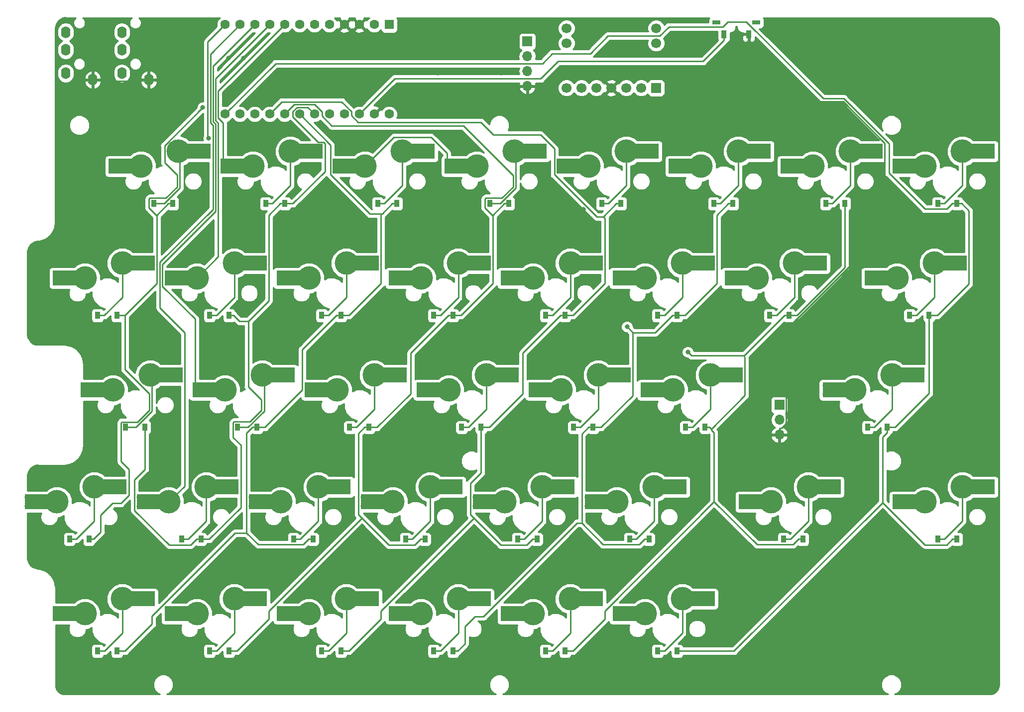
<source format=gbr>
G04 #@! TF.GenerationSoftware,KiCad,Pcbnew,(5.0.0)*
G04 #@! TF.CreationDate,2018-12-18T11:16:47+09:00*
G04 #@! TF.ProjectId,hecomi_R,6865636F6D695F522E6B696361645F70,rev?*
G04 #@! TF.SameCoordinates,Original*
G04 #@! TF.FileFunction,Copper,L2,Bot,Signal*
G04 #@! TF.FilePolarity,Positive*
%FSLAX46Y46*%
G04 Gerber Fmt 4.6, Leading zero omitted, Abs format (unit mm)*
G04 Created by KiCad (PCBNEW (5.0.0)) date 12/18/18 11:16:47*
%MOMM*%
%LPD*%
G01*
G04 APERTURE LIST*
G04 #@! TA.AperFunction,ViaPad*
%ADD10C,4.000000*%
G04 #@! TD*
G04 #@! TA.AperFunction,ViaPad*
%ADD11C,0.800000*%
G04 #@! TD*
G04 #@! TA.AperFunction,Conductor*
%ADD12R,4.500000X2.500000*%
G04 #@! TD*
G04 #@! TA.AperFunction,ComponentPad*
%ADD13O,1.700000X1.700000*%
G04 #@! TD*
G04 #@! TA.AperFunction,ComponentPad*
%ADD14R,1.700000X1.700000*%
G04 #@! TD*
G04 #@! TA.AperFunction,ComponentPad*
%ADD15C,1.700000*%
G04 #@! TD*
G04 #@! TA.AperFunction,ComponentPad*
%ADD16R,1.600000X1.600000*%
G04 #@! TD*
G04 #@! TA.AperFunction,ComponentPad*
%ADD17C,1.600000*%
G04 #@! TD*
G04 #@! TA.AperFunction,SMDPad,CuDef*
%ADD18R,0.900000X1.200000*%
G04 #@! TD*
G04 #@! TA.AperFunction,ComponentPad*
%ADD19O,1.600000X2.000000*%
G04 #@! TD*
G04 #@! TA.AperFunction,SMDPad,CuDef*
%ADD20R,1.450000X0.800000*%
G04 #@! TD*
G04 #@! TA.AperFunction,SMDPad,CuDef*
%ADD21R,0.900000X1.470000*%
G04 #@! TD*
G04 #@! TA.AperFunction,Conductor*
%ADD22C,0.250000*%
G04 #@! TD*
G04 #@! TA.AperFunction,Conductor*
%ADD23C,0.254000*%
G04 #@! TD*
G04 APERTURE END LIST*
D10*
G04 #@! TO.N,Net-(D23-Pad1)*
G04 #@! TO.C,SW23*
X150178000Y-52070000D03*
G04 #@! TO.N,ROW2*
X143828000Y-54610000D03*
D11*
X138748000Y-53848000D03*
G04 #@! TO.N,Net-(D23-Pad1)*
X155258000Y-51308000D03*
G04 #@! TO.N,ROW2*
X138748000Y-55372000D03*
G04 #@! TO.N,Net-(D23-Pad1)*
X155258000Y-52832000D03*
D12*
G04 #@! TO.N,ROW2*
X140553000Y-54610000D03*
G04 #@! TO.N,Net-(D23-Pad1)*
X153480000Y-52070000D03*
G04 #@! TD*
D10*
G04 #@! TO.N,Net-(D24-Pad1)*
G04 #@! TO.C,SW24*
X181134000Y-52070000D03*
G04 #@! TO.N,ROW2*
X174784000Y-54610000D03*
D11*
X169704000Y-53848000D03*
G04 #@! TO.N,Net-(D24-Pad1)*
X186214000Y-51308000D03*
G04 #@! TO.N,ROW2*
X169704000Y-55372000D03*
G04 #@! TO.N,Net-(D24-Pad1)*
X186214000Y-52832000D03*
D12*
G04 #@! TO.N,ROW2*
X171509000Y-54610000D03*
G04 #@! TO.N,Net-(D24-Pad1)*
X184436000Y-52070000D03*
G04 #@! TD*
D10*
G04 #@! TO.N,Net-(D26-Pad1)*
G04 #@! TO.C,SW26*
X64452500Y-71120000D03*
G04 #@! TO.N,ROW3*
X58102500Y-73660000D03*
D11*
X53022500Y-72898000D03*
G04 #@! TO.N,Net-(D26-Pad1)*
X69532500Y-70358000D03*
G04 #@! TO.N,ROW3*
X53022500Y-74422000D03*
G04 #@! TO.N,Net-(D26-Pad1)*
X69532500Y-71882000D03*
D12*
G04 #@! TO.N,ROW3*
X54827500Y-73660000D03*
G04 #@! TO.N,Net-(D26-Pad1)*
X67754500Y-71120000D03*
G04 #@! TD*
D10*
G04 #@! TO.N,Net-(D27-Pad1)*
G04 #@! TO.C,SW27*
X83502500Y-71120000D03*
G04 #@! TO.N,ROW3*
X77152500Y-73660000D03*
D11*
X72072500Y-72898000D03*
G04 #@! TO.N,Net-(D27-Pad1)*
X88582500Y-70358000D03*
G04 #@! TO.N,ROW3*
X72072500Y-74422000D03*
G04 #@! TO.N,Net-(D27-Pad1)*
X88582500Y-71882000D03*
D12*
G04 #@! TO.N,ROW3*
X73877500Y-73660000D03*
G04 #@! TO.N,Net-(D27-Pad1)*
X86804500Y-71120000D03*
G04 #@! TD*
D10*
G04 #@! TO.N,Net-(D28-Pad1)*
G04 #@! TO.C,SW28*
X102552000Y-71120000D03*
G04 #@! TO.N,ROW3*
X96202000Y-73660000D03*
D11*
X91122000Y-72898000D03*
G04 #@! TO.N,Net-(D28-Pad1)*
X107632000Y-70358000D03*
G04 #@! TO.N,ROW3*
X91122000Y-74422000D03*
G04 #@! TO.N,Net-(D28-Pad1)*
X107632000Y-71882000D03*
D12*
G04 #@! TO.N,ROW3*
X92927000Y-73660000D03*
G04 #@! TO.N,Net-(D28-Pad1)*
X105854000Y-71120000D03*
G04 #@! TD*
D10*
G04 #@! TO.N,Net-(D29-Pad1)*
G04 #@! TO.C,SW29*
X121602000Y-71120000D03*
G04 #@! TO.N,ROW3*
X115252000Y-73660000D03*
D11*
X110172000Y-72898000D03*
G04 #@! TO.N,Net-(D29-Pad1)*
X126682000Y-70358000D03*
G04 #@! TO.N,ROW3*
X110172000Y-74422000D03*
G04 #@! TO.N,Net-(D29-Pad1)*
X126682000Y-71882000D03*
D12*
G04 #@! TO.N,ROW3*
X111977000Y-73660000D03*
G04 #@! TO.N,Net-(D29-Pad1)*
X124904000Y-71120000D03*
G04 #@! TD*
D10*
G04 #@! TO.N,Net-(D30-Pad1)*
G04 #@! TO.C,SW30*
X140652000Y-71120000D03*
G04 #@! TO.N,ROW3*
X134302000Y-73660000D03*
D11*
X129222000Y-72898000D03*
G04 #@! TO.N,Net-(D30-Pad1)*
X145732000Y-70358000D03*
G04 #@! TO.N,ROW3*
X129222000Y-74422000D03*
G04 #@! TO.N,Net-(D30-Pad1)*
X145732000Y-71882000D03*
D12*
G04 #@! TO.N,ROW3*
X131027000Y-73660000D03*
G04 #@! TO.N,Net-(D30-Pad1)*
X143954000Y-71120000D03*
G04 #@! TD*
D10*
G04 #@! TO.N,Net-(D39-Pad1)*
G04 #@! TO.C,SW39*
X126365000Y-90170000D03*
G04 #@! TO.N,ROW4*
X120015000Y-92710000D03*
D11*
X114935000Y-91948000D03*
G04 #@! TO.N,Net-(D39-Pad1)*
X131445000Y-89408000D03*
G04 #@! TO.N,ROW4*
X114935000Y-93472000D03*
G04 #@! TO.N,Net-(D39-Pad1)*
X131445000Y-90932000D03*
D12*
G04 #@! TO.N,ROW4*
X116740000Y-92710000D03*
G04 #@! TO.N,Net-(D39-Pad1)*
X129667000Y-90170000D03*
G04 #@! TD*
D10*
G04 #@! TO.N,Net-(D31-Pad1)*
G04 #@! TO.C,SW31*
X166846000Y-71120000D03*
G04 #@! TO.N,ROW3*
X160496000Y-73660000D03*
D11*
X155416000Y-72898000D03*
G04 #@! TO.N,Net-(D31-Pad1)*
X171926000Y-70358000D03*
G04 #@! TO.N,ROW3*
X155416000Y-74422000D03*
G04 #@! TO.N,Net-(D31-Pad1)*
X171926000Y-71882000D03*
D12*
G04 #@! TO.N,ROW3*
X157221000Y-73660000D03*
G04 #@! TO.N,Net-(D31-Pad1)*
X170148000Y-71120000D03*
G04 #@! TD*
D10*
G04 #@! TO.N,Net-(D32-Pad1)*
G04 #@! TO.C,SW32*
X193040000Y-71120000D03*
G04 #@! TO.N,ROW3*
X186690000Y-73660000D03*
D11*
X181610000Y-72898000D03*
G04 #@! TO.N,Net-(D32-Pad1)*
X198120000Y-70358000D03*
G04 #@! TO.N,ROW3*
X181610000Y-74422000D03*
G04 #@! TO.N,Net-(D32-Pad1)*
X198120000Y-71882000D03*
D12*
G04 #@! TO.N,ROW3*
X183415000Y-73660000D03*
G04 #@! TO.N,Net-(D32-Pad1)*
X196342000Y-71120000D03*
G04 #@! TD*
D10*
G04 #@! TO.N,Net-(D35-Pad1)*
G04 #@! TO.C,SW35*
X50165000Y-90170000D03*
G04 #@! TO.N,ROW4*
X43815000Y-92710000D03*
D11*
X38735000Y-91948000D03*
G04 #@! TO.N,Net-(D35-Pad1)*
X55245000Y-89408000D03*
G04 #@! TO.N,ROW4*
X38735000Y-93472000D03*
G04 #@! TO.N,Net-(D35-Pad1)*
X55245000Y-90932000D03*
D12*
G04 #@! TO.N,ROW4*
X40540000Y-92710000D03*
G04 #@! TO.N,Net-(D35-Pad1)*
X53467000Y-90170000D03*
G04 #@! TD*
D10*
G04 #@! TO.N,Net-(D36-Pad1)*
G04 #@! TO.C,SW36*
X69215000Y-90170000D03*
G04 #@! TO.N,ROW4*
X62865000Y-92710000D03*
D11*
X57785000Y-91948000D03*
G04 #@! TO.N,Net-(D36-Pad1)*
X74295000Y-89408000D03*
G04 #@! TO.N,ROW4*
X57785000Y-93472000D03*
G04 #@! TO.N,Net-(D36-Pad1)*
X74295000Y-90932000D03*
D12*
G04 #@! TO.N,ROW4*
X59590000Y-92710000D03*
G04 #@! TO.N,Net-(D36-Pad1)*
X72517000Y-90170000D03*
G04 #@! TD*
D10*
G04 #@! TO.N,Net-(D37-Pad1)*
G04 #@! TO.C,SW37*
X88265000Y-90170000D03*
G04 #@! TO.N,ROW4*
X81915000Y-92710000D03*
D11*
X76835000Y-91948000D03*
G04 #@! TO.N,Net-(D37-Pad1)*
X93345000Y-89408000D03*
G04 #@! TO.N,ROW4*
X76835000Y-93472000D03*
G04 #@! TO.N,Net-(D37-Pad1)*
X93345000Y-90932000D03*
D12*
G04 #@! TO.N,ROW4*
X78640000Y-92710000D03*
G04 #@! TO.N,Net-(D37-Pad1)*
X91567000Y-90170000D03*
G04 #@! TD*
D10*
G04 #@! TO.N,Net-(D38-Pad1)*
G04 #@! TO.C,SW38*
X107315000Y-90170000D03*
G04 #@! TO.N,ROW4*
X100965000Y-92710000D03*
D11*
X95885000Y-91948000D03*
G04 #@! TO.N,Net-(D38-Pad1)*
X112395000Y-89408000D03*
G04 #@! TO.N,ROW4*
X95885000Y-93472000D03*
G04 #@! TO.N,Net-(D38-Pad1)*
X112395000Y-90932000D03*
D12*
G04 #@! TO.N,ROW4*
X97690000Y-92710000D03*
G04 #@! TO.N,Net-(D38-Pad1)*
X110617000Y-90170000D03*
G04 #@! TD*
D10*
G04 #@! TO.N,Net-(D40-Pad1)*
G04 #@! TO.C,SW40*
X145415000Y-90170000D03*
G04 #@! TO.N,ROW4*
X139065000Y-92710000D03*
D11*
X133985000Y-91948000D03*
G04 #@! TO.N,Net-(D40-Pad1)*
X150495000Y-89408000D03*
G04 #@! TO.N,ROW4*
X133985000Y-93472000D03*
G04 #@! TO.N,Net-(D40-Pad1)*
X150495000Y-90932000D03*
D12*
G04 #@! TO.N,ROW4*
X135790000Y-92710000D03*
G04 #@! TO.N,Net-(D40-Pad1)*
X148717000Y-90170000D03*
G04 #@! TD*
D10*
G04 #@! TO.N,Net-(D25-Pad1)*
G04 #@! TO.C,SW25*
X45402500Y-71120000D03*
G04 #@! TO.N,ROW3*
X39052500Y-73660000D03*
D11*
X33972500Y-72898000D03*
G04 #@! TO.N,Net-(D25-Pad1)*
X50482500Y-70358000D03*
G04 #@! TO.N,ROW3*
X33972500Y-74422000D03*
G04 #@! TO.N,Net-(D25-Pad1)*
X50482500Y-71882000D03*
D12*
G04 #@! TO.N,ROW3*
X35777500Y-73660000D03*
G04 #@! TO.N,Net-(D25-Pad1)*
X48704500Y-71120000D03*
G04 #@! TD*
D10*
G04 #@! TO.N,Net-(D2-Pad1)*
G04 #@! TO.C,SW2*
X78740000Y-13970000D03*
G04 #@! TO.N,ROW0*
X72390000Y-16510000D03*
D11*
X67310000Y-15748000D03*
G04 #@! TO.N,Net-(D2-Pad1)*
X83820000Y-13208000D03*
G04 #@! TO.N,ROW0*
X67310000Y-17272000D03*
G04 #@! TO.N,Net-(D2-Pad1)*
X83820000Y-14732000D03*
D12*
G04 #@! TO.N,ROW0*
X69115000Y-16510000D03*
G04 #@! TO.N,Net-(D2-Pad1)*
X82042000Y-13970000D03*
G04 #@! TD*
D10*
G04 #@! TO.N,Net-(D22-Pad1)*
G04 #@! TO.C,SW22*
X131128000Y-52070000D03*
G04 #@! TO.N,ROW2*
X124778000Y-54610000D03*
D11*
X119698000Y-53848000D03*
G04 #@! TO.N,Net-(D22-Pad1)*
X136208000Y-51308000D03*
G04 #@! TO.N,ROW2*
X119698000Y-55372000D03*
G04 #@! TO.N,Net-(D22-Pad1)*
X136208000Y-52832000D03*
D12*
G04 #@! TO.N,ROW2*
X121503000Y-54610000D03*
G04 #@! TO.N,Net-(D22-Pad1)*
X134430000Y-52070000D03*
G04 #@! TD*
D10*
G04 #@! TO.N,Net-(D3-Pad1)*
G04 #@! TO.C,SW3*
X97790000Y-13970000D03*
G04 #@! TO.N,ROW0*
X91440000Y-16510000D03*
D11*
X86360000Y-15748000D03*
G04 #@! TO.N,Net-(D3-Pad1)*
X102870000Y-13208000D03*
G04 #@! TO.N,ROW0*
X86360000Y-17272000D03*
G04 #@! TO.N,Net-(D3-Pad1)*
X102870000Y-14732000D03*
D12*
G04 #@! TO.N,ROW0*
X88165000Y-16510000D03*
G04 #@! TO.N,Net-(D3-Pad1)*
X101092000Y-13970000D03*
G04 #@! TD*
D10*
G04 #@! TO.N,Net-(D4-Pad1)*
G04 #@! TO.C,SW4*
X116840000Y-13970000D03*
G04 #@! TO.N,ROW0*
X110490000Y-16510000D03*
D11*
X105410000Y-15748000D03*
G04 #@! TO.N,Net-(D4-Pad1)*
X121920000Y-13208000D03*
G04 #@! TO.N,ROW0*
X105410000Y-17272000D03*
G04 #@! TO.N,Net-(D4-Pad1)*
X121920000Y-14732000D03*
D12*
G04 #@! TO.N,ROW0*
X107215000Y-16510000D03*
G04 #@! TO.N,Net-(D4-Pad1)*
X120142000Y-13970000D03*
G04 #@! TD*
D10*
G04 #@! TO.N,Net-(D5-Pad1)*
G04 #@! TO.C,SW5*
X135890000Y-13970000D03*
G04 #@! TO.N,ROW0*
X129540000Y-16510000D03*
D11*
X124460000Y-15748000D03*
G04 #@! TO.N,Net-(D5-Pad1)*
X140970000Y-13208000D03*
G04 #@! TO.N,ROW0*
X124460000Y-17272000D03*
G04 #@! TO.N,Net-(D5-Pad1)*
X140970000Y-14732000D03*
D12*
G04 #@! TO.N,ROW0*
X126265000Y-16510000D03*
G04 #@! TO.N,Net-(D5-Pad1)*
X139192000Y-13970000D03*
G04 #@! TD*
D10*
G04 #@! TO.N,Net-(D7-Pad1)*
G04 #@! TO.C,SW7*
X173990000Y-13970000D03*
G04 #@! TO.N,ROW0*
X167640000Y-16510000D03*
D11*
X162560000Y-15748000D03*
G04 #@! TO.N,Net-(D7-Pad1)*
X179070000Y-13208000D03*
G04 #@! TO.N,ROW0*
X162560000Y-17272000D03*
G04 #@! TO.N,Net-(D7-Pad1)*
X179070000Y-14732000D03*
D12*
G04 #@! TO.N,ROW0*
X164365000Y-16510000D03*
G04 #@! TO.N,Net-(D7-Pad1)*
X177292000Y-13970000D03*
G04 #@! TD*
D10*
G04 #@! TO.N,Net-(D8-Pad1)*
G04 #@! TO.C,SW8*
X193040000Y-13970000D03*
G04 #@! TO.N,ROW0*
X186690000Y-16510000D03*
D11*
X181610000Y-15748000D03*
G04 #@! TO.N,Net-(D8-Pad1)*
X198120000Y-13208000D03*
G04 #@! TO.N,ROW0*
X181610000Y-17272000D03*
G04 #@! TO.N,Net-(D8-Pad1)*
X198120000Y-14732000D03*
D12*
G04 #@! TO.N,ROW0*
X183415000Y-16510000D03*
G04 #@! TO.N,Net-(D8-Pad1)*
X196342000Y-13970000D03*
G04 #@! TD*
D10*
G04 #@! TO.N,Net-(D9-Pad1)*
G04 #@! TO.C,SW9*
X50165000Y-33020000D03*
G04 #@! TO.N,ROW1*
X43815000Y-35560000D03*
D11*
X38735000Y-34798000D03*
G04 #@! TO.N,Net-(D9-Pad1)*
X55245000Y-32258000D03*
G04 #@! TO.N,ROW1*
X38735000Y-36322000D03*
G04 #@! TO.N,Net-(D9-Pad1)*
X55245000Y-33782000D03*
D12*
G04 #@! TO.N,ROW1*
X40540000Y-35560000D03*
G04 #@! TO.N,Net-(D9-Pad1)*
X53467000Y-33020000D03*
G04 #@! TD*
D10*
G04 #@! TO.N,Net-(D21-Pad1)*
G04 #@! TO.C,SW21*
X112078000Y-52070000D03*
G04 #@! TO.N,ROW2*
X105728000Y-54610000D03*
D11*
X100648000Y-53848000D03*
G04 #@! TO.N,Net-(D21-Pad1)*
X117158000Y-51308000D03*
G04 #@! TO.N,ROW2*
X100648000Y-55372000D03*
G04 #@! TO.N,Net-(D21-Pad1)*
X117158000Y-52832000D03*
D12*
G04 #@! TO.N,ROW2*
X102453000Y-54610000D03*
G04 #@! TO.N,Net-(D21-Pad1)*
X115380000Y-52070000D03*
G04 #@! TD*
D10*
G04 #@! TO.N,Net-(D11-Pad1)*
G04 #@! TO.C,SW11*
X88265000Y-33020000D03*
G04 #@! TO.N,ROW1*
X81915000Y-35560000D03*
D11*
X76835000Y-34798000D03*
G04 #@! TO.N,Net-(D11-Pad1)*
X93345000Y-32258000D03*
G04 #@! TO.N,ROW1*
X76835000Y-36322000D03*
G04 #@! TO.N,Net-(D11-Pad1)*
X93345000Y-33782000D03*
D12*
G04 #@! TO.N,ROW1*
X78640000Y-35560000D03*
G04 #@! TO.N,Net-(D11-Pad1)*
X91567000Y-33020000D03*
G04 #@! TD*
D10*
G04 #@! TO.N,Net-(D12-Pad1)*
G04 #@! TO.C,SW12*
X107315000Y-33020000D03*
G04 #@! TO.N,ROW1*
X100965000Y-35560000D03*
D11*
X95885000Y-34798000D03*
G04 #@! TO.N,Net-(D12-Pad1)*
X112395000Y-32258000D03*
G04 #@! TO.N,ROW1*
X95885000Y-36322000D03*
G04 #@! TO.N,Net-(D12-Pad1)*
X112395000Y-33782000D03*
D12*
G04 #@! TO.N,ROW1*
X97690000Y-35560000D03*
G04 #@! TO.N,Net-(D12-Pad1)*
X110617000Y-33020000D03*
G04 #@! TD*
D10*
G04 #@! TO.N,Net-(D14-Pad1)*
G04 #@! TO.C,SW14*
X145415000Y-33020000D03*
G04 #@! TO.N,ROW1*
X139065000Y-35560000D03*
D11*
X133985000Y-34798000D03*
G04 #@! TO.N,Net-(D14-Pad1)*
X150495000Y-32258000D03*
G04 #@! TO.N,ROW1*
X133985000Y-36322000D03*
G04 #@! TO.N,Net-(D14-Pad1)*
X150495000Y-33782000D03*
D12*
G04 #@! TO.N,ROW1*
X135790000Y-35560000D03*
G04 #@! TO.N,Net-(D14-Pad1)*
X148717000Y-33020000D03*
G04 #@! TD*
D10*
G04 #@! TO.N,Net-(D15-Pad1)*
G04 #@! TO.C,SW15*
X164465000Y-33020000D03*
G04 #@! TO.N,ROW1*
X158115000Y-35560000D03*
D11*
X153035000Y-34798000D03*
G04 #@! TO.N,Net-(D15-Pad1)*
X169545000Y-32258000D03*
G04 #@! TO.N,ROW1*
X153035000Y-36322000D03*
G04 #@! TO.N,Net-(D15-Pad1)*
X169545000Y-33782000D03*
D12*
G04 #@! TO.N,ROW1*
X154840000Y-35560000D03*
G04 #@! TO.N,Net-(D15-Pad1)*
X167767000Y-33020000D03*
G04 #@! TD*
D10*
G04 #@! TO.N,Net-(D16-Pad1)*
G04 #@! TO.C,SW16*
X188278000Y-33020000D03*
G04 #@! TO.N,ROW1*
X181928000Y-35560000D03*
D11*
X176848000Y-34798000D03*
G04 #@! TO.N,Net-(D16-Pad1)*
X193358000Y-32258000D03*
G04 #@! TO.N,ROW1*
X176848000Y-36322000D03*
G04 #@! TO.N,Net-(D16-Pad1)*
X193358000Y-33782000D03*
D12*
G04 #@! TO.N,ROW1*
X178653000Y-35560000D03*
G04 #@! TO.N,Net-(D16-Pad1)*
X191580000Y-33020000D03*
G04 #@! TD*
D10*
G04 #@! TO.N,Net-(D18-Pad1)*
G04 #@! TO.C,SW18*
X54927500Y-52070000D03*
G04 #@! TO.N,ROW2*
X48577500Y-54610000D03*
D11*
X43497500Y-53848000D03*
G04 #@! TO.N,Net-(D18-Pad1)*
X60007500Y-51308000D03*
G04 #@! TO.N,ROW2*
X43497500Y-55372000D03*
G04 #@! TO.N,Net-(D18-Pad1)*
X60007500Y-52832000D03*
D12*
G04 #@! TO.N,ROW2*
X45302500Y-54610000D03*
G04 #@! TO.N,Net-(D18-Pad1)*
X58229500Y-52070000D03*
G04 #@! TD*
D10*
G04 #@! TO.N,Net-(D19-Pad1)*
G04 #@! TO.C,SW19*
X73977500Y-52070000D03*
G04 #@! TO.N,ROW2*
X67627500Y-54610000D03*
D11*
X62547500Y-53848000D03*
G04 #@! TO.N,Net-(D19-Pad1)*
X79057500Y-51308000D03*
G04 #@! TO.N,ROW2*
X62547500Y-55372000D03*
G04 #@! TO.N,Net-(D19-Pad1)*
X79057500Y-52832000D03*
D12*
G04 #@! TO.N,ROW2*
X64352500Y-54610000D03*
G04 #@! TO.N,Net-(D19-Pad1)*
X77279500Y-52070000D03*
G04 #@! TD*
D10*
G04 #@! TO.N,Net-(D20-Pad1)*
G04 #@! TO.C,SW20*
X93027500Y-52070000D03*
G04 #@! TO.N,ROW2*
X86677500Y-54610000D03*
D11*
X81597500Y-53848000D03*
G04 #@! TO.N,Net-(D20-Pad1)*
X98107500Y-51308000D03*
G04 #@! TO.N,ROW2*
X81597500Y-55372000D03*
G04 #@! TO.N,Net-(D20-Pad1)*
X98107500Y-52832000D03*
D12*
G04 #@! TO.N,ROW2*
X83402500Y-54610000D03*
G04 #@! TO.N,Net-(D20-Pad1)*
X96329500Y-52070000D03*
G04 #@! TD*
D10*
G04 #@! TO.N,Net-(D10-Pad1)*
G04 #@! TO.C,SW10*
X69215000Y-33020000D03*
G04 #@! TO.N,ROW1*
X62865000Y-35560000D03*
D11*
X57785000Y-34798000D03*
G04 #@! TO.N,Net-(D10-Pad1)*
X74295000Y-32258000D03*
G04 #@! TO.N,ROW1*
X57785000Y-36322000D03*
G04 #@! TO.N,Net-(D10-Pad1)*
X74295000Y-33782000D03*
D12*
G04 #@! TO.N,ROW1*
X59590000Y-35560000D03*
G04 #@! TO.N,Net-(D10-Pad1)*
X72517000Y-33020000D03*
G04 #@! TD*
D10*
G04 #@! TO.N,Net-(D1-Pad1)*
G04 #@! TO.C,SW1*
X59690000Y-13970000D03*
G04 #@! TO.N,ROW0*
X53340000Y-16510000D03*
D11*
X48260000Y-15748000D03*
G04 #@! TO.N,Net-(D1-Pad1)*
X64770000Y-13208000D03*
G04 #@! TO.N,ROW0*
X48260000Y-17272000D03*
G04 #@! TO.N,Net-(D1-Pad1)*
X64770000Y-14732000D03*
D12*
G04 #@! TO.N,ROW0*
X50065000Y-16510000D03*
G04 #@! TO.N,Net-(D1-Pad1)*
X62992000Y-13970000D03*
G04 #@! TD*
D10*
G04 #@! TO.N,Net-(D6-Pad1)*
G04 #@! TO.C,SW6*
X154940000Y-13970000D03*
G04 #@! TO.N,ROW0*
X148590000Y-16510000D03*
D11*
X143510000Y-15748000D03*
G04 #@! TO.N,Net-(D6-Pad1)*
X160020000Y-13208000D03*
G04 #@! TO.N,ROW0*
X143510000Y-17272000D03*
G04 #@! TO.N,Net-(D6-Pad1)*
X160020000Y-14732000D03*
D12*
G04 #@! TO.N,ROW0*
X145315000Y-16510000D03*
G04 #@! TO.N,Net-(D6-Pad1)*
X158242000Y-13970000D03*
G04 #@! TD*
D10*
G04 #@! TO.N,Net-(D13-Pad1)*
G04 #@! TO.C,SW13*
X126365000Y-33020000D03*
G04 #@! TO.N,ROW1*
X120015000Y-35560000D03*
D11*
X114935000Y-34798000D03*
G04 #@! TO.N,Net-(D13-Pad1)*
X131445000Y-32258000D03*
G04 #@! TO.N,ROW1*
X114935000Y-36322000D03*
G04 #@! TO.N,Net-(D13-Pad1)*
X131445000Y-33782000D03*
D12*
G04 #@! TO.N,ROW1*
X116740000Y-35560000D03*
G04 #@! TO.N,Net-(D13-Pad1)*
X129667000Y-33020000D03*
G04 #@! TD*
D13*
G04 #@! TO.P,J1,3*
G04 #@! TO.N,GND*
X161925000Y-62230000D03*
G04 #@! TO.P,J1,2*
G04 #@! TO.N,LED*
X161925000Y-59690000D03*
D14*
G04 #@! TO.P,J1,1*
G04 #@! TO.N,VCC*
X161925000Y-57150000D03*
G04 #@! TD*
D13*
G04 #@! TO.P,J3,4*
G04 #@! TO.N,GND*
X119062000Y-2857500D03*
G04 #@! TO.P,J3,3*
G04 #@! TO.N,D+*
X119062000Y-317500D03*
G04 #@! TO.P,J3,2*
G04 #@! TO.N,D-*
X119062000Y2222500D03*
D14*
G04 #@! TO.P,J3,1*
G04 #@! TO.N,VBUS*
X119062000Y4762500D03*
G04 #@! TD*
D15*
G04 #@! TO.P,J2,*
G04 #@! TO.N,*
X140970000Y6985000D03*
X125730000Y6985000D03*
X140970000Y4445000D03*
X125730000Y4445000D03*
G04 #@! TO.P,J2,7*
G04 #@! TO.N,Net-(J2-Pad7)*
X125730000Y-3175000D03*
G04 #@! TO.P,J2,6*
G04 #@! TO.N,Net-(J2-Pad6)*
X128270000Y-3175000D03*
G04 #@! TO.P,J2,5*
G04 #@! TO.N,Net-(J2-Pad5)*
X130810000Y-3175000D03*
G04 #@! TO.P,J2,4*
G04 #@! TO.N,GND*
X133350000Y-3175000D03*
G04 #@! TO.P,J2,3*
G04 #@! TO.N,D+*
X135890000Y-3175000D03*
G04 #@! TO.P,J2,2*
G04 #@! TO.N,D-*
X138430000Y-3175000D03*
D14*
G04 #@! TO.P,J2,1*
G04 #@! TO.N,VBUS*
X140970000Y-3175000D03*
G04 #@! TD*
D16*
G04 #@! TO.P,U1,1*
G04 #@! TO.N,TX*
X95567500Y7620000D03*
D17*
G04 #@! TO.P,U1,2*
G04 #@! TO.N,RX*
X93027500Y7620000D03*
G04 #@! TO.P,U1,3*
G04 #@! TO.N,GND*
X90487500Y7620000D03*
G04 #@! TO.P,U1,4*
X87947500Y7620000D03*
G04 #@! TO.P,U1,5*
G04 #@! TO.N,SCL*
X85407500Y7620000D03*
G04 #@! TO.P,U1,6*
G04 #@! TO.N,SDA*
X82867500Y7620000D03*
G04 #@! TO.P,U1,7*
G04 #@! TO.N,LED*
X80327500Y7620000D03*
G04 #@! TO.P,U1,8*
G04 #@! TO.N,ROW0*
X77787500Y7620000D03*
G04 #@! TO.P,U1,9*
G04 #@! TO.N,ROW1*
X75247500Y7620000D03*
G04 #@! TO.P,U1,10*
G04 #@! TO.N,ROW2*
X72707500Y7620000D03*
G04 #@! TO.P,U1,11*
G04 #@! TO.N,ROW3*
X70167500Y7620000D03*
G04 #@! TO.P,U1,12*
G04 #@! TO.N,ROW4*
X67627500Y7620000D03*
G04 #@! TO.P,U1,13*
G04 #@! TO.N,COL7*
X67627500Y-7620000D03*
G04 #@! TO.P,U1,14*
G04 #@! TO.N,COL6*
X70167500Y-7620000D03*
G04 #@! TO.P,U1,15*
G04 #@! TO.N,COL5*
X72707500Y-7620000D03*
G04 #@! TO.P,U1,16*
G04 #@! TO.N,COL4*
X75247500Y-7620000D03*
G04 #@! TO.P,U1,17*
G04 #@! TO.N,COL3*
X77787500Y-7620000D03*
G04 #@! TO.P,U1,18*
G04 #@! TO.N,COL2*
X80327500Y-7620000D03*
G04 #@! TO.P,U1,19*
G04 #@! TO.N,COL1*
X82867500Y-7620000D03*
G04 #@! TO.P,U1,20*
G04 #@! TO.N,COL0*
X85407500Y-7620000D03*
G04 #@! TO.P,U1,21*
G04 #@! TO.N,VCC*
X87947500Y-7620000D03*
G04 #@! TO.P,U1,22*
G04 #@! TO.N,RST*
X90487500Y-7620000D03*
G04 #@! TO.P,U1,23*
G04 #@! TO.N,GND*
X93027500Y-7620000D03*
G04 #@! TO.P,U1,24*
G04 #@! TO.N,Net-(U1-Pad24)*
X95567500Y-7620000D03*
G04 #@! TD*
D18*
G04 #@! TO.P,D25,2*
G04 #@! TO.N,COL0*
X44512500Y-80010000D03*
G04 #@! TO.P,D25,1*
G04 #@! TO.N,Net-(D25-Pad1)*
X41212500Y-80010000D03*
G04 #@! TD*
G04 #@! TO.P,D35,2*
G04 #@! TO.N,COL2*
X49275000Y-99060000D03*
G04 #@! TO.P,D35,1*
G04 #@! TO.N,Net-(D35-Pad1)*
X45975000Y-99060000D03*
G04 #@! TD*
G04 #@! TO.P,D1,2*
G04 #@! TO.N,COL0*
X58800000Y-22860000D03*
G04 #@! TO.P,D1,1*
G04 #@! TO.N,Net-(D1-Pad1)*
X55500000Y-22860000D03*
G04 #@! TD*
G04 #@! TO.P,D2,2*
G04 #@! TO.N,COL1*
X77850000Y-22860000D03*
G04 #@! TO.P,D2,1*
G04 #@! TO.N,Net-(D2-Pad1)*
X74550000Y-22860000D03*
G04 #@! TD*
G04 #@! TO.P,D3,2*
G04 #@! TO.N,COL2*
X96900000Y-22860000D03*
G04 #@! TO.P,D3,1*
G04 #@! TO.N,Net-(D3-Pad1)*
X93600000Y-22860000D03*
G04 #@! TD*
G04 #@! TO.P,D4,2*
G04 #@! TO.N,COL3*
X115950000Y-22860000D03*
G04 #@! TO.P,D4,1*
G04 #@! TO.N,Net-(D4-Pad1)*
X112650000Y-22860000D03*
G04 #@! TD*
G04 #@! TO.P,D5,2*
G04 #@! TO.N,COL4*
X135000000Y-22860000D03*
G04 #@! TO.P,D5,1*
G04 #@! TO.N,Net-(D5-Pad1)*
X131700000Y-22860000D03*
G04 #@! TD*
G04 #@! TO.P,D6,2*
G04 #@! TO.N,COL5*
X154050000Y-22860000D03*
G04 #@! TO.P,D6,1*
G04 #@! TO.N,Net-(D6-Pad1)*
X150750000Y-22860000D03*
G04 #@! TD*
G04 #@! TO.P,D7,2*
G04 #@! TO.N,COL6*
X173100000Y-22860000D03*
G04 #@! TO.P,D7,1*
G04 #@! TO.N,Net-(D7-Pad1)*
X169800000Y-22860000D03*
G04 #@! TD*
G04 #@! TO.P,D8,2*
G04 #@! TO.N,COL7*
X192150000Y-22860000D03*
G04 #@! TO.P,D8,1*
G04 #@! TO.N,Net-(D8-Pad1)*
X188850000Y-22860000D03*
G04 #@! TD*
G04 #@! TO.P,D9,2*
G04 #@! TO.N,COL0*
X49275000Y-41910000D03*
G04 #@! TO.P,D9,1*
G04 #@! TO.N,Net-(D9-Pad1)*
X45975000Y-41910000D03*
G04 #@! TD*
G04 #@! TO.P,D10,2*
G04 #@! TO.N,COL1*
X68325000Y-41910000D03*
G04 #@! TO.P,D10,1*
G04 #@! TO.N,Net-(D10-Pad1)*
X65025000Y-41910000D03*
G04 #@! TD*
G04 #@! TO.P,D11,2*
G04 #@! TO.N,COL2*
X87375000Y-41910000D03*
G04 #@! TO.P,D11,1*
G04 #@! TO.N,Net-(D11-Pad1)*
X84075000Y-41910000D03*
G04 #@! TD*
G04 #@! TO.P,D12,2*
G04 #@! TO.N,COL3*
X106425000Y-41910000D03*
G04 #@! TO.P,D12,1*
G04 #@! TO.N,Net-(D12-Pad1)*
X103125000Y-41910000D03*
G04 #@! TD*
G04 #@! TO.P,D13,2*
G04 #@! TO.N,COL4*
X125475000Y-41910000D03*
G04 #@! TO.P,D13,1*
G04 #@! TO.N,Net-(D13-Pad1)*
X122175000Y-41910000D03*
G04 #@! TD*
G04 #@! TO.P,D14,2*
G04 #@! TO.N,COL5*
X144525000Y-41910000D03*
G04 #@! TO.P,D14,1*
G04 #@! TO.N,Net-(D14-Pad1)*
X141225000Y-41910000D03*
G04 #@! TD*
G04 #@! TO.P,D15,2*
G04 #@! TO.N,COL6*
X163575000Y-41910000D03*
G04 #@! TO.P,D15,1*
G04 #@! TO.N,Net-(D15-Pad1)*
X160275000Y-41910000D03*
G04 #@! TD*
G04 #@! TO.P,D16,2*
G04 #@! TO.N,COL7*
X187388000Y-41910000D03*
G04 #@! TO.P,D16,1*
G04 #@! TO.N,Net-(D16-Pad1)*
X184088000Y-41910000D03*
G04 #@! TD*
G04 #@! TO.P,D18,2*
G04 #@! TO.N,COL1*
X54037500Y-60960000D03*
G04 #@! TO.P,D18,1*
G04 #@! TO.N,Net-(D18-Pad1)*
X50737500Y-60960000D03*
G04 #@! TD*
G04 #@! TO.P,D19,2*
G04 #@! TO.N,COL2*
X73087500Y-60960000D03*
G04 #@! TO.P,D19,1*
G04 #@! TO.N,Net-(D19-Pad1)*
X69787500Y-60960000D03*
G04 #@! TD*
G04 #@! TO.P,D20,2*
G04 #@! TO.N,COL3*
X92137500Y-60960000D03*
G04 #@! TO.P,D20,1*
G04 #@! TO.N,Net-(D20-Pad1)*
X88837500Y-60960000D03*
G04 #@! TD*
G04 #@! TO.P,D21,2*
G04 #@! TO.N,COL4*
X111188000Y-60960000D03*
G04 #@! TO.P,D21,1*
G04 #@! TO.N,Net-(D21-Pad1)*
X107888000Y-60960000D03*
G04 #@! TD*
G04 #@! TO.P,D22,2*
G04 #@! TO.N,COL5*
X130238000Y-60960000D03*
G04 #@! TO.P,D22,1*
G04 #@! TO.N,Net-(D22-Pad1)*
X126938000Y-60960000D03*
G04 #@! TD*
G04 #@! TO.P,D23,2*
G04 #@! TO.N,COL6*
X149288000Y-60960000D03*
G04 #@! TO.P,D23,1*
G04 #@! TO.N,Net-(D23-Pad1)*
X145988000Y-60960000D03*
G04 #@! TD*
G04 #@! TO.P,D24,2*
G04 #@! TO.N,COL7*
X180244000Y-60960000D03*
G04 #@! TO.P,D24,1*
G04 #@! TO.N,Net-(D24-Pad1)*
X176944000Y-60960000D03*
G04 #@! TD*
G04 #@! TO.P,D26,2*
G04 #@! TO.N,COL1*
X63562500Y-80010000D03*
G04 #@! TO.P,D26,1*
G04 #@! TO.N,Net-(D26-Pad1)*
X60262500Y-80010000D03*
G04 #@! TD*
G04 #@! TO.P,D27,2*
G04 #@! TO.N,COL2*
X82612500Y-80010000D03*
G04 #@! TO.P,D27,1*
G04 #@! TO.N,Net-(D27-Pad1)*
X79312500Y-80010000D03*
G04 #@! TD*
G04 #@! TO.P,D28,2*
G04 #@! TO.N,COL3*
X101662000Y-80010000D03*
G04 #@! TO.P,D28,1*
G04 #@! TO.N,Net-(D28-Pad1)*
X98362000Y-80010000D03*
G04 #@! TD*
G04 #@! TO.P,D29,2*
G04 #@! TO.N,COL4*
X120712000Y-80010000D03*
G04 #@! TO.P,D29,1*
G04 #@! TO.N,Net-(D29-Pad1)*
X117412000Y-80010000D03*
G04 #@! TD*
G04 #@! TO.P,D30,2*
G04 #@! TO.N,COL5*
X139762000Y-80010000D03*
G04 #@! TO.P,D30,1*
G04 #@! TO.N,Net-(D30-Pad1)*
X136462000Y-80010000D03*
G04 #@! TD*
G04 #@! TO.P,D31,2*
G04 #@! TO.N,COL6*
X165956000Y-80010000D03*
G04 #@! TO.P,D31,1*
G04 #@! TO.N,Net-(D31-Pad1)*
X162656000Y-80010000D03*
G04 #@! TD*
G04 #@! TO.P,D32,2*
G04 #@! TO.N,COL7*
X192150000Y-80010000D03*
G04 #@! TO.P,D32,1*
G04 #@! TO.N,Net-(D32-Pad1)*
X188850000Y-80010000D03*
G04 #@! TD*
G04 #@! TO.P,D36,2*
G04 #@! TO.N,COL3*
X68325000Y-99060000D03*
G04 #@! TO.P,D36,1*
G04 #@! TO.N,Net-(D36-Pad1)*
X65025000Y-99060000D03*
G04 #@! TD*
G04 #@! TO.P,D37,2*
G04 #@! TO.N,COL4*
X87375000Y-99060000D03*
G04 #@! TO.P,D37,1*
G04 #@! TO.N,Net-(D37-Pad1)*
X84075000Y-99060000D03*
G04 #@! TD*
G04 #@! TO.P,D38,2*
G04 #@! TO.N,COL5*
X106425000Y-99060000D03*
G04 #@! TO.P,D38,1*
G04 #@! TO.N,Net-(D38-Pad1)*
X103125000Y-99060000D03*
G04 #@! TD*
G04 #@! TO.P,D39,2*
G04 #@! TO.N,COL6*
X125475000Y-99060000D03*
G04 #@! TO.P,D39,1*
G04 #@! TO.N,Net-(D39-Pad1)*
X122175000Y-99060000D03*
G04 #@! TD*
G04 #@! TO.P,D40,2*
G04 #@! TO.N,COL7*
X144525000Y-99060000D03*
G04 #@! TO.P,D40,1*
G04 #@! TO.N,Net-(D40-Pad1)*
X141225000Y-99060000D03*
G04 #@! TD*
D19*
G04 #@! TO.P,J4,1*
G04 #@! TO.N,GND*
X54687500Y-1775000D03*
G04 #@! TO.P,J4,2*
G04 #@! TO.N,VCC*
X50087500Y-675000D03*
G04 #@! TO.P,J4,4*
G04 #@! TO.N,SDA*
X50087500Y6325000D03*
G04 #@! TO.P,J4,3*
G04 #@! TO.N,SCL*
X50087500Y3325000D03*
G04 #@! TD*
D20*
G04 #@! TO.P,SW41,*
G04 #@! TO.N,*
X157997000Y7985000D03*
X151247000Y7985000D03*
D21*
G04 #@! TO.P,SW41,2*
G04 #@! TO.N,GND*
X156722000Y6000000D03*
G04 #@! TO.P,SW41,1*
G04 #@! TO.N,RST*
X152522000Y6000000D03*
G04 #@! TD*
D19*
G04 #@! TO.P,J5,1*
G04 #@! TO.N,GND*
X45162500Y-1775000D03*
G04 #@! TO.P,J5,2*
G04 #@! TO.N,VCC*
X40562500Y-675000D03*
G04 #@! TO.P,J5,4*
G04 #@! TO.N,SDA*
X40562500Y6325000D03*
G04 #@! TO.P,J5,3*
G04 #@! TO.N,SCL*
X40562500Y3325000D03*
G04 #@! TD*
D11*
G04 #@! TO.N,COL0*
X63861300Y-6494600D03*
G04 #@! TO.N,COL5*
X136022900Y-43834800D03*
G04 #@! TO.N,COL6*
X146361700Y-48141200D03*
G04 #@! TO.N,GND*
X195262500Y4762500D03*
X195262500Y0D03*
X171450000Y4762500D03*
X171450000Y0D03*
X184721500Y-13208000D03*
X187007500Y-21336000D03*
X194373500Y-21590000D03*
X196405500Y-16764000D03*
X196913500Y-30988000D03*
X196913500Y-45974000D03*
X196913500Y-59690000D03*
X196913500Y-74422000D03*
X196913500Y-82042000D03*
X196913500Y-91694000D03*
X196913500Y-100330000D03*
X196913500Y-104902000D03*
X176212500Y-104775000D03*
X158432500Y-104775000D03*
X148907500Y-104775000D03*
X135572500Y-104775000D03*
X122872500Y-104775000D03*
X104457500Y-104775000D03*
X85407500Y-104775000D03*
X66357500Y-104775000D03*
X46672500Y-104775000D03*
X46672500Y-85725000D03*
X60642500Y-85725000D03*
X71437500Y-85725000D03*
X90487500Y-85725000D03*
X109537500Y-85725000D03*
X128587500Y-85725000D03*
X147637500Y-66675000D03*
X138112500Y-66675000D03*
X119062500Y-66675000D03*
X100012500Y-66675000D03*
X80962500Y-66675000D03*
X64452500Y-66675000D03*
X44767500Y-66675000D03*
X56832500Y-47625000D03*
X75882500Y-47625000D03*
X94297500Y-47625000D03*
X113347500Y-47625000D03*
X132397500Y-46355000D03*
X144462500Y-50800000D03*
X122872500Y-50800000D03*
X153987500Y-40005000D03*
X145097500Y-46355000D03*
X132397500Y-39370000D03*
X101917500Y-28575000D03*
X86677500Y-28575000D03*
X69532500Y-28575000D03*
X58737500Y-28575000D03*
X61912500Y-10160000D03*
X70167500Y-12065000D03*
X88582500Y-12065000D03*
X106997500Y-12065000D03*
X75882500Y-2540000D03*
X84137500Y-2540000D03*
X103822500Y-635000D03*
X114617500Y-635000D03*
X134302500Y4445000D03*
X147637500Y4445000D03*
X68262500Y1905000D03*
X70802500Y1905000D03*
X45402500Y7620000D03*
X45402500Y4445000D03*
X58737500Y4445000D03*
X58737500Y7620000D03*
X79057500Y5080000D03*
X93662500Y-11430000D03*
X103187500Y-18415000D03*
X103187500Y-22225000D03*
X107632500Y-22225000D03*
X107632500Y-26670000D03*
X110807500Y-20955000D03*
X116522500Y-26670000D03*
X123507500Y-26670000D03*
X123507500Y-20955000D03*
X122872500Y-34290000D03*
X131127500Y-29210000D03*
X134302500Y-32385000D03*
X139382500Y-39370000D03*
X147637500Y-43180000D03*
X151447500Y-46990000D03*
X159067500Y-53975000D03*
X159067500Y-57785000D03*
X66675000Y-47625000D03*
X71437500Y-40481250D03*
X61912500Y-40481250D03*
X64293750Y-28575000D03*
X59531250Y-33337500D03*
X57150000Y-59531250D03*
X57150000Y-66675000D03*
X73818750Y-78581250D03*
X95250000Y-78581250D03*
X107156250Y-40481250D03*
X128587500Y-21431250D03*
X128587500Y-23812500D03*
X126206250Y-40481250D03*
G04 #@! TO.N,ROW4*
X64875700Y-11767200D03*
G04 #@! TD*
D22*
G04 #@! TO.N,Net-(D1-Pad1)*
X55500000Y-22860000D02*
X57282900Y-22860000D01*
X57282900Y-22860000D02*
X59943300Y-20199600D01*
X59943300Y-20199600D02*
X59943300Y-14223300D01*
X59943300Y-14223300D02*
X59690000Y-13970000D01*
X59690000Y-13970000D02*
X60416700Y-13970000D01*
X62992000Y-13970000D02*
X60416700Y-13970000D01*
X64008000Y-13970000D02*
X64770000Y-13208000D01*
X62992000Y-13970000D02*
X64008000Y-13970000D01*
X64770000Y-14732000D02*
X64008000Y-13970000D01*
G04 #@! TO.N,COL0*
X56042400Y-24842300D02*
X55959900Y-24842300D01*
X55959900Y-24842300D02*
X54724600Y-23607000D01*
X54724600Y-23607000D02*
X54724600Y-22072200D01*
X54724600Y-22072200D02*
X54893000Y-21903800D01*
X54893000Y-21903800D02*
X57602200Y-21903800D01*
X57602200Y-21903800D02*
X59491500Y-20014500D01*
X59491500Y-20014500D02*
X59491500Y-17971700D01*
X59491500Y-17971700D02*
X57364600Y-15844800D01*
X57364600Y-15844800D02*
X57364600Y-12991300D01*
X57364600Y-12991300D02*
X63861300Y-6494600D01*
X56042400Y-24842300D02*
X58024700Y-22860000D01*
X50603700Y-41910000D02*
X56042400Y-36471300D01*
X56042400Y-36471300D02*
X56042400Y-24842300D01*
X49275000Y-41910000D02*
X50603700Y-41910000D01*
X50603700Y-41910000D02*
X50603700Y-51064200D01*
X50603700Y-51064200D02*
X54758700Y-55219200D01*
X54758700Y-55219200D02*
X54758700Y-58058900D01*
X54758700Y-58058900D02*
X52783000Y-60034600D01*
X52783000Y-60034600D02*
X50108300Y-60034600D01*
X50108300Y-60034600D02*
X49952100Y-60190800D01*
X49952100Y-60190800D02*
X49952100Y-66772600D01*
X49952100Y-66772600D02*
X51279900Y-68100400D01*
X51279900Y-68100400D02*
X51279900Y-72543900D01*
X51279900Y-72543900D02*
X49912300Y-73911500D01*
X49912300Y-73911500D02*
X48520500Y-73911500D01*
X48520500Y-73911500D02*
X46518800Y-75913200D01*
X46518800Y-75913200D02*
X46518800Y-78779000D01*
X46518800Y-78779000D02*
X45287800Y-80010000D01*
X44512500Y-80010000D02*
X45287800Y-80010000D01*
X58800000Y-22860000D02*
X58024700Y-22860000D01*
G04 #@! TO.N,COL1*
X63562500Y-80010000D02*
X62787200Y-80010000D01*
X62787200Y-80010000D02*
X61818400Y-80978800D01*
X61818400Y-80978800D02*
X58126300Y-80978800D01*
X58126300Y-80978800D02*
X52252100Y-75104600D01*
X52252100Y-75104600D02*
X52252100Y-69861700D01*
X52252100Y-69861700D02*
X54037500Y-68076300D01*
X54037500Y-68076300D02*
X54037500Y-60960000D01*
X71597700Y-42889500D02*
X71597700Y-54025600D01*
X71597700Y-54025600D02*
X73808700Y-56236600D01*
X73808700Y-56236600D02*
X73808700Y-58084800D01*
X73808700Y-58084800D02*
X71890900Y-60002600D01*
X71890900Y-60002600D02*
X69181700Y-60002600D01*
X69181700Y-60002600D02*
X69012100Y-60172200D01*
X69012100Y-60172200D02*
X69012100Y-62675900D01*
X69012100Y-62675900D02*
X70329900Y-63993700D01*
X70329900Y-63993700D02*
X70329900Y-74627700D01*
X70329900Y-74627700D02*
X64947600Y-80010000D01*
X64947600Y-80010000D02*
X63562500Y-80010000D01*
X77850000Y-22860000D02*
X79180800Y-22860000D01*
X79180800Y-22860000D02*
X84658800Y-17382000D01*
X84658800Y-17382000D02*
X84658800Y-12619700D01*
X84658800Y-12619700D02*
X84433700Y-12394600D01*
X84433700Y-12394600D02*
X83504500Y-12394600D01*
X83504500Y-12394600D02*
X79163200Y-8053300D01*
X79163200Y-8053300D02*
X79163200Y-7186700D01*
X79163200Y-7186700D02*
X79891900Y-6458000D01*
X79891900Y-6458000D02*
X81705500Y-6458000D01*
X81705500Y-6458000D02*
X82867500Y-7620000D01*
X77850000Y-22860000D02*
X77074700Y-22860000D01*
X71597700Y-42889500D02*
X75092400Y-39394800D01*
X75092400Y-39394800D02*
X75092400Y-24842300D01*
X75092400Y-24842300D02*
X77074700Y-22860000D01*
X69100300Y-41910000D02*
X70079800Y-42889500D01*
X70079800Y-42889500D02*
X71597700Y-42889500D01*
X68325000Y-41910000D02*
X69100300Y-41910000D01*
G04 #@! TO.N,Net-(D2-Pad1)*
X78740000Y-13970000D02*
X79466700Y-13970000D01*
X74550000Y-22860000D02*
X75696000Y-22860000D01*
X75696000Y-22860000D02*
X78740000Y-19816000D01*
X78740000Y-19816000D02*
X78740000Y-13970000D01*
X82042000Y-13970000D02*
X79466700Y-13970000D01*
X83058000Y-13970000D02*
X82042000Y-13970000D01*
X83058000Y-13970000D02*
X83820000Y-13208000D01*
X83820000Y-14732000D02*
X83058000Y-13970000D01*
G04 #@! TO.N,COL2*
X94154800Y-24609300D02*
X92293100Y-24609300D01*
X92293100Y-24609300D02*
X85589700Y-17905900D01*
X85589700Y-17905900D02*
X85589700Y-12882200D01*
X85589700Y-12882200D02*
X80327500Y-7620000D01*
X96124700Y-22860000D02*
X94375400Y-24609300D01*
X94375400Y-24609300D02*
X94154800Y-24609300D01*
X87375000Y-41910000D02*
X88703700Y-41910000D01*
X88703700Y-41910000D02*
X94154800Y-36458900D01*
X94154800Y-36458900D02*
X94154800Y-24609300D01*
X96900000Y-22860000D02*
X96124700Y-22860000D01*
X86987400Y-41910000D02*
X87375000Y-41910000D01*
X86987400Y-41910000D02*
X86599700Y-41910000D01*
X71302100Y-78942600D02*
X69377700Y-78942600D01*
X69377700Y-78942600D02*
X55242200Y-93078100D01*
X55242200Y-93078100D02*
X55242200Y-94456800D01*
X55242200Y-94456800D02*
X50639000Y-99060000D01*
X50639000Y-99060000D02*
X49275000Y-99060000D01*
X81837200Y-80010000D02*
X80908100Y-80939100D01*
X80908100Y-80939100D02*
X73298600Y-80939100D01*
X73298600Y-80939100D02*
X71302100Y-78942600D01*
X71302100Y-78942600D02*
X71302100Y-61970100D01*
X71302100Y-61970100D02*
X72312200Y-60960000D01*
X73087500Y-60960000D02*
X72312200Y-60960000D01*
X82612500Y-80010000D02*
X81837200Y-80010000D01*
X73087500Y-60960000D02*
X74448000Y-60960000D01*
X74448000Y-60960000D02*
X80809500Y-54598500D01*
X80809500Y-54598500D02*
X80809500Y-47700200D01*
X80809500Y-47700200D02*
X86599700Y-41910000D01*
G04 #@! TO.N,Net-(D3-Pad1)*
X93600000Y-22860000D02*
X94375300Y-22860000D01*
X97790000Y-13970000D02*
X97790000Y-19816100D01*
X97790000Y-19816100D02*
X94746200Y-22859900D01*
X94746200Y-22859900D02*
X94375300Y-22859900D01*
X94375300Y-22859900D02*
X94375300Y-22860000D01*
X97790000Y-13970000D02*
X98516700Y-13970000D01*
X101092000Y-13970000D02*
X98516700Y-13970000D01*
X102108000Y-13970000D02*
X102870000Y-13208000D01*
X101092000Y-13970000D02*
X102108000Y-13970000D01*
X102870000Y-14732000D02*
X102108000Y-13970000D01*
G04 #@! TO.N,COL3*
X101662000Y-80010000D02*
X100886700Y-80010000D01*
X90916900Y-76399300D02*
X90340500Y-75823000D01*
X90340500Y-75823000D02*
X90340500Y-61981700D01*
X90340500Y-61981700D02*
X91362200Y-60960000D01*
X100886700Y-80010000D02*
X99915700Y-80981000D01*
X99915700Y-80981000D02*
X95498500Y-80981000D01*
X95498500Y-80981000D02*
X90916900Y-76399300D01*
X68325000Y-99060000D02*
X69653400Y-99060000D01*
X69653400Y-99060000D02*
X75092400Y-93621000D01*
X75092400Y-93621000D02*
X75092400Y-92223800D01*
X75092400Y-92223800D02*
X90916900Y-76399300D01*
X92137500Y-60960000D02*
X91362200Y-60960000D01*
X113196300Y-24838400D02*
X113113600Y-24838400D01*
X113113600Y-24838400D02*
X111874600Y-23599400D01*
X111874600Y-23599400D02*
X111874600Y-22072200D01*
X111874600Y-22072200D02*
X112040900Y-21905900D01*
X112040900Y-21905900D02*
X114756600Y-21905900D01*
X114756600Y-21905900D02*
X116660800Y-20001700D01*
X116660800Y-20001700D02*
X116660800Y-18062000D01*
X116660800Y-18062000D02*
X108191400Y-9592600D01*
X108191400Y-9592600D02*
X85774300Y-9592600D01*
X85774300Y-9592600D02*
X84137500Y-7955800D01*
X84137500Y-7955800D02*
X84137500Y-7225100D01*
X84137500Y-7225100D02*
X82905400Y-5993000D01*
X82905400Y-5993000D02*
X79414500Y-5993000D01*
X79414500Y-5993000D02*
X77787500Y-7620000D01*
X113196300Y-24838400D02*
X115174700Y-22860000D01*
X106425000Y-41910000D02*
X107753600Y-41910000D01*
X107753600Y-41910000D02*
X113196300Y-36467300D01*
X113196300Y-36467300D02*
X113196300Y-24838400D01*
X115950000Y-22860000D02*
X115174700Y-22860000D01*
X106037400Y-41910000D02*
X106425000Y-41910000D01*
X106037400Y-41910000D02*
X105649700Y-41910000D01*
X92137500Y-60960000D02*
X93498000Y-60960000D01*
X93498000Y-60960000D02*
X99228200Y-55229800D01*
X99228200Y-55229800D02*
X99228200Y-48331500D01*
X99228200Y-48331500D02*
X105649700Y-41910000D01*
G04 #@! TO.N,Net-(D4-Pad1)*
X112650000Y-22860000D02*
X114439400Y-22860000D01*
X114439400Y-22860000D02*
X117111200Y-20188200D01*
X117111200Y-20188200D02*
X117111200Y-14241200D01*
X117111200Y-14241200D02*
X116840000Y-13970000D01*
X120142000Y-13970000D02*
X117382400Y-13970000D01*
X117382400Y-13970000D02*
X117111200Y-14241200D01*
X121158000Y-13970000D02*
X120142000Y-13970000D01*
X121158000Y-13970000D02*
X121920000Y-14732000D01*
X121158000Y-13970000D02*
X121920000Y-13208000D01*
G04 #@! TO.N,COL4*
X124699700Y-41910000D02*
X118278600Y-48331100D01*
X118278600Y-48331100D02*
X118278600Y-55255200D01*
X118278600Y-55255200D02*
X112573800Y-60960000D01*
X112573800Y-60960000D02*
X111188000Y-60960000D01*
X131994800Y-25089900D02*
X132242400Y-25337500D01*
X132242400Y-25337500D02*
X132242400Y-36471200D01*
X132242400Y-36471200D02*
X126803600Y-41910000D01*
X126803600Y-41910000D02*
X125475000Y-41910000D01*
X75247500Y-7620000D02*
X77324900Y-5542600D01*
X77324900Y-5542600D02*
X87493100Y-5542600D01*
X87493100Y-5542600D02*
X89124100Y-7173600D01*
X89124100Y-7173600D02*
X89124100Y-7859200D01*
X89124100Y-7859200D02*
X90263400Y-8998500D01*
X90263400Y-8998500D02*
X111150700Y-8998500D01*
X111150700Y-8998500D02*
X113325200Y-11173000D01*
X113325200Y-11173000D02*
X121313600Y-11173000D01*
X121313600Y-11173000D02*
X123689600Y-13549000D01*
X123689600Y-13549000D02*
X123689600Y-17920700D01*
X123689600Y-17920700D02*
X130858800Y-25089900D01*
X130858800Y-25089900D02*
X131994800Y-25089900D01*
X134224700Y-22860000D02*
X131994800Y-25089900D01*
X109966600Y-76399400D02*
X109390100Y-75823000D01*
X109390100Y-75823000D02*
X109390100Y-70482300D01*
X109390100Y-70482300D02*
X111188000Y-68684400D01*
X111188000Y-68684400D02*
X111188000Y-60960000D01*
X125475000Y-41910000D02*
X124699700Y-41910000D01*
X120712000Y-80010000D02*
X119936700Y-80010000D01*
X119936700Y-80010000D02*
X118992500Y-80954200D01*
X118992500Y-80954200D02*
X114521300Y-80954200D01*
X114521300Y-80954200D02*
X109966600Y-76399400D01*
X87375000Y-99060000D02*
X88703400Y-99060000D01*
X88703400Y-99060000D02*
X94142400Y-93621000D01*
X94142400Y-93621000D02*
X94142400Y-92223600D01*
X94142400Y-92223600D02*
X109966600Y-76399400D01*
X135000000Y-22860000D02*
X134224700Y-22860000D01*
G04 #@! TO.N,Net-(D5-Pad1)*
X135890000Y-13970000D02*
X136616700Y-13970000D01*
X135890000Y-13970000D02*
X135890000Y-19816000D01*
X135890000Y-19816000D02*
X132846000Y-22860000D01*
X132846000Y-22860000D02*
X131700000Y-22860000D01*
X139192000Y-13970000D02*
X136616700Y-13970000D01*
X140208000Y-13970000D02*
X140970000Y-14732000D01*
X139192000Y-13970000D02*
X140208000Y-13970000D01*
X140208000Y-13970000D02*
X140970000Y-13208000D01*
G04 #@! TO.N,Net-(D6-Pad1)*
X154940000Y-13970000D02*
X155666700Y-13970000D01*
X150750000Y-22860000D02*
X151896000Y-22860000D01*
X151896000Y-22860000D02*
X154940000Y-19816000D01*
X154940000Y-19816000D02*
X154940000Y-13970000D01*
X158242000Y-13970000D02*
X155666700Y-13970000D01*
X159258000Y-13970000D02*
X160020000Y-14732000D01*
X158242000Y-13970000D02*
X159258000Y-13970000D01*
X159258000Y-13970000D02*
X160020000Y-13208000D01*
G04 #@! TO.N,COL5*
X137005400Y-44817300D02*
X136022900Y-43834800D01*
X137005400Y-44817300D02*
X140842400Y-44817300D01*
X140842400Y-44817300D02*
X143749700Y-41910000D01*
X130238000Y-60960000D02*
X131598500Y-60960000D01*
X131598500Y-60960000D02*
X137005400Y-55553100D01*
X137005400Y-55553100D02*
X137005400Y-44817300D01*
X144525000Y-41910000D02*
X143749700Y-41910000D01*
X153274700Y-22860000D02*
X151299200Y-24835500D01*
X151299200Y-24835500D02*
X151299200Y-36464400D01*
X151299200Y-36464400D02*
X145853600Y-41910000D01*
X145853600Y-41910000D02*
X144525000Y-41910000D01*
X128312700Y-77300800D02*
X127479400Y-77300800D01*
X127479400Y-77300800D02*
X111597200Y-93183000D01*
X111597200Y-93183000D02*
X110157900Y-93183000D01*
X110157900Y-93183000D02*
X108444900Y-94896000D01*
X108444900Y-94896000D02*
X108444900Y-97815400D01*
X108444900Y-97815400D02*
X107200300Y-99060000D01*
X138986700Y-80010000D02*
X138061300Y-80935400D01*
X138061300Y-80935400D02*
X131947300Y-80935400D01*
X131947300Y-80935400D02*
X128312700Y-77300800D01*
X128312700Y-77300800D02*
X128312700Y-62110000D01*
X128312700Y-62110000D02*
X129462700Y-60960000D01*
X139762000Y-80010000D02*
X138986700Y-80010000D01*
X130238000Y-60960000D02*
X129462700Y-60960000D01*
X106425000Y-99060000D02*
X107200300Y-99060000D01*
X154050000Y-22860000D02*
X153274700Y-22860000D01*
G04 #@! TO.N,Net-(D7-Pad1)*
X173990000Y-13970000D02*
X174716700Y-13970000D01*
X169800000Y-22860000D02*
X170946000Y-22860000D01*
X170946000Y-22860000D02*
X173990000Y-19816000D01*
X173990000Y-19816000D02*
X173990000Y-13970000D01*
X177292000Y-13970000D02*
X174716700Y-13970000D01*
X178308000Y-13970000D02*
X179070000Y-13208000D01*
X177292000Y-13970000D02*
X178308000Y-13970000D01*
X179070000Y-14732000D02*
X178308000Y-13970000D01*
G04 #@! TO.N,COL6*
X155949700Y-48760000D02*
X162799700Y-41910000D01*
X150339400Y-61236000D02*
X156055400Y-55520000D01*
X156055400Y-55520000D02*
X156055400Y-49077100D01*
X156055400Y-49077100D02*
X155949700Y-48971400D01*
X155949700Y-48971400D02*
X155949700Y-48760000D01*
X155949700Y-48760000D02*
X146980500Y-48760000D01*
X146980500Y-48760000D02*
X146361700Y-48141200D01*
X150825200Y-73640800D02*
X150825100Y-73640800D01*
X150825100Y-73640800D02*
X150825100Y-61893000D01*
X150825100Y-61893000D02*
X150339300Y-61407200D01*
X150339300Y-61407200D02*
X150339300Y-61236100D01*
X150339300Y-61236100D02*
X150339400Y-61236000D01*
X150063300Y-60960000D02*
X150339400Y-61236000D01*
X149288000Y-60960000D02*
X150063300Y-60960000D01*
X165180700Y-80010000D02*
X164255300Y-80935400D01*
X164255300Y-80935400D02*
X158119700Y-80935400D01*
X158119700Y-80935400D02*
X150825200Y-73640800D01*
X150825200Y-73640800D02*
X132242400Y-92223600D01*
X132242400Y-92223600D02*
X132242400Y-93621000D01*
X132242400Y-93621000D02*
X126803400Y-99060000D01*
X126803400Y-99060000D02*
X125475000Y-99060000D01*
X163575000Y-41910000D02*
X162799700Y-41910000D01*
X163575000Y-41910000D02*
X164892700Y-41910000D01*
X164892700Y-41910000D02*
X173100000Y-33702700D01*
X173100000Y-33702700D02*
X173100000Y-22860000D01*
X165956000Y-80010000D02*
X165180700Y-80010000D01*
G04 #@! TO.N,Net-(D8-Pad1)*
X193040000Y-13970000D02*
X193766700Y-13970000D01*
X193040000Y-13970000D02*
X193040000Y-19815900D01*
X193040000Y-19815900D02*
X189995900Y-22860000D01*
X189995900Y-22860000D02*
X189625300Y-22860000D01*
X196342000Y-13970000D02*
X193766700Y-13970000D01*
X197358000Y-13970000D02*
X198120000Y-14732000D01*
X196342000Y-13970000D02*
X197358000Y-13970000D01*
X197358000Y-13970000D02*
X198120000Y-13208000D01*
X188850000Y-22860000D02*
X189625300Y-22860000D01*
G04 #@! TO.N,COL7*
X191374700Y-22860000D02*
X190447800Y-23786900D01*
X190447800Y-23786900D02*
X186683200Y-23786900D01*
X186683200Y-23786900D02*
X180578600Y-17682300D01*
X180578600Y-17682300D02*
X180578600Y-12640700D01*
X180578600Y-12640700D02*
X172931200Y-4993300D01*
X172931200Y-4993300D02*
X169382500Y-4993300D01*
X169382500Y-4993300D02*
X156328800Y8060400D01*
X156328800Y8060400D02*
X153128200Y8060400D01*
X153128200Y8060400D02*
X152327400Y7259600D01*
X152327400Y7259600D02*
X143144800Y7259600D01*
X143144800Y7259600D02*
X141600200Y5715000D01*
X141600200Y5715000D02*
X132795000Y5715000D01*
X132795000Y5715000D02*
X129762300Y2682300D01*
X129762300Y2682300D02*
X123312400Y2682300D01*
X123312400Y2682300D02*
X121636800Y1006700D01*
X121636800Y1006700D02*
X76254200Y1006700D01*
X76254200Y1006700D02*
X67627500Y-7620000D01*
X187388000Y-41910000D02*
X188779800Y-41910000D01*
X188779800Y-41910000D02*
X194155400Y-36534400D01*
X194155400Y-36534400D02*
X194155400Y-24090100D01*
X194155400Y-24090100D02*
X192925300Y-22860000D01*
X180244000Y-60960000D02*
X181604100Y-60960000D01*
X181604100Y-60960000D02*
X187388000Y-55176100D01*
X187388000Y-55176100D02*
X187388000Y-41910000D01*
X192150000Y-22860000D02*
X192925300Y-22860000D01*
X192150000Y-22860000D02*
X191374700Y-22860000D01*
X179505900Y-73771300D02*
X179505900Y-62623400D01*
X179505900Y-62623400D02*
X180244000Y-61885300D01*
X191374700Y-80010000D02*
X190396000Y-80988700D01*
X190396000Y-80988700D02*
X186723300Y-80988700D01*
X186723300Y-80988700D02*
X179505900Y-73771300D01*
X179505900Y-73771300D02*
X154217200Y-99060000D01*
X154217200Y-99060000D02*
X144525000Y-99060000D01*
X180244000Y-60960000D02*
X180244000Y-61885300D01*
X192150000Y-80010000D02*
X191374700Y-80010000D01*
G04 #@! TO.N,Net-(D9-Pad1)*
X50165000Y-33020000D02*
X50891700Y-33020000D01*
X45975000Y-41910000D02*
X47108400Y-41910000D01*
X47108400Y-41910000D02*
X50165000Y-38853400D01*
X50165000Y-38853400D02*
X50165000Y-33020000D01*
X53467000Y-33020000D02*
X50891700Y-33020000D01*
X54483000Y-33020000D02*
X55245000Y-33782000D01*
X53467000Y-33020000D02*
X54483000Y-33020000D01*
X54483000Y-33020000D02*
X55245000Y-32258000D01*
G04 #@! TO.N,Net-(D10-Pad1)*
X69215000Y-33020000D02*
X69941700Y-33020000D01*
X65025000Y-41910000D02*
X66171000Y-41910000D01*
X66171000Y-41910000D02*
X69215000Y-38866000D01*
X69215000Y-38866000D02*
X69215000Y-33020000D01*
X72517000Y-33020000D02*
X69941700Y-33020000D01*
X73533000Y-33020000D02*
X72517000Y-33020000D01*
X73533000Y-33020000D02*
X74295000Y-33782000D01*
X73533000Y-33020000D02*
X74295000Y-32258000D01*
G04 #@! TO.N,Net-(D11-Pad1)*
X88265000Y-33020000D02*
X88991700Y-33020000D01*
X84075000Y-41910000D02*
X85221000Y-41910000D01*
X85221000Y-41910000D02*
X88265000Y-38866000D01*
X88265000Y-38866000D02*
X88265000Y-33020000D01*
X91567000Y-33020000D02*
X88991700Y-33020000D01*
X92583000Y-33020000D02*
X93345000Y-33782000D01*
X91567000Y-33020000D02*
X92583000Y-33020000D01*
X92583000Y-33020000D02*
X93345000Y-32258000D01*
G04 #@! TO.N,Net-(D12-Pad1)*
X107315000Y-33020000D02*
X108041700Y-33020000D01*
X103125000Y-41910000D02*
X104271000Y-41910000D01*
X104271000Y-41910000D02*
X107315000Y-38866000D01*
X107315000Y-38866000D02*
X107315000Y-33020000D01*
X110617000Y-33020000D02*
X108041700Y-33020000D01*
X111633000Y-33020000D02*
X112395000Y-33782000D01*
X110617000Y-33020000D02*
X111633000Y-33020000D01*
X111633000Y-33020000D02*
X112395000Y-32258000D01*
G04 #@! TO.N,Net-(D13-Pad1)*
X122175000Y-41910000D02*
X123321000Y-41910000D01*
X123321000Y-41910000D02*
X126365000Y-38866000D01*
X126365000Y-38866000D02*
X126365000Y-33020000D01*
X126365000Y-33020000D02*
X127091700Y-33020000D01*
X129667000Y-33020000D02*
X127091700Y-33020000D01*
X130683000Y-33020000D02*
X131445000Y-32258000D01*
X129667000Y-33020000D02*
X130683000Y-33020000D01*
X131445000Y-33782000D02*
X130683000Y-33020000D01*
G04 #@! TO.N,Net-(D14-Pad1)*
X145415000Y-33020000D02*
X146141700Y-33020000D01*
X141225000Y-41910000D02*
X142371000Y-41910000D01*
X142371000Y-41910000D02*
X145415000Y-38866000D01*
X145415000Y-38866000D02*
X145415000Y-33020000D01*
X148717000Y-33020000D02*
X146141700Y-33020000D01*
X149733000Y-33020000D02*
X150495000Y-33782000D01*
X148717000Y-33020000D02*
X149733000Y-33020000D01*
X149733000Y-33020000D02*
X150495000Y-32258000D01*
G04 #@! TO.N,Net-(D15-Pad1)*
X164465000Y-33020000D02*
X165191700Y-33020000D01*
X160275000Y-41910000D02*
X161421000Y-41910000D01*
X161421000Y-41910000D02*
X164465000Y-38866000D01*
X164465000Y-38866000D02*
X164465000Y-33020000D01*
X167767000Y-33020000D02*
X165191700Y-33020000D01*
X168783000Y-33020000D02*
X169545000Y-33782000D01*
X167767000Y-33020000D02*
X168783000Y-33020000D01*
X168783000Y-33020000D02*
X169545000Y-32258000D01*
G04 #@! TO.N,Net-(D16-Pad1)*
X188278000Y-33020000D02*
X189004700Y-33020000D01*
X184088000Y-41910000D02*
X185234000Y-41910000D01*
X185234000Y-41910000D02*
X188278000Y-38866000D01*
X188278000Y-38866000D02*
X188278000Y-33020000D01*
X191580000Y-33020000D02*
X189004700Y-33020000D01*
X192596000Y-33020000D02*
X193358000Y-32258000D01*
X191580000Y-33020000D02*
X192596000Y-33020000D01*
X193358000Y-33782000D02*
X192596000Y-33020000D01*
G04 #@! TO.N,Net-(D18-Pad1)*
X59245500Y-52070000D02*
X60007500Y-52832000D01*
X58229500Y-52070000D02*
X59245500Y-52070000D01*
X59245500Y-52070000D02*
X60007500Y-51308000D01*
X55209100Y-52351600D02*
X55490700Y-52070000D01*
X55490700Y-52070000D02*
X58229500Y-52070000D01*
X55209100Y-52351600D02*
X54927500Y-52070000D01*
X50737500Y-60960000D02*
X52494500Y-60960000D01*
X52494500Y-60960000D02*
X55209100Y-58245400D01*
X55209100Y-58245400D02*
X55209100Y-52351600D01*
G04 #@! TO.N,Net-(D19-Pad1)*
X69787500Y-60960000D02*
X71570400Y-60960000D01*
X71570400Y-60960000D02*
X74315200Y-58215200D01*
X74315200Y-58215200D02*
X74315200Y-52407700D01*
X74315200Y-52407700D02*
X73977500Y-52070000D01*
X73977500Y-52070000D02*
X74704200Y-52070000D01*
X77279500Y-52070000D02*
X74704200Y-52070000D01*
X78295500Y-52070000D02*
X79057500Y-51308000D01*
X77279500Y-52070000D02*
X78295500Y-52070000D01*
X79057500Y-52832000D02*
X78295500Y-52070000D01*
G04 #@! TO.N,Net-(D20-Pad1)*
X93027500Y-52070000D02*
X93754200Y-52070000D01*
X88837500Y-60960000D02*
X89983500Y-60960000D01*
X89983500Y-60960000D02*
X93027500Y-57916000D01*
X93027500Y-57916000D02*
X93027500Y-52070000D01*
X96329500Y-52070000D02*
X93754200Y-52070000D01*
X97345500Y-52070000D02*
X98107500Y-51308000D01*
X96329500Y-52070000D02*
X97345500Y-52070000D01*
X98107500Y-52832000D02*
X97345500Y-52070000D01*
G04 #@! TO.N,Net-(D21-Pad1)*
X112078000Y-52070000D02*
X112804700Y-52070000D01*
X107888000Y-60960000D02*
X109034000Y-60960000D01*
X109034000Y-60960000D02*
X112078000Y-57916000D01*
X112078000Y-57916000D02*
X112078000Y-52070000D01*
X115380000Y-52070000D02*
X112804700Y-52070000D01*
X116396000Y-52070000D02*
X117158000Y-51308000D01*
X115380000Y-52070000D02*
X116396000Y-52070000D01*
X117158000Y-52832000D02*
X116396000Y-52070000D01*
G04 #@! TO.N,Net-(D22-Pad1)*
X131128000Y-52070000D02*
X131854700Y-52070000D01*
X126938000Y-60960000D02*
X128084000Y-60960000D01*
X128084000Y-60960000D02*
X131128000Y-57916000D01*
X131128000Y-57916000D02*
X131128000Y-52070000D01*
X134430000Y-52070000D02*
X131854700Y-52070000D01*
X135446000Y-52070000D02*
X136208000Y-51308000D01*
X134430000Y-52070000D02*
X135446000Y-52070000D01*
X136208000Y-52832000D02*
X135446000Y-52070000D01*
G04 #@! TO.N,Net-(D23-Pad1)*
X150178000Y-52070000D02*
X150904700Y-52070000D01*
X145988000Y-60960000D02*
X147134000Y-60960000D01*
X147134000Y-60960000D02*
X150178000Y-57916000D01*
X150178000Y-57916000D02*
X150178000Y-52070000D01*
X153480000Y-52070000D02*
X150904700Y-52070000D01*
X154496000Y-52070000D02*
X155258000Y-51308000D01*
X153480000Y-52070000D02*
X154496000Y-52070000D01*
X155258000Y-52832000D02*
X154496000Y-52070000D01*
G04 #@! TO.N,Net-(D24-Pad1)*
X181134000Y-52070000D02*
X181860700Y-52070000D01*
X176944000Y-60960000D02*
X178090000Y-60960000D01*
X178090000Y-60960000D02*
X181134000Y-57916000D01*
X181134000Y-57916000D02*
X181134000Y-52070000D01*
X184436000Y-52070000D02*
X181860700Y-52070000D01*
X185452000Y-52070000D02*
X186214000Y-52832000D01*
X184436000Y-52070000D02*
X185452000Y-52070000D01*
X185452000Y-52070000D02*
X186214000Y-51308000D01*
G04 #@! TO.N,Net-(D25-Pad1)*
X45402500Y-71120000D02*
X46129200Y-71120000D01*
X41212500Y-80010000D02*
X42345700Y-80010000D01*
X42345700Y-80010000D02*
X45402500Y-76953200D01*
X45402500Y-76953200D02*
X45402500Y-71120000D01*
X48704500Y-71120000D02*
X46129200Y-71120000D01*
X49720500Y-71120000D02*
X50482500Y-71882000D01*
X48704500Y-71120000D02*
X49720500Y-71120000D01*
X50482500Y-70358000D02*
X49720500Y-71120000D01*
G04 #@! TO.N,Net-(D26-Pad1)*
X64452500Y-71120000D02*
X65179200Y-71120000D01*
X60262500Y-80010000D02*
X61408500Y-80010000D01*
X61408500Y-80010000D02*
X64452500Y-76966000D01*
X64452500Y-76966000D02*
X64452500Y-71120000D01*
X67754500Y-71120000D02*
X65179200Y-71120000D01*
X68770500Y-71120000D02*
X67754500Y-71120000D01*
X68770500Y-71120000D02*
X69532500Y-70358000D01*
X69532500Y-71882000D02*
X68770500Y-71120000D01*
G04 #@! TO.N,Net-(D27-Pad1)*
X83502500Y-71120000D02*
X84229200Y-71120000D01*
X79312500Y-80010000D02*
X80458500Y-80010000D01*
X80458500Y-80010000D02*
X83502500Y-76966000D01*
X83502500Y-76966000D02*
X83502500Y-71120000D01*
X86804500Y-71120000D02*
X84229200Y-71120000D01*
X87820500Y-71120000D02*
X88582500Y-70358000D01*
X86804500Y-71120000D02*
X87820500Y-71120000D01*
X88582500Y-71882000D02*
X87820500Y-71120000D01*
G04 #@! TO.N,Net-(D28-Pad1)*
X102552000Y-71120000D02*
X103278700Y-71120000D01*
X98362000Y-80010000D02*
X99508000Y-80010000D01*
X99508000Y-80010000D02*
X102552000Y-76966000D01*
X102552000Y-76966000D02*
X102552000Y-71120000D01*
X105854000Y-71120000D02*
X103278700Y-71120000D01*
X106870000Y-71120000D02*
X107632000Y-70358000D01*
X105854000Y-71120000D02*
X106870000Y-71120000D01*
X107632000Y-71882000D02*
X106870000Y-71120000D01*
G04 #@! TO.N,Net-(D29-Pad1)*
X121602000Y-71120000D02*
X122328700Y-71120000D01*
X117412000Y-80010000D02*
X118558000Y-80010000D01*
X118558000Y-80010000D02*
X121602000Y-76966000D01*
X121602000Y-76966000D02*
X121602000Y-71120000D01*
X124904000Y-71120000D02*
X122328700Y-71120000D01*
X125920000Y-71120000D02*
X126682000Y-70358000D01*
X124904000Y-71120000D02*
X125920000Y-71120000D01*
X126682000Y-71882000D02*
X125920000Y-71120000D01*
G04 #@! TO.N,Net-(D30-Pad1)*
X140652000Y-71120000D02*
X141378700Y-71120000D01*
X136462000Y-80010000D02*
X137608000Y-80010000D01*
X137608000Y-80010000D02*
X140652000Y-76966000D01*
X140652000Y-76966000D02*
X140652000Y-71120000D01*
X143954000Y-71120000D02*
X141378700Y-71120000D01*
X144970000Y-71120000D02*
X145732000Y-70358000D01*
X143954000Y-71120000D02*
X144970000Y-71120000D01*
X145732000Y-71882000D02*
X144970000Y-71120000D01*
G04 #@! TO.N,Net-(D31-Pad1)*
X166846000Y-71120000D02*
X167572700Y-71120000D01*
X162656000Y-80010000D02*
X163798800Y-80010000D01*
X163798800Y-80010000D02*
X166846000Y-76962800D01*
X166846000Y-76962800D02*
X166846000Y-71120000D01*
X170148000Y-71120000D02*
X167572700Y-71120000D01*
X171164000Y-71120000D02*
X171926000Y-71882000D01*
X170148000Y-71120000D02*
X171164000Y-71120000D01*
X171164000Y-71120000D02*
X171926000Y-70358000D01*
G04 #@! TO.N,Net-(D32-Pad1)*
X193040000Y-71120000D02*
X193766700Y-71120000D01*
X188850000Y-80010000D02*
X189996000Y-80010000D01*
X189996000Y-80010000D02*
X193040000Y-76966000D01*
X193040000Y-76966000D02*
X193040000Y-71120000D01*
X196342000Y-71120000D02*
X193766700Y-71120000D01*
X197358000Y-71120000D02*
X198120000Y-71882000D01*
X196342000Y-71120000D02*
X197358000Y-71120000D01*
X197358000Y-71120000D02*
X198120000Y-70358000D01*
G04 #@! TO.N,Net-(D35-Pad1)*
X50165000Y-90170000D02*
X50891700Y-90170000D01*
X45975000Y-99060000D02*
X47121000Y-99060000D01*
X47121000Y-99060000D02*
X50165000Y-96016000D01*
X50165000Y-96016000D02*
X50165000Y-90170000D01*
X53467000Y-90170000D02*
X50891700Y-90170000D01*
X54483000Y-90170000D02*
X55245000Y-89408000D01*
X53467000Y-90170000D02*
X54483000Y-90170000D01*
X55245000Y-90932000D02*
X54483000Y-90170000D01*
G04 #@! TO.N,Net-(D36-Pad1)*
X69215000Y-90170000D02*
X69941700Y-90170000D01*
X65025000Y-99060000D02*
X66171000Y-99060000D01*
X66171000Y-99060000D02*
X69215000Y-96016000D01*
X69215000Y-96016000D02*
X69215000Y-90170000D01*
X72517000Y-90170000D02*
X69941700Y-90170000D01*
X73533000Y-90170000D02*
X74295000Y-89408000D01*
X72517000Y-90170000D02*
X73533000Y-90170000D01*
X74295000Y-90932000D02*
X73533000Y-90170000D01*
G04 #@! TO.N,Net-(D37-Pad1)*
X88265000Y-90170000D02*
X88991700Y-90170000D01*
X84075000Y-99060000D02*
X85221000Y-99060000D01*
X85221000Y-99060000D02*
X88265000Y-96016000D01*
X88265000Y-96016000D02*
X88265000Y-90170000D01*
X91567000Y-90170000D02*
X88991700Y-90170000D01*
X92583000Y-90170000D02*
X93345000Y-89408000D01*
X91567000Y-90170000D02*
X92583000Y-90170000D01*
X93345000Y-90932000D02*
X92583000Y-90170000D01*
G04 #@! TO.N,Net-(D38-Pad1)*
X107315000Y-90170000D02*
X108041700Y-90170000D01*
X103125000Y-99060000D02*
X104271000Y-99060000D01*
X104271000Y-99060000D02*
X107315000Y-96016000D01*
X107315000Y-96016000D02*
X107315000Y-90170000D01*
X110617000Y-90170000D02*
X108041700Y-90170000D01*
X111633000Y-90170000D02*
X112395000Y-89408000D01*
X110617000Y-90170000D02*
X111633000Y-90170000D01*
X112395000Y-90932000D02*
X111633000Y-90170000D01*
G04 #@! TO.N,Net-(D39-Pad1)*
X126365000Y-90170000D02*
X127091700Y-90170000D01*
X122175000Y-99060000D02*
X123321000Y-99060000D01*
X123321000Y-99060000D02*
X126365000Y-96016000D01*
X126365000Y-96016000D02*
X126365000Y-90170000D01*
X129667000Y-90170000D02*
X127091700Y-90170000D01*
X130683000Y-90170000D02*
X131445000Y-89408000D01*
X129667000Y-90170000D02*
X130683000Y-90170000D01*
X131445000Y-90932000D02*
X130683000Y-90170000D01*
G04 #@! TO.N,Net-(D40-Pad1)*
X145415000Y-90170000D02*
X146141700Y-90170000D01*
X141225000Y-99060000D02*
X142371000Y-99060000D01*
X142371000Y-99060000D02*
X145415000Y-96016000D01*
X145415000Y-96016000D02*
X145415000Y-90170000D01*
X148717000Y-90170000D02*
X146141700Y-90170000D01*
X149733000Y-90170000D02*
X150495000Y-89408000D01*
X148717000Y-90170000D02*
X149733000Y-90170000D01*
X150495000Y-90932000D02*
X149733000Y-90170000D01*
G04 #@! TO.N,GND*
X119062000Y-2857500D02*
X97790000Y-2857500D01*
X97790000Y-2857500D02*
X93027500Y-7620000D01*
X156722000Y4939700D02*
X167132500Y-5470800D01*
X167132500Y-5470800D02*
X172771800Y-5470800D01*
X172771800Y-5470800D02*
X179868800Y-12567800D01*
X179868800Y-12567800D02*
X179868800Y-27570800D01*
X179868800Y-27570800D02*
X163100300Y-44339300D01*
X163100300Y-44339300D02*
X163100300Y-60246800D01*
X163100300Y-60246800D02*
X162292400Y-61054700D01*
X162292400Y-61054700D02*
X161925000Y-61054700D01*
X161925000Y-62230000D02*
X161925000Y-61054700D01*
X156722000Y4939700D02*
X150878400Y-903900D01*
X150878400Y-903900D02*
X135621100Y-903900D01*
X135621100Y-903900D02*
X133350000Y-3175000D01*
X156722000Y6000000D02*
X156722000Y4939700D01*
X45162500Y-1775000D02*
X46287800Y-1775000D01*
X54687500Y-1775000D02*
X53562200Y-1775000D01*
X53562200Y-1775000D02*
X53309500Y-2027700D01*
X53309500Y-2027700D02*
X46540500Y-2027700D01*
X46540500Y-2027700D02*
X46287800Y-1775000D01*
G04 #@! TO.N,ROW0*
X164365000Y-16510000D02*
X163322000Y-16510000D01*
X163322000Y-16510000D02*
X162560000Y-17272000D01*
X167640000Y-16510000D02*
X164365000Y-16510000D01*
X91440000Y-16510000D02*
X96348800Y-11601200D01*
X96348800Y-11601200D02*
X102701200Y-11601200D01*
X102701200Y-11601200D02*
X105410000Y-14310000D01*
X105410000Y-14310000D02*
X105410000Y-15748000D01*
X91440000Y-16510000D02*
X88165000Y-16510000D01*
X87122000Y-16510000D02*
X86360000Y-17272000D01*
X88165000Y-16510000D02*
X87122000Y-16510000D01*
X87122000Y-16510000D02*
X86360000Y-15748000D01*
X67310000Y-15748000D02*
X67310000Y-9102800D01*
X67310000Y-9102800D02*
X66502200Y-8295000D01*
X66502200Y-8295000D02*
X66502200Y-3665300D01*
X66502200Y-3665300D02*
X77787500Y7620000D01*
X49022000Y-16510000D02*
X48260000Y-17272000D01*
X50065000Y-16510000D02*
X49022000Y-16510000D01*
X49022000Y-16510000D02*
X48260000Y-15748000D01*
X53340000Y-16510000D02*
X50065000Y-16510000D01*
X183415000Y-16510000D02*
X186690000Y-16510000D01*
X182372000Y-16510000D02*
X183415000Y-16510000D01*
X145315000Y-16510000D02*
X148590000Y-16510000D01*
X144272000Y-16510000D02*
X145315000Y-16510000D01*
X126265000Y-16510000D02*
X129540000Y-16510000D01*
X125222000Y-16510000D02*
X126265000Y-16510000D01*
X107215000Y-16510000D02*
X110490000Y-16510000D01*
X106172000Y-16510000D02*
X107215000Y-16510000D01*
X67310000Y-17272000D02*
X68353000Y-17272000D01*
X68353000Y-17272000D02*
X69115000Y-16510000D01*
X72390000Y-16510000D02*
X69115000Y-16510000D01*
X106172000Y-16510000D02*
X105410000Y-15748000D01*
X106172000Y-16510000D02*
X105410000Y-17272000D01*
X125222000Y-16510000D02*
X124460000Y-17272000D01*
X125222000Y-16510000D02*
X124460000Y-15748000D01*
X182372000Y-16510000D02*
X181610000Y-17272000D01*
X182372000Y-16510000D02*
X181610000Y-15748000D01*
X144272000Y-16510000D02*
X143510000Y-17272000D01*
X144272000Y-16510000D02*
X143510000Y-15748000D01*
G04 #@! TO.N,ROW1*
X62865000Y-35560000D02*
X66502200Y-31922800D01*
X66502200Y-31922800D02*
X66502200Y-9157200D01*
X66502200Y-9157200D02*
X66051900Y-8706900D01*
X66051900Y-8706900D02*
X66051900Y-1575600D01*
X66051900Y-1575600D02*
X75247500Y7620000D01*
X62865000Y-35560000D02*
X62165300Y-35560000D01*
X59590000Y-35560000D02*
X62165300Y-35560000D01*
X178653000Y-35560000D02*
X181928000Y-35560000D01*
X177610000Y-35560000D02*
X178653000Y-35560000D01*
X154840000Y-35560000D02*
X158115000Y-35560000D01*
X153797000Y-35560000D02*
X154840000Y-35560000D01*
X135790000Y-35560000D02*
X139065000Y-35560000D01*
X134747000Y-35560000D02*
X135790000Y-35560000D01*
X116740000Y-35560000D02*
X120015000Y-35560000D01*
X115697000Y-35560000D02*
X116740000Y-35560000D01*
X97690000Y-35560000D02*
X100965000Y-35560000D01*
X96647000Y-35560000D02*
X97690000Y-35560000D01*
X78640000Y-35560000D02*
X81915000Y-35560000D01*
X77597000Y-35560000D02*
X78640000Y-35560000D01*
X43815000Y-35560000D02*
X40540000Y-35560000D01*
X39497000Y-35560000D02*
X38735000Y-36322000D01*
X40540000Y-35560000D02*
X39497000Y-35560000D01*
X39497000Y-35560000D02*
X38735000Y-34798000D01*
X77597000Y-35560000D02*
X76835000Y-36322000D01*
X77597000Y-35560000D02*
X76835000Y-34798000D01*
X96647000Y-35560000D02*
X95885000Y-36322000D01*
X96647000Y-35560000D02*
X95885000Y-34798000D01*
X134747000Y-35560000D02*
X133985000Y-36322000D01*
X134747000Y-35560000D02*
X133985000Y-34798000D01*
X153797000Y-35560000D02*
X153035000Y-36322000D01*
X153797000Y-35560000D02*
X153035000Y-34798000D01*
X177610000Y-35560000D02*
X176848000Y-36322000D01*
X177610000Y-35560000D02*
X176848000Y-34798000D01*
X58547000Y-35560000D02*
X57785000Y-36322000D01*
X59590000Y-35560000D02*
X58547000Y-35560000D01*
X58547000Y-35560000D02*
X57785000Y-34798000D01*
X115697000Y-35560000D02*
X114935000Y-36322000D01*
X115697000Y-35560000D02*
X114935000Y-34798000D01*
G04 #@! TO.N,ROW2*
X64352500Y-54610000D02*
X63309500Y-54610000D01*
X63309500Y-54610000D02*
X62547500Y-55372000D01*
X67627500Y-54610000D02*
X64352500Y-54610000D01*
X72707500Y7620000D02*
X65601300Y513800D01*
X65601300Y513800D02*
X65601300Y-8893200D01*
X65601300Y-8893200D02*
X66051700Y-9343600D01*
X66051700Y-9343600D02*
X66051700Y-24208000D01*
X66051700Y-24208000D02*
X57014700Y-33245000D01*
X57014700Y-33245000D02*
X57014700Y-36944800D01*
X57014700Y-36944800D02*
X62547500Y-42477600D01*
X62547500Y-42477600D02*
X62547500Y-53848000D01*
X170466000Y-54610000D02*
X171509000Y-54610000D01*
X169704000Y-55372000D02*
X170466000Y-54610000D01*
X170466000Y-54610000D02*
X169704000Y-53848000D01*
X171509000Y-54610000D02*
X174784000Y-54610000D01*
X140553000Y-54610000D02*
X143828000Y-54610000D01*
X139510000Y-54610000D02*
X140553000Y-54610000D01*
X139510000Y-54610000D02*
X138748000Y-55372000D01*
X139510000Y-54610000D02*
X138748000Y-53848000D01*
X121503000Y-54610000D02*
X124778000Y-54610000D01*
X120460000Y-54610000D02*
X121503000Y-54610000D01*
X102453000Y-54610000D02*
X105728000Y-54610000D01*
X101410000Y-54610000D02*
X102453000Y-54610000D01*
X83402500Y-54610000D02*
X86677500Y-54610000D01*
X82359500Y-54610000D02*
X83402500Y-54610000D01*
X45302500Y-54610000D02*
X48577500Y-54610000D01*
X44259500Y-54610000D02*
X45302500Y-54610000D01*
X120460000Y-54610000D02*
X119698000Y-55372000D01*
X120460000Y-54610000D02*
X119698000Y-53848000D01*
X101410000Y-54610000D02*
X100648000Y-55372000D01*
X101410000Y-54610000D02*
X100648000Y-53848000D01*
X44259500Y-54610000D02*
X43497500Y-55372000D01*
X44259500Y-54610000D02*
X43497500Y-53848000D01*
X82359500Y-54610000D02*
X81597500Y-55372000D01*
X82359500Y-54610000D02*
X81597500Y-53848000D01*
G04 #@! TO.N,ROW3*
X70167500Y7620000D02*
X65151000Y2603500D01*
X65151000Y2603500D02*
X65151000Y-9118800D01*
X65151000Y-9118800D02*
X65601300Y-9569100D01*
X65601300Y-9569100D02*
X65601300Y-23796500D01*
X65601300Y-23796500D02*
X56564300Y-32833500D01*
X56564300Y-32833500D02*
X56564300Y-40593800D01*
X56564300Y-40593800D02*
X60804900Y-44834400D01*
X60804900Y-44834400D02*
X60804900Y-70957600D01*
X60804900Y-70957600D02*
X58102500Y-73660000D01*
X58102500Y-73660000D02*
X57402800Y-73660000D01*
X73877500Y-73660000D02*
X72834500Y-73660000D01*
X72834500Y-73660000D02*
X72072500Y-74422000D01*
X77152500Y-73660000D02*
X73877500Y-73660000D01*
X34734500Y-73660000D02*
X33972500Y-74422000D01*
X35777500Y-73660000D02*
X34734500Y-73660000D01*
X34734500Y-73660000D02*
X33972500Y-72898000D01*
X39052500Y-73660000D02*
X35777500Y-73660000D01*
X54827500Y-73660000D02*
X57402800Y-73660000D01*
X92927000Y-73660000D02*
X91884000Y-73660000D01*
X91884000Y-73660000D02*
X91122000Y-74422000D01*
X96202000Y-73660000D02*
X92927000Y-73660000D01*
X183415000Y-73660000D02*
X186690000Y-73660000D01*
X182372000Y-73660000D02*
X183415000Y-73660000D01*
X157221000Y-73660000D02*
X160496000Y-73660000D01*
X156178000Y-73660000D02*
X157221000Y-73660000D01*
X131027000Y-73660000D02*
X134302000Y-73660000D01*
X129984000Y-73660000D02*
X131027000Y-73660000D01*
X111977000Y-73660000D02*
X115252000Y-73660000D01*
X110934000Y-73660000D02*
X111977000Y-73660000D01*
X53784500Y-73660000D02*
X53022500Y-74422000D01*
X54827500Y-73660000D02*
X53784500Y-73660000D01*
X53784500Y-73660000D02*
X53022500Y-72898000D01*
X110934000Y-73660000D02*
X110172000Y-74422000D01*
X110934000Y-73660000D02*
X110172000Y-72898000D01*
X129984000Y-73660000D02*
X129222000Y-74422000D01*
X129984000Y-73660000D02*
X129222000Y-72898000D01*
X156178000Y-73660000D02*
X155416000Y-74422000D01*
X156178000Y-73660000D02*
X155416000Y-72898000D01*
X182372000Y-73660000D02*
X181610000Y-74422000D01*
X182372000Y-73660000D02*
X181610000Y-72898000D01*
G04 #@! TO.N,ROW4*
X96647000Y-92710000D02*
X95885000Y-93472000D01*
X97690000Y-92710000D02*
X96647000Y-92710000D01*
X96647000Y-92710000D02*
X95885000Y-91948000D01*
X67627500Y7620000D02*
X64699900Y4692400D01*
X64699900Y4692400D02*
X64699900Y-11591400D01*
X64699900Y-11591400D02*
X64875700Y-11767200D01*
X78640000Y-92710000D02*
X77597000Y-92710000D01*
X77597000Y-92710000D02*
X76835000Y-93472000D01*
X81915000Y-92710000D02*
X78640000Y-92710000D01*
X100965000Y-92710000D02*
X97690000Y-92710000D01*
X115697000Y-92710000D02*
X114935000Y-93472000D01*
X116740000Y-92710000D02*
X115697000Y-92710000D01*
X115697000Y-92710000D02*
X114935000Y-91948000D01*
X135790000Y-92710000D02*
X139065000Y-92710000D01*
X134747000Y-92710000D02*
X135790000Y-92710000D01*
X120015000Y-92710000D02*
X116740000Y-92710000D01*
X59590000Y-92710000D02*
X62865000Y-92710000D01*
X58547000Y-92710000D02*
X59590000Y-92710000D01*
X43815000Y-92710000D02*
X43115300Y-92710000D01*
X40540000Y-92710000D02*
X43115300Y-92710000D01*
X39497000Y-92710000D02*
X38735000Y-93472000D01*
X40540000Y-92710000D02*
X39497000Y-92710000D01*
X39497000Y-92710000D02*
X38735000Y-91948000D01*
X58547000Y-92710000D02*
X57785000Y-93472000D01*
X58547000Y-92710000D02*
X57785000Y-91948000D01*
X134747000Y-92710000D02*
X133985000Y-93472000D01*
X134747000Y-92710000D02*
X133985000Y-91948000D01*
G04 #@! TO.N,RST*
X152522000Y4939700D02*
X148962700Y1380400D01*
X148962700Y1380400D02*
X124324900Y1380400D01*
X124324900Y1380400D02*
X121357000Y-1587500D01*
X121357000Y-1587500D02*
X96520000Y-1587500D01*
X96520000Y-1587500D02*
X90487500Y-7620000D01*
X152522000Y6000000D02*
X152522000Y4939700D01*
G04 #@! TD*
D23*
G04 #@! TO.N,GND*
G36*
X197938698Y8752042D02*
X198363893Y8583695D01*
X198733858Y8314899D01*
X199025356Y7962538D01*
X199220067Y7548756D01*
X199302150Y7118463D01*
X199290001Y7057388D01*
X199290000Y-104726826D01*
X199227779Y-105199440D01*
X199063953Y-105594952D01*
X198803340Y-105934590D01*
X198463701Y-106195204D01*
X198068191Y-106359029D01*
X197595575Y-106421250D01*
X181534375Y-106421250D01*
X181957799Y-106245862D01*
X182445862Y-105757799D01*
X182710000Y-105120113D01*
X182710000Y-104429887D01*
X182445862Y-103792201D01*
X181957799Y-103304138D01*
X181320113Y-103040000D01*
X180629887Y-103040000D01*
X179992201Y-103304138D01*
X179504138Y-103792201D01*
X179240000Y-104429887D01*
X179240000Y-105120113D01*
X179504138Y-105757799D01*
X179992201Y-106245862D01*
X180415625Y-106421250D01*
X114859375Y-106421250D01*
X115282799Y-106245862D01*
X115770862Y-105757799D01*
X116035000Y-105120113D01*
X116035000Y-104429887D01*
X115770862Y-103792201D01*
X115282799Y-103304138D01*
X114645113Y-103040000D01*
X113954887Y-103040000D01*
X113317201Y-103304138D01*
X112829138Y-103792201D01*
X112565000Y-104429887D01*
X112565000Y-105120113D01*
X112829138Y-105757799D01*
X113317201Y-106245862D01*
X113740625Y-106421250D01*
X57709375Y-106421250D01*
X58132799Y-106245862D01*
X58620862Y-105757799D01*
X58885000Y-105120113D01*
X58885000Y-104429887D01*
X58620862Y-103792201D01*
X58132799Y-103304138D01*
X57495113Y-103040000D01*
X56804887Y-103040000D01*
X56167201Y-103304138D01*
X55679138Y-103792201D01*
X55415000Y-104429887D01*
X55415000Y-105120113D01*
X55679138Y-105757799D01*
X56167201Y-106245862D01*
X56590625Y-106421250D01*
X40529424Y-106421250D01*
X40056810Y-106359029D01*
X39661298Y-106195203D01*
X39321660Y-105934590D01*
X39061046Y-105594951D01*
X38897221Y-105199441D01*
X38835000Y-104726825D01*
X38835000Y-94607440D01*
X41176745Y-94607440D01*
X41035000Y-94949642D01*
X41035000Y-95550358D01*
X41264884Y-96105346D01*
X41689654Y-96530116D01*
X42244642Y-96760000D01*
X42845358Y-96760000D01*
X43400346Y-96530116D01*
X43825116Y-96105346D01*
X44055000Y-95550358D01*
X44055000Y-95345000D01*
X44339134Y-95345000D01*
X44996100Y-95072876D01*
X44996100Y-95772921D01*
X45396326Y-96739152D01*
X46135848Y-97478674D01*
X47102079Y-97878900D01*
X47227299Y-97878900D01*
X46971409Y-98134790D01*
X46882809Y-98002191D01*
X46672765Y-97861843D01*
X46425000Y-97812560D01*
X45525000Y-97812560D01*
X45277235Y-97861843D01*
X45067191Y-98002191D01*
X44926843Y-98212235D01*
X44877560Y-98460000D01*
X44877560Y-99660000D01*
X44926843Y-99907765D01*
X45067191Y-100117809D01*
X45277235Y-100258157D01*
X45525000Y-100307440D01*
X46425000Y-100307440D01*
X46672765Y-100258157D01*
X46882809Y-100117809D01*
X47023157Y-99907765D01*
X47040614Y-99820000D01*
X47046153Y-99820000D01*
X47121000Y-99834888D01*
X47195847Y-99820000D01*
X47195852Y-99820000D01*
X47417537Y-99775904D01*
X47668929Y-99607929D01*
X47711331Y-99544470D01*
X48177560Y-99078241D01*
X48177560Y-99660000D01*
X48226843Y-99907765D01*
X48367191Y-100117809D01*
X48577235Y-100258157D01*
X48825000Y-100307440D01*
X49725000Y-100307440D01*
X49972765Y-100258157D01*
X50182809Y-100117809D01*
X50323157Y-99907765D01*
X50340614Y-99820000D01*
X50564153Y-99820000D01*
X50639000Y-99834888D01*
X50713847Y-99820000D01*
X50713852Y-99820000D01*
X50935537Y-99775904D01*
X51186929Y-99607929D01*
X51229331Y-99544470D01*
X55726673Y-95047129D01*
X55790129Y-95004729D01*
X55958104Y-94753337D01*
X56002200Y-94531652D01*
X56002200Y-94531647D01*
X56017088Y-94456800D01*
X56002200Y-94381953D01*
X56002200Y-93392901D01*
X56692560Y-92702541D01*
X56692560Y-93960000D01*
X56741843Y-94207765D01*
X56882191Y-94417809D01*
X57092235Y-94558157D01*
X57340000Y-94607440D01*
X60226745Y-94607440D01*
X60085000Y-94949642D01*
X60085000Y-95550358D01*
X60314884Y-96105346D01*
X60739654Y-96530116D01*
X61294642Y-96760000D01*
X61895358Y-96760000D01*
X62450346Y-96530116D01*
X62875116Y-96105346D01*
X63105000Y-95550358D01*
X63105000Y-95345000D01*
X63389134Y-95345000D01*
X64046100Y-95072876D01*
X64046100Y-95772921D01*
X64446326Y-96739152D01*
X65185848Y-97478674D01*
X66152079Y-97878900D01*
X66277299Y-97878900D01*
X66021409Y-98134790D01*
X65932809Y-98002191D01*
X65722765Y-97861843D01*
X65475000Y-97812560D01*
X64575000Y-97812560D01*
X64327235Y-97861843D01*
X64117191Y-98002191D01*
X63976843Y-98212235D01*
X63927560Y-98460000D01*
X63927560Y-99660000D01*
X63976843Y-99907765D01*
X64117191Y-100117809D01*
X64327235Y-100258157D01*
X64575000Y-100307440D01*
X65475000Y-100307440D01*
X65722765Y-100258157D01*
X65932809Y-100117809D01*
X66073157Y-99907765D01*
X66090614Y-99820000D01*
X66096153Y-99820000D01*
X66171000Y-99834888D01*
X66245847Y-99820000D01*
X66245852Y-99820000D01*
X66467537Y-99775904D01*
X66718929Y-99607929D01*
X66761331Y-99544470D01*
X67227560Y-99078241D01*
X67227560Y-99660000D01*
X67276843Y-99907765D01*
X67417191Y-100117809D01*
X67627235Y-100258157D01*
X67875000Y-100307440D01*
X68775000Y-100307440D01*
X69022765Y-100258157D01*
X69232809Y-100117809D01*
X69373157Y-99907765D01*
X69390614Y-99820000D01*
X69578553Y-99820000D01*
X69653400Y-99834888D01*
X69728247Y-99820000D01*
X69728252Y-99820000D01*
X69949937Y-99775904D01*
X70201329Y-99607929D01*
X70243731Y-99544470D01*
X75576873Y-94211329D01*
X75640329Y-94168929D01*
X75751133Y-94003099D01*
X75791843Y-94207765D01*
X75932191Y-94417809D01*
X76142235Y-94558157D01*
X76390000Y-94607440D01*
X79276745Y-94607440D01*
X79135000Y-94949642D01*
X79135000Y-95550358D01*
X79364884Y-96105346D01*
X79789654Y-96530116D01*
X80344642Y-96760000D01*
X80945358Y-96760000D01*
X81500346Y-96530116D01*
X81925116Y-96105346D01*
X82155000Y-95550358D01*
X82155000Y-95345000D01*
X82439134Y-95345000D01*
X83096100Y-95072876D01*
X83096100Y-95772921D01*
X83496326Y-96739152D01*
X84235848Y-97478674D01*
X85202079Y-97878900D01*
X85327299Y-97878900D01*
X85071409Y-98134790D01*
X84982809Y-98002191D01*
X84772765Y-97861843D01*
X84525000Y-97812560D01*
X83625000Y-97812560D01*
X83377235Y-97861843D01*
X83167191Y-98002191D01*
X83026843Y-98212235D01*
X82977560Y-98460000D01*
X82977560Y-99660000D01*
X83026843Y-99907765D01*
X83167191Y-100117809D01*
X83377235Y-100258157D01*
X83625000Y-100307440D01*
X84525000Y-100307440D01*
X84772765Y-100258157D01*
X84982809Y-100117809D01*
X85123157Y-99907765D01*
X85140614Y-99820000D01*
X85146153Y-99820000D01*
X85221000Y-99834888D01*
X85295847Y-99820000D01*
X85295852Y-99820000D01*
X85517537Y-99775904D01*
X85768929Y-99607929D01*
X85811331Y-99544470D01*
X86277560Y-99078241D01*
X86277560Y-99660000D01*
X86326843Y-99907765D01*
X86467191Y-100117809D01*
X86677235Y-100258157D01*
X86925000Y-100307440D01*
X87825000Y-100307440D01*
X88072765Y-100258157D01*
X88282809Y-100117809D01*
X88423157Y-99907765D01*
X88440614Y-99820000D01*
X88628553Y-99820000D01*
X88703400Y-99834888D01*
X88778247Y-99820000D01*
X88778252Y-99820000D01*
X88999937Y-99775904D01*
X89251329Y-99607929D01*
X89293731Y-99544470D01*
X94626873Y-94211329D01*
X94690329Y-94168929D01*
X94801133Y-94003099D01*
X94841843Y-94207765D01*
X94982191Y-94417809D01*
X95192235Y-94558157D01*
X95440000Y-94607440D01*
X98326745Y-94607440D01*
X98185000Y-94949642D01*
X98185000Y-95550358D01*
X98414884Y-96105346D01*
X98839654Y-96530116D01*
X99394642Y-96760000D01*
X99995358Y-96760000D01*
X100550346Y-96530116D01*
X100975116Y-96105346D01*
X101205000Y-95550358D01*
X101205000Y-95345000D01*
X101489134Y-95345000D01*
X102146100Y-95072876D01*
X102146100Y-95772921D01*
X102546326Y-96739152D01*
X103285848Y-97478674D01*
X104252079Y-97878900D01*
X104377299Y-97878900D01*
X104121409Y-98134790D01*
X104032809Y-98002191D01*
X103822765Y-97861843D01*
X103575000Y-97812560D01*
X102675000Y-97812560D01*
X102427235Y-97861843D01*
X102217191Y-98002191D01*
X102076843Y-98212235D01*
X102027560Y-98460000D01*
X102027560Y-99660000D01*
X102076843Y-99907765D01*
X102217191Y-100117809D01*
X102427235Y-100258157D01*
X102675000Y-100307440D01*
X103575000Y-100307440D01*
X103822765Y-100258157D01*
X104032809Y-100117809D01*
X104173157Y-99907765D01*
X104190614Y-99820000D01*
X104196153Y-99820000D01*
X104271000Y-99834888D01*
X104345847Y-99820000D01*
X104345852Y-99820000D01*
X104567537Y-99775904D01*
X104818929Y-99607929D01*
X104861331Y-99544470D01*
X105327560Y-99078241D01*
X105327560Y-99660000D01*
X105376843Y-99907765D01*
X105517191Y-100117809D01*
X105727235Y-100258157D01*
X105975000Y-100307440D01*
X106875000Y-100307440D01*
X107122765Y-100258157D01*
X107332809Y-100117809D01*
X107473157Y-99907765D01*
X107499776Y-99773940D01*
X107748229Y-99607929D01*
X107790631Y-99544470D01*
X108929373Y-98405729D01*
X108992829Y-98363329D01*
X109160804Y-98111937D01*
X109204900Y-97890252D01*
X109204900Y-97890248D01*
X109219788Y-97815401D01*
X109204900Y-97740554D01*
X109204900Y-96615132D01*
X109554642Y-96760000D01*
X110155358Y-96760000D01*
X110710346Y-96530116D01*
X111135116Y-96105346D01*
X111365000Y-95550358D01*
X111365000Y-94949642D01*
X111135116Y-94394654D01*
X110710346Y-93969884D01*
X110645442Y-93943000D01*
X111522353Y-93943000D01*
X111597200Y-93957888D01*
X111672047Y-93943000D01*
X111672052Y-93943000D01*
X111893737Y-93898904D01*
X112145129Y-93730929D01*
X112187531Y-93667470D01*
X113842560Y-92012441D01*
X113842560Y-93960000D01*
X113891843Y-94207765D01*
X114032191Y-94417809D01*
X114242235Y-94558157D01*
X114490000Y-94607440D01*
X117376745Y-94607440D01*
X117235000Y-94949642D01*
X117235000Y-95550358D01*
X117464884Y-96105346D01*
X117889654Y-96530116D01*
X118444642Y-96760000D01*
X119045358Y-96760000D01*
X119600346Y-96530116D01*
X120025116Y-96105346D01*
X120255000Y-95550358D01*
X120255000Y-95345000D01*
X120539134Y-95345000D01*
X121196100Y-95072876D01*
X121196100Y-95772921D01*
X121596326Y-96739152D01*
X122335848Y-97478674D01*
X123302079Y-97878900D01*
X123427299Y-97878900D01*
X123171409Y-98134790D01*
X123082809Y-98002191D01*
X122872765Y-97861843D01*
X122625000Y-97812560D01*
X121725000Y-97812560D01*
X121477235Y-97861843D01*
X121267191Y-98002191D01*
X121126843Y-98212235D01*
X121077560Y-98460000D01*
X121077560Y-99660000D01*
X121126843Y-99907765D01*
X121267191Y-100117809D01*
X121477235Y-100258157D01*
X121725000Y-100307440D01*
X122625000Y-100307440D01*
X122872765Y-100258157D01*
X123082809Y-100117809D01*
X123223157Y-99907765D01*
X123240614Y-99820000D01*
X123246153Y-99820000D01*
X123321000Y-99834888D01*
X123395847Y-99820000D01*
X123395852Y-99820000D01*
X123617537Y-99775904D01*
X123868929Y-99607929D01*
X123911331Y-99544470D01*
X124377560Y-99078241D01*
X124377560Y-99660000D01*
X124426843Y-99907765D01*
X124567191Y-100117809D01*
X124777235Y-100258157D01*
X125025000Y-100307440D01*
X125925000Y-100307440D01*
X126172765Y-100258157D01*
X126382809Y-100117809D01*
X126523157Y-99907765D01*
X126540614Y-99820000D01*
X126728553Y-99820000D01*
X126803400Y-99834888D01*
X126878247Y-99820000D01*
X126878252Y-99820000D01*
X127099937Y-99775904D01*
X127351329Y-99607929D01*
X127393731Y-99544470D01*
X132726873Y-94211329D01*
X132790329Y-94168929D01*
X132901133Y-94003099D01*
X132941843Y-94207765D01*
X133082191Y-94417809D01*
X133292235Y-94558157D01*
X133540000Y-94607440D01*
X136426745Y-94607440D01*
X136285000Y-94949642D01*
X136285000Y-95550358D01*
X136514884Y-96105346D01*
X136939654Y-96530116D01*
X137494642Y-96760000D01*
X138095358Y-96760000D01*
X138650346Y-96530116D01*
X139075116Y-96105346D01*
X139305000Y-95550358D01*
X139305000Y-95345000D01*
X139589134Y-95345000D01*
X140246100Y-95072876D01*
X140246100Y-95772921D01*
X140646326Y-96739152D01*
X141385848Y-97478674D01*
X142352079Y-97878900D01*
X142477299Y-97878900D01*
X142221409Y-98134790D01*
X142132809Y-98002191D01*
X141922765Y-97861843D01*
X141675000Y-97812560D01*
X140775000Y-97812560D01*
X140527235Y-97861843D01*
X140317191Y-98002191D01*
X140176843Y-98212235D01*
X140127560Y-98460000D01*
X140127560Y-99660000D01*
X140176843Y-99907765D01*
X140317191Y-100117809D01*
X140527235Y-100258157D01*
X140775000Y-100307440D01*
X141675000Y-100307440D01*
X141922765Y-100258157D01*
X142132809Y-100117809D01*
X142273157Y-99907765D01*
X142290614Y-99820000D01*
X142296153Y-99820000D01*
X142371000Y-99834888D01*
X142445847Y-99820000D01*
X142445852Y-99820000D01*
X142667537Y-99775904D01*
X142918929Y-99607929D01*
X142961331Y-99544470D01*
X143427560Y-99078241D01*
X143427560Y-99660000D01*
X143476843Y-99907765D01*
X143617191Y-100117809D01*
X143827235Y-100258157D01*
X144075000Y-100307440D01*
X144975000Y-100307440D01*
X145222765Y-100258157D01*
X145432809Y-100117809D01*
X145573157Y-99907765D01*
X145590614Y-99820000D01*
X154142353Y-99820000D01*
X154217200Y-99834888D01*
X154292047Y-99820000D01*
X154292052Y-99820000D01*
X154513737Y-99775904D01*
X154765129Y-99607929D01*
X154807531Y-99544470D01*
X179505900Y-74846102D01*
X186132971Y-81473173D01*
X186175371Y-81536629D01*
X186426763Y-81704604D01*
X186648448Y-81748700D01*
X186648453Y-81748700D01*
X186723300Y-81763588D01*
X186798147Y-81748700D01*
X190321153Y-81748700D01*
X190396000Y-81763588D01*
X190470847Y-81748700D01*
X190470852Y-81748700D01*
X190692537Y-81704604D01*
X190943929Y-81536629D01*
X190986331Y-81473170D01*
X191331810Y-81127691D01*
X191452235Y-81208157D01*
X191700000Y-81257440D01*
X192600000Y-81257440D01*
X192847765Y-81208157D01*
X193057809Y-81067809D01*
X193198157Y-80857765D01*
X193247440Y-80610000D01*
X193247440Y-79410000D01*
X193198157Y-79162235D01*
X193057809Y-78952191D01*
X192847765Y-78811843D01*
X192600000Y-78762560D01*
X192318242Y-78762560D01*
X193524473Y-77556329D01*
X193587929Y-77513929D01*
X193755904Y-77262537D01*
X193800000Y-77040852D01*
X193800000Y-77040848D01*
X193814888Y-76966001D01*
X193800000Y-76891154D01*
X193800000Y-75899642D01*
X194070000Y-75899642D01*
X194070000Y-76500358D01*
X194299884Y-77055346D01*
X194724654Y-77480116D01*
X195279642Y-77710000D01*
X195880358Y-77710000D01*
X196435346Y-77480116D01*
X196860116Y-77055346D01*
X197090000Y-76500358D01*
X197090000Y-75899642D01*
X196860116Y-75344654D01*
X196435346Y-74919884D01*
X195880358Y-74690000D01*
X195279642Y-74690000D01*
X194724654Y-74919884D01*
X194299884Y-75344654D01*
X194070000Y-75899642D01*
X193800000Y-75899642D01*
X193800000Y-73657301D01*
X194532608Y-73353845D01*
X194869013Y-73017440D01*
X198592000Y-73017440D01*
X198839765Y-72968157D01*
X199049809Y-72827809D01*
X199190157Y-72617765D01*
X199239440Y-72370000D01*
X199239440Y-69870000D01*
X199190157Y-69622235D01*
X199049809Y-69412191D01*
X198839765Y-69271843D01*
X198592000Y-69222560D01*
X194869013Y-69222560D01*
X194532608Y-68886155D01*
X193564134Y-68485000D01*
X192515866Y-68485000D01*
X191547392Y-68886155D01*
X190806155Y-69627392D01*
X190405000Y-70595866D01*
X190405000Y-71644134D01*
X190806155Y-72612608D01*
X191547392Y-73353845D01*
X192280001Y-73657301D01*
X192280000Y-74262174D01*
X191989152Y-73971326D01*
X191022921Y-73571100D01*
X189977079Y-73571100D01*
X189325000Y-73841200D01*
X189325000Y-73135866D01*
X188923845Y-72167392D01*
X188182608Y-71426155D01*
X187214134Y-71025000D01*
X186165866Y-71025000D01*
X185197392Y-71426155D01*
X184860987Y-71762560D01*
X181165000Y-71762560D01*
X180917235Y-71811843D01*
X180707191Y-71952191D01*
X180566843Y-72162235D01*
X180517560Y-72410000D01*
X180517560Y-73708159D01*
X180265900Y-73456499D01*
X180265900Y-68259232D01*
X180629887Y-68410000D01*
X181320113Y-68410000D01*
X181957799Y-68145862D01*
X182445862Y-67657799D01*
X182710000Y-67020113D01*
X182710000Y-66329887D01*
X182445862Y-65692201D01*
X181957799Y-65204138D01*
X181320113Y-64940000D01*
X180629887Y-64940000D01*
X180265900Y-65090768D01*
X180265900Y-62938201D01*
X180728473Y-62475629D01*
X180791929Y-62433229D01*
X180959904Y-62181837D01*
X180968117Y-62140549D01*
X181151809Y-62017809D01*
X181292157Y-61807765D01*
X181309614Y-61720000D01*
X181529253Y-61720000D01*
X181604100Y-61734888D01*
X181678947Y-61720000D01*
X181678952Y-61720000D01*
X181900637Y-61675904D01*
X182152029Y-61507929D01*
X182194431Y-61444470D01*
X187872473Y-55766429D01*
X187935929Y-55724029D01*
X187983683Y-55652560D01*
X188103904Y-55472638D01*
X188121358Y-55384888D01*
X188148000Y-55250952D01*
X188148000Y-55250948D01*
X188162888Y-55176100D01*
X188148000Y-55101252D01*
X188148000Y-43066573D01*
X188295809Y-42967809D01*
X188436157Y-42757765D01*
X188453614Y-42670000D01*
X188704953Y-42670000D01*
X188779800Y-42684888D01*
X188854647Y-42670000D01*
X188854652Y-42670000D01*
X189076337Y-42625904D01*
X189327729Y-42457929D01*
X189370131Y-42394470D01*
X194639876Y-37124727D01*
X194703329Y-37082329D01*
X194745727Y-37018876D01*
X194745729Y-37018874D01*
X194871303Y-36830938D01*
X194871304Y-36830937D01*
X194915400Y-36609252D01*
X194915400Y-36609248D01*
X194930288Y-36534401D01*
X194915400Y-36459554D01*
X194915400Y-24164946D01*
X194930288Y-24090099D01*
X194915400Y-24015252D01*
X194915400Y-24015248D01*
X194871304Y-23793563D01*
X194703329Y-23542171D01*
X194639873Y-23499771D01*
X193515631Y-22375530D01*
X193473229Y-22312071D01*
X193224776Y-22146060D01*
X193198157Y-22012235D01*
X193057809Y-21802191D01*
X192847765Y-21661843D01*
X192600000Y-21612560D01*
X192318142Y-21612560D01*
X193524473Y-20406229D01*
X193587929Y-20363829D01*
X193755904Y-20112437D01*
X193800000Y-19890752D01*
X193800000Y-19890748D01*
X193814888Y-19815900D01*
X193800000Y-19741052D01*
X193800000Y-18749642D01*
X194070000Y-18749642D01*
X194070000Y-19350358D01*
X194299884Y-19905346D01*
X194724654Y-20330116D01*
X195279642Y-20560000D01*
X195880358Y-20560000D01*
X196435346Y-20330116D01*
X196860116Y-19905346D01*
X197090000Y-19350358D01*
X197090000Y-18749642D01*
X196860116Y-18194654D01*
X196435346Y-17769884D01*
X195880358Y-17540000D01*
X195279642Y-17540000D01*
X194724654Y-17769884D01*
X194299884Y-18194654D01*
X194070000Y-18749642D01*
X193800000Y-18749642D01*
X193800000Y-16507301D01*
X194532608Y-16203845D01*
X194869013Y-15867440D01*
X198592000Y-15867440D01*
X198839765Y-15818157D01*
X199049809Y-15677809D01*
X199190157Y-15467765D01*
X199239440Y-15220000D01*
X199239440Y-12720000D01*
X199190157Y-12472235D01*
X199049809Y-12262191D01*
X198839765Y-12121843D01*
X198592000Y-12072560D01*
X194869013Y-12072560D01*
X194532608Y-11736155D01*
X193564134Y-11335000D01*
X192515866Y-11335000D01*
X191547392Y-11736155D01*
X190806155Y-12477392D01*
X190405000Y-13445866D01*
X190405000Y-14494134D01*
X190806155Y-15462608D01*
X191547392Y-16203845D01*
X192280000Y-16507301D01*
X192280001Y-17112175D01*
X191989152Y-16821326D01*
X191022921Y-16421100D01*
X189977079Y-16421100D01*
X189325000Y-16691200D01*
X189325000Y-15985866D01*
X188923845Y-15017392D01*
X188182608Y-14276155D01*
X187214134Y-13875000D01*
X186165866Y-13875000D01*
X185197392Y-14276155D01*
X184860987Y-14612560D01*
X181338600Y-14612560D01*
X181338600Y-12715548D01*
X181353488Y-12640700D01*
X181338600Y-12565852D01*
X181338600Y-12565848D01*
X181294504Y-12344163D01*
X181294504Y-12344162D01*
X181168929Y-12156227D01*
X181126529Y-12092771D01*
X181063073Y-12050371D01*
X180020134Y-11007432D01*
X180629887Y-11260000D01*
X181320113Y-11260000D01*
X181957799Y-10995862D01*
X182445862Y-10507799D01*
X182710000Y-9870113D01*
X182710000Y-9179887D01*
X182445862Y-8542201D01*
X181957799Y-8054138D01*
X181320113Y-7790000D01*
X180629887Y-7790000D01*
X179992201Y-8054138D01*
X179504138Y-8542201D01*
X179240000Y-9179887D01*
X179240000Y-9870113D01*
X179492568Y-10479866D01*
X173521531Y-4508830D01*
X173479129Y-4445371D01*
X173227737Y-4277396D01*
X173006052Y-4233300D01*
X173006047Y-4233300D01*
X172931200Y-4218412D01*
X172856353Y-4233300D01*
X169697302Y-4233300D01*
X158526441Y6937560D01*
X158722000Y6937560D01*
X158969765Y6986843D01*
X159179809Y7127191D01*
X159320157Y7337235D01*
X159369440Y7585000D01*
X159369440Y8385000D01*
X159320157Y8632765D01*
X159215095Y8790000D01*
X197557388Y8790000D01*
X197588788Y8796246D01*
X197938698Y8752042D01*
X197938698Y8752042D01*
G37*
X197938698Y8752042D02*
X198363893Y8583695D01*
X198733858Y8314899D01*
X199025356Y7962538D01*
X199220067Y7548756D01*
X199302150Y7118463D01*
X199290001Y7057388D01*
X199290000Y-104726826D01*
X199227779Y-105199440D01*
X199063953Y-105594952D01*
X198803340Y-105934590D01*
X198463701Y-106195204D01*
X198068191Y-106359029D01*
X197595575Y-106421250D01*
X181534375Y-106421250D01*
X181957799Y-106245862D01*
X182445862Y-105757799D01*
X182710000Y-105120113D01*
X182710000Y-104429887D01*
X182445862Y-103792201D01*
X181957799Y-103304138D01*
X181320113Y-103040000D01*
X180629887Y-103040000D01*
X179992201Y-103304138D01*
X179504138Y-103792201D01*
X179240000Y-104429887D01*
X179240000Y-105120113D01*
X179504138Y-105757799D01*
X179992201Y-106245862D01*
X180415625Y-106421250D01*
X114859375Y-106421250D01*
X115282799Y-106245862D01*
X115770862Y-105757799D01*
X116035000Y-105120113D01*
X116035000Y-104429887D01*
X115770862Y-103792201D01*
X115282799Y-103304138D01*
X114645113Y-103040000D01*
X113954887Y-103040000D01*
X113317201Y-103304138D01*
X112829138Y-103792201D01*
X112565000Y-104429887D01*
X112565000Y-105120113D01*
X112829138Y-105757799D01*
X113317201Y-106245862D01*
X113740625Y-106421250D01*
X57709375Y-106421250D01*
X58132799Y-106245862D01*
X58620862Y-105757799D01*
X58885000Y-105120113D01*
X58885000Y-104429887D01*
X58620862Y-103792201D01*
X58132799Y-103304138D01*
X57495113Y-103040000D01*
X56804887Y-103040000D01*
X56167201Y-103304138D01*
X55679138Y-103792201D01*
X55415000Y-104429887D01*
X55415000Y-105120113D01*
X55679138Y-105757799D01*
X56167201Y-106245862D01*
X56590625Y-106421250D01*
X40529424Y-106421250D01*
X40056810Y-106359029D01*
X39661298Y-106195203D01*
X39321660Y-105934590D01*
X39061046Y-105594951D01*
X38897221Y-105199441D01*
X38835000Y-104726825D01*
X38835000Y-94607440D01*
X41176745Y-94607440D01*
X41035000Y-94949642D01*
X41035000Y-95550358D01*
X41264884Y-96105346D01*
X41689654Y-96530116D01*
X42244642Y-96760000D01*
X42845358Y-96760000D01*
X43400346Y-96530116D01*
X43825116Y-96105346D01*
X44055000Y-95550358D01*
X44055000Y-95345000D01*
X44339134Y-95345000D01*
X44996100Y-95072876D01*
X44996100Y-95772921D01*
X45396326Y-96739152D01*
X46135848Y-97478674D01*
X47102079Y-97878900D01*
X47227299Y-97878900D01*
X46971409Y-98134790D01*
X46882809Y-98002191D01*
X46672765Y-97861843D01*
X46425000Y-97812560D01*
X45525000Y-97812560D01*
X45277235Y-97861843D01*
X45067191Y-98002191D01*
X44926843Y-98212235D01*
X44877560Y-98460000D01*
X44877560Y-99660000D01*
X44926843Y-99907765D01*
X45067191Y-100117809D01*
X45277235Y-100258157D01*
X45525000Y-100307440D01*
X46425000Y-100307440D01*
X46672765Y-100258157D01*
X46882809Y-100117809D01*
X47023157Y-99907765D01*
X47040614Y-99820000D01*
X47046153Y-99820000D01*
X47121000Y-99834888D01*
X47195847Y-99820000D01*
X47195852Y-99820000D01*
X47417537Y-99775904D01*
X47668929Y-99607929D01*
X47711331Y-99544470D01*
X48177560Y-99078241D01*
X48177560Y-99660000D01*
X48226843Y-99907765D01*
X48367191Y-100117809D01*
X48577235Y-100258157D01*
X48825000Y-100307440D01*
X49725000Y-100307440D01*
X49972765Y-100258157D01*
X50182809Y-100117809D01*
X50323157Y-99907765D01*
X50340614Y-99820000D01*
X50564153Y-99820000D01*
X50639000Y-99834888D01*
X50713847Y-99820000D01*
X50713852Y-99820000D01*
X50935537Y-99775904D01*
X51186929Y-99607929D01*
X51229331Y-99544470D01*
X55726673Y-95047129D01*
X55790129Y-95004729D01*
X55958104Y-94753337D01*
X56002200Y-94531652D01*
X56002200Y-94531647D01*
X56017088Y-94456800D01*
X56002200Y-94381953D01*
X56002200Y-93392901D01*
X56692560Y-92702541D01*
X56692560Y-93960000D01*
X56741843Y-94207765D01*
X56882191Y-94417809D01*
X57092235Y-94558157D01*
X57340000Y-94607440D01*
X60226745Y-94607440D01*
X60085000Y-94949642D01*
X60085000Y-95550358D01*
X60314884Y-96105346D01*
X60739654Y-96530116D01*
X61294642Y-96760000D01*
X61895358Y-96760000D01*
X62450346Y-96530116D01*
X62875116Y-96105346D01*
X63105000Y-95550358D01*
X63105000Y-95345000D01*
X63389134Y-95345000D01*
X64046100Y-95072876D01*
X64046100Y-95772921D01*
X64446326Y-96739152D01*
X65185848Y-97478674D01*
X66152079Y-97878900D01*
X66277299Y-97878900D01*
X66021409Y-98134790D01*
X65932809Y-98002191D01*
X65722765Y-97861843D01*
X65475000Y-97812560D01*
X64575000Y-97812560D01*
X64327235Y-97861843D01*
X64117191Y-98002191D01*
X63976843Y-98212235D01*
X63927560Y-98460000D01*
X63927560Y-99660000D01*
X63976843Y-99907765D01*
X64117191Y-100117809D01*
X64327235Y-100258157D01*
X64575000Y-100307440D01*
X65475000Y-100307440D01*
X65722765Y-100258157D01*
X65932809Y-100117809D01*
X66073157Y-99907765D01*
X66090614Y-99820000D01*
X66096153Y-99820000D01*
X66171000Y-99834888D01*
X66245847Y-99820000D01*
X66245852Y-99820000D01*
X66467537Y-99775904D01*
X66718929Y-99607929D01*
X66761331Y-99544470D01*
X67227560Y-99078241D01*
X67227560Y-99660000D01*
X67276843Y-99907765D01*
X67417191Y-100117809D01*
X67627235Y-100258157D01*
X67875000Y-100307440D01*
X68775000Y-100307440D01*
X69022765Y-100258157D01*
X69232809Y-100117809D01*
X69373157Y-99907765D01*
X69390614Y-99820000D01*
X69578553Y-99820000D01*
X69653400Y-99834888D01*
X69728247Y-99820000D01*
X69728252Y-99820000D01*
X69949937Y-99775904D01*
X70201329Y-99607929D01*
X70243731Y-99544470D01*
X75576873Y-94211329D01*
X75640329Y-94168929D01*
X75751133Y-94003099D01*
X75791843Y-94207765D01*
X75932191Y-94417809D01*
X76142235Y-94558157D01*
X76390000Y-94607440D01*
X79276745Y-94607440D01*
X79135000Y-94949642D01*
X79135000Y-95550358D01*
X79364884Y-96105346D01*
X79789654Y-96530116D01*
X80344642Y-96760000D01*
X80945358Y-96760000D01*
X81500346Y-96530116D01*
X81925116Y-96105346D01*
X82155000Y-95550358D01*
X82155000Y-95345000D01*
X82439134Y-95345000D01*
X83096100Y-95072876D01*
X83096100Y-95772921D01*
X83496326Y-96739152D01*
X84235848Y-97478674D01*
X85202079Y-97878900D01*
X85327299Y-97878900D01*
X85071409Y-98134790D01*
X84982809Y-98002191D01*
X84772765Y-97861843D01*
X84525000Y-97812560D01*
X83625000Y-97812560D01*
X83377235Y-97861843D01*
X83167191Y-98002191D01*
X83026843Y-98212235D01*
X82977560Y-98460000D01*
X82977560Y-99660000D01*
X83026843Y-99907765D01*
X83167191Y-100117809D01*
X83377235Y-100258157D01*
X83625000Y-100307440D01*
X84525000Y-100307440D01*
X84772765Y-100258157D01*
X84982809Y-100117809D01*
X85123157Y-99907765D01*
X85140614Y-99820000D01*
X85146153Y-99820000D01*
X85221000Y-99834888D01*
X85295847Y-99820000D01*
X85295852Y-99820000D01*
X85517537Y-99775904D01*
X85768929Y-99607929D01*
X85811331Y-99544470D01*
X86277560Y-99078241D01*
X86277560Y-99660000D01*
X86326843Y-99907765D01*
X86467191Y-100117809D01*
X86677235Y-100258157D01*
X86925000Y-100307440D01*
X87825000Y-100307440D01*
X88072765Y-100258157D01*
X88282809Y-100117809D01*
X88423157Y-99907765D01*
X88440614Y-99820000D01*
X88628553Y-99820000D01*
X88703400Y-99834888D01*
X88778247Y-99820000D01*
X88778252Y-99820000D01*
X88999937Y-99775904D01*
X89251329Y-99607929D01*
X89293731Y-99544470D01*
X94626873Y-94211329D01*
X94690329Y-94168929D01*
X94801133Y-94003099D01*
X94841843Y-94207765D01*
X94982191Y-94417809D01*
X95192235Y-94558157D01*
X95440000Y-94607440D01*
X98326745Y-94607440D01*
X98185000Y-94949642D01*
X98185000Y-95550358D01*
X98414884Y-96105346D01*
X98839654Y-96530116D01*
X99394642Y-96760000D01*
X99995358Y-96760000D01*
X100550346Y-96530116D01*
X100975116Y-96105346D01*
X101205000Y-95550358D01*
X101205000Y-95345000D01*
X101489134Y-95345000D01*
X102146100Y-95072876D01*
X102146100Y-95772921D01*
X102546326Y-96739152D01*
X103285848Y-97478674D01*
X104252079Y-97878900D01*
X104377299Y-97878900D01*
X104121409Y-98134790D01*
X104032809Y-98002191D01*
X103822765Y-97861843D01*
X103575000Y-97812560D01*
X102675000Y-97812560D01*
X102427235Y-97861843D01*
X102217191Y-98002191D01*
X102076843Y-98212235D01*
X102027560Y-98460000D01*
X102027560Y-99660000D01*
X102076843Y-99907765D01*
X102217191Y-100117809D01*
X102427235Y-100258157D01*
X102675000Y-100307440D01*
X103575000Y-100307440D01*
X103822765Y-100258157D01*
X104032809Y-100117809D01*
X104173157Y-99907765D01*
X104190614Y-99820000D01*
X104196153Y-99820000D01*
X104271000Y-99834888D01*
X104345847Y-99820000D01*
X104345852Y-99820000D01*
X104567537Y-99775904D01*
X104818929Y-99607929D01*
X104861331Y-99544470D01*
X105327560Y-99078241D01*
X105327560Y-99660000D01*
X105376843Y-99907765D01*
X105517191Y-100117809D01*
X105727235Y-100258157D01*
X105975000Y-100307440D01*
X106875000Y-100307440D01*
X107122765Y-100258157D01*
X107332809Y-100117809D01*
X107473157Y-99907765D01*
X107499776Y-99773940D01*
X107748229Y-99607929D01*
X107790631Y-99544470D01*
X108929373Y-98405729D01*
X108992829Y-98363329D01*
X109160804Y-98111937D01*
X109204900Y-97890252D01*
X109204900Y-97890248D01*
X109219788Y-97815401D01*
X109204900Y-97740554D01*
X109204900Y-96615132D01*
X109554642Y-96760000D01*
X110155358Y-96760000D01*
X110710346Y-96530116D01*
X111135116Y-96105346D01*
X111365000Y-95550358D01*
X111365000Y-94949642D01*
X111135116Y-94394654D01*
X110710346Y-93969884D01*
X110645442Y-93943000D01*
X111522353Y-93943000D01*
X111597200Y-93957888D01*
X111672047Y-93943000D01*
X111672052Y-93943000D01*
X111893737Y-93898904D01*
X112145129Y-93730929D01*
X112187531Y-93667470D01*
X113842560Y-92012441D01*
X113842560Y-93960000D01*
X113891843Y-94207765D01*
X114032191Y-94417809D01*
X114242235Y-94558157D01*
X114490000Y-94607440D01*
X117376745Y-94607440D01*
X117235000Y-94949642D01*
X117235000Y-95550358D01*
X117464884Y-96105346D01*
X117889654Y-96530116D01*
X118444642Y-96760000D01*
X119045358Y-96760000D01*
X119600346Y-96530116D01*
X120025116Y-96105346D01*
X120255000Y-95550358D01*
X120255000Y-95345000D01*
X120539134Y-95345000D01*
X121196100Y-95072876D01*
X121196100Y-95772921D01*
X121596326Y-96739152D01*
X122335848Y-97478674D01*
X123302079Y-97878900D01*
X123427299Y-97878900D01*
X123171409Y-98134790D01*
X123082809Y-98002191D01*
X122872765Y-97861843D01*
X122625000Y-97812560D01*
X121725000Y-97812560D01*
X121477235Y-97861843D01*
X121267191Y-98002191D01*
X121126843Y-98212235D01*
X121077560Y-98460000D01*
X121077560Y-99660000D01*
X121126843Y-99907765D01*
X121267191Y-100117809D01*
X121477235Y-100258157D01*
X121725000Y-100307440D01*
X122625000Y-100307440D01*
X122872765Y-100258157D01*
X123082809Y-100117809D01*
X123223157Y-99907765D01*
X123240614Y-99820000D01*
X123246153Y-99820000D01*
X123321000Y-99834888D01*
X123395847Y-99820000D01*
X123395852Y-99820000D01*
X123617537Y-99775904D01*
X123868929Y-99607929D01*
X123911331Y-99544470D01*
X124377560Y-99078241D01*
X124377560Y-99660000D01*
X124426843Y-99907765D01*
X124567191Y-100117809D01*
X124777235Y-100258157D01*
X125025000Y-100307440D01*
X125925000Y-100307440D01*
X126172765Y-100258157D01*
X126382809Y-100117809D01*
X126523157Y-99907765D01*
X126540614Y-99820000D01*
X126728553Y-99820000D01*
X126803400Y-99834888D01*
X126878247Y-99820000D01*
X126878252Y-99820000D01*
X127099937Y-99775904D01*
X127351329Y-99607929D01*
X127393731Y-99544470D01*
X132726873Y-94211329D01*
X132790329Y-94168929D01*
X132901133Y-94003099D01*
X132941843Y-94207765D01*
X133082191Y-94417809D01*
X133292235Y-94558157D01*
X133540000Y-94607440D01*
X136426745Y-94607440D01*
X136285000Y-94949642D01*
X136285000Y-95550358D01*
X136514884Y-96105346D01*
X136939654Y-96530116D01*
X137494642Y-96760000D01*
X138095358Y-96760000D01*
X138650346Y-96530116D01*
X139075116Y-96105346D01*
X139305000Y-95550358D01*
X139305000Y-95345000D01*
X139589134Y-95345000D01*
X140246100Y-95072876D01*
X140246100Y-95772921D01*
X140646326Y-96739152D01*
X141385848Y-97478674D01*
X142352079Y-97878900D01*
X142477299Y-97878900D01*
X142221409Y-98134790D01*
X142132809Y-98002191D01*
X141922765Y-97861843D01*
X141675000Y-97812560D01*
X140775000Y-97812560D01*
X140527235Y-97861843D01*
X140317191Y-98002191D01*
X140176843Y-98212235D01*
X140127560Y-98460000D01*
X140127560Y-99660000D01*
X140176843Y-99907765D01*
X140317191Y-100117809D01*
X140527235Y-100258157D01*
X140775000Y-100307440D01*
X141675000Y-100307440D01*
X141922765Y-100258157D01*
X142132809Y-100117809D01*
X142273157Y-99907765D01*
X142290614Y-99820000D01*
X142296153Y-99820000D01*
X142371000Y-99834888D01*
X142445847Y-99820000D01*
X142445852Y-99820000D01*
X142667537Y-99775904D01*
X142918929Y-99607929D01*
X142961331Y-99544470D01*
X143427560Y-99078241D01*
X143427560Y-99660000D01*
X143476843Y-99907765D01*
X143617191Y-100117809D01*
X143827235Y-100258157D01*
X144075000Y-100307440D01*
X144975000Y-100307440D01*
X145222765Y-100258157D01*
X145432809Y-100117809D01*
X145573157Y-99907765D01*
X145590614Y-99820000D01*
X154142353Y-99820000D01*
X154217200Y-99834888D01*
X154292047Y-99820000D01*
X154292052Y-99820000D01*
X154513737Y-99775904D01*
X154765129Y-99607929D01*
X154807531Y-99544470D01*
X179505900Y-74846102D01*
X186132971Y-81473173D01*
X186175371Y-81536629D01*
X186426763Y-81704604D01*
X186648448Y-81748700D01*
X186648453Y-81748700D01*
X186723300Y-81763588D01*
X186798147Y-81748700D01*
X190321153Y-81748700D01*
X190396000Y-81763588D01*
X190470847Y-81748700D01*
X190470852Y-81748700D01*
X190692537Y-81704604D01*
X190943929Y-81536629D01*
X190986331Y-81473170D01*
X191331810Y-81127691D01*
X191452235Y-81208157D01*
X191700000Y-81257440D01*
X192600000Y-81257440D01*
X192847765Y-81208157D01*
X193057809Y-81067809D01*
X193198157Y-80857765D01*
X193247440Y-80610000D01*
X193247440Y-79410000D01*
X193198157Y-79162235D01*
X193057809Y-78952191D01*
X192847765Y-78811843D01*
X192600000Y-78762560D01*
X192318242Y-78762560D01*
X193524473Y-77556329D01*
X193587929Y-77513929D01*
X193755904Y-77262537D01*
X193800000Y-77040852D01*
X193800000Y-77040848D01*
X193814888Y-76966001D01*
X193800000Y-76891154D01*
X193800000Y-75899642D01*
X194070000Y-75899642D01*
X194070000Y-76500358D01*
X194299884Y-77055346D01*
X194724654Y-77480116D01*
X195279642Y-77710000D01*
X195880358Y-77710000D01*
X196435346Y-77480116D01*
X196860116Y-77055346D01*
X197090000Y-76500358D01*
X197090000Y-75899642D01*
X196860116Y-75344654D01*
X196435346Y-74919884D01*
X195880358Y-74690000D01*
X195279642Y-74690000D01*
X194724654Y-74919884D01*
X194299884Y-75344654D01*
X194070000Y-75899642D01*
X193800000Y-75899642D01*
X193800000Y-73657301D01*
X194532608Y-73353845D01*
X194869013Y-73017440D01*
X198592000Y-73017440D01*
X198839765Y-72968157D01*
X199049809Y-72827809D01*
X199190157Y-72617765D01*
X199239440Y-72370000D01*
X199239440Y-69870000D01*
X199190157Y-69622235D01*
X199049809Y-69412191D01*
X198839765Y-69271843D01*
X198592000Y-69222560D01*
X194869013Y-69222560D01*
X194532608Y-68886155D01*
X193564134Y-68485000D01*
X192515866Y-68485000D01*
X191547392Y-68886155D01*
X190806155Y-69627392D01*
X190405000Y-70595866D01*
X190405000Y-71644134D01*
X190806155Y-72612608D01*
X191547392Y-73353845D01*
X192280001Y-73657301D01*
X192280000Y-74262174D01*
X191989152Y-73971326D01*
X191022921Y-73571100D01*
X189977079Y-73571100D01*
X189325000Y-73841200D01*
X189325000Y-73135866D01*
X188923845Y-72167392D01*
X188182608Y-71426155D01*
X187214134Y-71025000D01*
X186165866Y-71025000D01*
X185197392Y-71426155D01*
X184860987Y-71762560D01*
X181165000Y-71762560D01*
X180917235Y-71811843D01*
X180707191Y-71952191D01*
X180566843Y-72162235D01*
X180517560Y-72410000D01*
X180517560Y-73708159D01*
X180265900Y-73456499D01*
X180265900Y-68259232D01*
X180629887Y-68410000D01*
X181320113Y-68410000D01*
X181957799Y-68145862D01*
X182445862Y-67657799D01*
X182710000Y-67020113D01*
X182710000Y-66329887D01*
X182445862Y-65692201D01*
X181957799Y-65204138D01*
X181320113Y-64940000D01*
X180629887Y-64940000D01*
X180265900Y-65090768D01*
X180265900Y-62938201D01*
X180728473Y-62475629D01*
X180791929Y-62433229D01*
X180959904Y-62181837D01*
X180968117Y-62140549D01*
X181151809Y-62017809D01*
X181292157Y-61807765D01*
X181309614Y-61720000D01*
X181529253Y-61720000D01*
X181604100Y-61734888D01*
X181678947Y-61720000D01*
X181678952Y-61720000D01*
X181900637Y-61675904D01*
X182152029Y-61507929D01*
X182194431Y-61444470D01*
X187872473Y-55766429D01*
X187935929Y-55724029D01*
X187983683Y-55652560D01*
X188103904Y-55472638D01*
X188121358Y-55384888D01*
X188148000Y-55250952D01*
X188148000Y-55250948D01*
X188162888Y-55176100D01*
X188148000Y-55101252D01*
X188148000Y-43066573D01*
X188295809Y-42967809D01*
X188436157Y-42757765D01*
X188453614Y-42670000D01*
X188704953Y-42670000D01*
X188779800Y-42684888D01*
X188854647Y-42670000D01*
X188854652Y-42670000D01*
X189076337Y-42625904D01*
X189327729Y-42457929D01*
X189370131Y-42394470D01*
X194639876Y-37124727D01*
X194703329Y-37082329D01*
X194745727Y-37018876D01*
X194745729Y-37018874D01*
X194871303Y-36830938D01*
X194871304Y-36830937D01*
X194915400Y-36609252D01*
X194915400Y-36609248D01*
X194930288Y-36534401D01*
X194915400Y-36459554D01*
X194915400Y-24164946D01*
X194930288Y-24090099D01*
X194915400Y-24015252D01*
X194915400Y-24015248D01*
X194871304Y-23793563D01*
X194703329Y-23542171D01*
X194639873Y-23499771D01*
X193515631Y-22375530D01*
X193473229Y-22312071D01*
X193224776Y-22146060D01*
X193198157Y-22012235D01*
X193057809Y-21802191D01*
X192847765Y-21661843D01*
X192600000Y-21612560D01*
X192318142Y-21612560D01*
X193524473Y-20406229D01*
X193587929Y-20363829D01*
X193755904Y-20112437D01*
X193800000Y-19890752D01*
X193800000Y-19890748D01*
X193814888Y-19815900D01*
X193800000Y-19741052D01*
X193800000Y-18749642D01*
X194070000Y-18749642D01*
X194070000Y-19350358D01*
X194299884Y-19905346D01*
X194724654Y-20330116D01*
X195279642Y-20560000D01*
X195880358Y-20560000D01*
X196435346Y-20330116D01*
X196860116Y-19905346D01*
X197090000Y-19350358D01*
X197090000Y-18749642D01*
X196860116Y-18194654D01*
X196435346Y-17769884D01*
X195880358Y-17540000D01*
X195279642Y-17540000D01*
X194724654Y-17769884D01*
X194299884Y-18194654D01*
X194070000Y-18749642D01*
X193800000Y-18749642D01*
X193800000Y-16507301D01*
X194532608Y-16203845D01*
X194869013Y-15867440D01*
X198592000Y-15867440D01*
X198839765Y-15818157D01*
X199049809Y-15677809D01*
X199190157Y-15467765D01*
X199239440Y-15220000D01*
X199239440Y-12720000D01*
X199190157Y-12472235D01*
X199049809Y-12262191D01*
X198839765Y-12121843D01*
X198592000Y-12072560D01*
X194869013Y-12072560D01*
X194532608Y-11736155D01*
X193564134Y-11335000D01*
X192515866Y-11335000D01*
X191547392Y-11736155D01*
X190806155Y-12477392D01*
X190405000Y-13445866D01*
X190405000Y-14494134D01*
X190806155Y-15462608D01*
X191547392Y-16203845D01*
X192280000Y-16507301D01*
X192280001Y-17112175D01*
X191989152Y-16821326D01*
X191022921Y-16421100D01*
X189977079Y-16421100D01*
X189325000Y-16691200D01*
X189325000Y-15985866D01*
X188923845Y-15017392D01*
X188182608Y-14276155D01*
X187214134Y-13875000D01*
X186165866Y-13875000D01*
X185197392Y-14276155D01*
X184860987Y-14612560D01*
X181338600Y-14612560D01*
X181338600Y-12715548D01*
X181353488Y-12640700D01*
X181338600Y-12565852D01*
X181338600Y-12565848D01*
X181294504Y-12344163D01*
X181294504Y-12344162D01*
X181168929Y-12156227D01*
X181126529Y-12092771D01*
X181063073Y-12050371D01*
X180020134Y-11007432D01*
X180629887Y-11260000D01*
X181320113Y-11260000D01*
X181957799Y-10995862D01*
X182445862Y-10507799D01*
X182710000Y-9870113D01*
X182710000Y-9179887D01*
X182445862Y-8542201D01*
X181957799Y-8054138D01*
X181320113Y-7790000D01*
X180629887Y-7790000D01*
X179992201Y-8054138D01*
X179504138Y-8542201D01*
X179240000Y-9179887D01*
X179240000Y-9870113D01*
X179492568Y-10479866D01*
X173521531Y-4508830D01*
X173479129Y-4445371D01*
X173227737Y-4277396D01*
X173006052Y-4233300D01*
X173006047Y-4233300D01*
X172931200Y-4218412D01*
X172856353Y-4233300D01*
X169697302Y-4233300D01*
X158526441Y6937560D01*
X158722000Y6937560D01*
X158969765Y6986843D01*
X159179809Y7127191D01*
X159320157Y7337235D01*
X159369440Y7585000D01*
X159369440Y8385000D01*
X159320157Y8632765D01*
X159215095Y8790000D01*
X197557388Y8790000D01*
X197588788Y8796246D01*
X197938698Y8752042D01*
G36*
X179818600Y-17607453D02*
X179803712Y-17682300D01*
X179818600Y-17757147D01*
X179818600Y-17757151D01*
X179862696Y-17978836D01*
X180030671Y-18230229D01*
X180094130Y-18272631D01*
X186092871Y-24271373D01*
X186135271Y-24334829D01*
X186386663Y-24502804D01*
X186608348Y-24546900D01*
X186608352Y-24546900D01*
X186683199Y-24561788D01*
X186758046Y-24546900D01*
X190372953Y-24546900D01*
X190447800Y-24561788D01*
X190522647Y-24546900D01*
X190522652Y-24546900D01*
X190744337Y-24502804D01*
X190995729Y-24334829D01*
X191038131Y-24271370D01*
X191331810Y-23977691D01*
X191452235Y-24058157D01*
X191700000Y-24107440D01*
X192600000Y-24107440D01*
X192847765Y-24058157D01*
X192968190Y-23977691D01*
X193395401Y-24404903D01*
X193395400Y-31122560D01*
X190107013Y-31122560D01*
X189770608Y-30786155D01*
X188802134Y-30385000D01*
X187753866Y-30385000D01*
X186785392Y-30786155D01*
X186044155Y-31527392D01*
X185643000Y-32495866D01*
X185643000Y-33544134D01*
X186044155Y-34512608D01*
X186785392Y-35253845D01*
X187518001Y-35557301D01*
X187518000Y-36162174D01*
X187227152Y-35871326D01*
X186260921Y-35471100D01*
X185215079Y-35471100D01*
X184563000Y-35741200D01*
X184563000Y-35035866D01*
X184161845Y-34067392D01*
X183420608Y-33326155D01*
X182452134Y-32925000D01*
X181403866Y-32925000D01*
X180435392Y-33326155D01*
X180098987Y-33662560D01*
X176403000Y-33662560D01*
X176155235Y-33711843D01*
X175945191Y-33852191D01*
X175804843Y-34062235D01*
X175755560Y-34310000D01*
X175755560Y-36810000D01*
X175804843Y-37057765D01*
X175945191Y-37267809D01*
X176155235Y-37408157D01*
X176403000Y-37457440D01*
X179289745Y-37457440D01*
X179148000Y-37799642D01*
X179148000Y-38400358D01*
X179377884Y-38955346D01*
X179802654Y-39380116D01*
X180357642Y-39610000D01*
X180958358Y-39610000D01*
X181513346Y-39380116D01*
X181938116Y-38955346D01*
X182168000Y-38400358D01*
X182168000Y-38195000D01*
X182452134Y-38195000D01*
X183109100Y-37922876D01*
X183109100Y-38622921D01*
X183509326Y-39589152D01*
X184248848Y-40328674D01*
X185215079Y-40728900D01*
X185340299Y-40728900D01*
X185084409Y-40984790D01*
X184995809Y-40852191D01*
X184785765Y-40711843D01*
X184538000Y-40662560D01*
X183638000Y-40662560D01*
X183390235Y-40711843D01*
X183180191Y-40852191D01*
X183039843Y-41062235D01*
X182990560Y-41310000D01*
X182990560Y-42510000D01*
X183039843Y-42757765D01*
X183180191Y-42967809D01*
X183390235Y-43108157D01*
X183638000Y-43157440D01*
X184538000Y-43157440D01*
X184785765Y-43108157D01*
X184995809Y-42967809D01*
X185136157Y-42757765D01*
X185153614Y-42670000D01*
X185159153Y-42670000D01*
X185234000Y-42684888D01*
X185308847Y-42670000D01*
X185308852Y-42670000D01*
X185530537Y-42625904D01*
X185781929Y-42457929D01*
X185824331Y-42394470D01*
X186290560Y-41928241D01*
X186290560Y-42510000D01*
X186339843Y-42757765D01*
X186480191Y-42967809D01*
X186628001Y-43066573D01*
X186628000Y-50172560D01*
X182963013Y-50172560D01*
X182626608Y-49836155D01*
X181658134Y-49435000D01*
X180609866Y-49435000D01*
X179641392Y-49836155D01*
X178900155Y-50577392D01*
X178499000Y-51545866D01*
X178499000Y-52594134D01*
X178900155Y-53562608D01*
X179641392Y-54303845D01*
X180374001Y-54607301D01*
X180374000Y-55212174D01*
X180083152Y-54921326D01*
X179116921Y-54521100D01*
X178071079Y-54521100D01*
X177419000Y-54791200D01*
X177419000Y-54085866D01*
X177017845Y-53117392D01*
X176276608Y-52376155D01*
X175308134Y-51975000D01*
X174259866Y-51975000D01*
X173291392Y-52376155D01*
X172954987Y-52712560D01*
X169259000Y-52712560D01*
X169011235Y-52761843D01*
X168801191Y-52902191D01*
X168660843Y-53112235D01*
X168611560Y-53360000D01*
X168611560Y-55860000D01*
X168660843Y-56107765D01*
X168801191Y-56317809D01*
X169011235Y-56458157D01*
X169259000Y-56507440D01*
X172145745Y-56507440D01*
X172004000Y-56849642D01*
X172004000Y-57450358D01*
X172233884Y-58005346D01*
X172658654Y-58430116D01*
X173213642Y-58660000D01*
X173814358Y-58660000D01*
X174369346Y-58430116D01*
X174794116Y-58005346D01*
X175024000Y-57450358D01*
X175024000Y-57245000D01*
X175308134Y-57245000D01*
X175965100Y-56972876D01*
X175965100Y-57672921D01*
X176365326Y-58639152D01*
X177104848Y-59378674D01*
X178071079Y-59778900D01*
X178196299Y-59778900D01*
X177940409Y-60034790D01*
X177851809Y-59902191D01*
X177641765Y-59761843D01*
X177394000Y-59712560D01*
X176494000Y-59712560D01*
X176246235Y-59761843D01*
X176036191Y-59902191D01*
X175895843Y-60112235D01*
X175846560Y-60360000D01*
X175846560Y-61560000D01*
X175895843Y-61807765D01*
X176036191Y-62017809D01*
X176246235Y-62158157D01*
X176494000Y-62207440D01*
X177394000Y-62207440D01*
X177641765Y-62158157D01*
X177851809Y-62017809D01*
X177992157Y-61807765D01*
X178009614Y-61720000D01*
X178015153Y-61720000D01*
X178090000Y-61734888D01*
X178164847Y-61720000D01*
X178164852Y-61720000D01*
X178386537Y-61675904D01*
X178637929Y-61507929D01*
X178680331Y-61444470D01*
X179146560Y-60978241D01*
X179146560Y-61560000D01*
X179195843Y-61807765D01*
X179216227Y-61838272D01*
X179021428Y-62033071D01*
X178957972Y-62075471D01*
X178915572Y-62138927D01*
X178915571Y-62138928D01*
X178789997Y-62326863D01*
X178731012Y-62623400D01*
X178745901Y-62698252D01*
X178745900Y-73456498D01*
X153902399Y-98300000D01*
X145590614Y-98300000D01*
X145573157Y-98212235D01*
X145432809Y-98002191D01*
X145222765Y-97861843D01*
X144975000Y-97812560D01*
X144693242Y-97812560D01*
X145899473Y-96606329D01*
X145962929Y-96563929D01*
X146130904Y-96312537D01*
X146175000Y-96090852D01*
X146175000Y-96090848D01*
X146189888Y-96016001D01*
X146175000Y-95941154D01*
X146175000Y-94949642D01*
X146445000Y-94949642D01*
X146445000Y-95550358D01*
X146674884Y-96105346D01*
X147099654Y-96530116D01*
X147654642Y-96760000D01*
X148255358Y-96760000D01*
X148810346Y-96530116D01*
X149235116Y-96105346D01*
X149465000Y-95550358D01*
X149465000Y-94949642D01*
X149235116Y-94394654D01*
X148810346Y-93969884D01*
X148255358Y-93740000D01*
X147654642Y-93740000D01*
X147099654Y-93969884D01*
X146674884Y-94394654D01*
X146445000Y-94949642D01*
X146175000Y-94949642D01*
X146175000Y-92707301D01*
X146907608Y-92403845D01*
X147244013Y-92067440D01*
X150967000Y-92067440D01*
X151214765Y-92018157D01*
X151424809Y-91877809D01*
X151565157Y-91667765D01*
X151614440Y-91420000D01*
X151614440Y-88920000D01*
X151565157Y-88672235D01*
X151424809Y-88462191D01*
X151214765Y-88321843D01*
X150967000Y-88272560D01*
X147244013Y-88272560D01*
X146907608Y-87936155D01*
X145939134Y-87535000D01*
X144890866Y-87535000D01*
X143922392Y-87936155D01*
X143181155Y-88677392D01*
X142780000Y-89645866D01*
X142780000Y-90694134D01*
X143181155Y-91662608D01*
X143922392Y-92403845D01*
X144655001Y-92707301D01*
X144655000Y-93312174D01*
X144364152Y-93021326D01*
X143397921Y-92621100D01*
X142352079Y-92621100D01*
X141700000Y-92891200D01*
X141700000Y-92185866D01*
X141298845Y-91217392D01*
X140557608Y-90476155D01*
X139589134Y-90075000D01*
X138540866Y-90075000D01*
X137572392Y-90476155D01*
X137235987Y-90812560D01*
X134728241Y-90812560D01*
X150825197Y-74715605D01*
X157529370Y-81419872D01*
X157571771Y-81483329D01*
X157651540Y-81536629D01*
X157823158Y-81651302D01*
X157823161Y-81651303D01*
X157823163Y-81651304D01*
X158044848Y-81695400D01*
X158044849Y-81695400D01*
X158119695Y-81710288D01*
X158194546Y-81695400D01*
X164180453Y-81695400D01*
X164255300Y-81710288D01*
X164330147Y-81695400D01*
X164330152Y-81695400D01*
X164551837Y-81651304D01*
X164803229Y-81483329D01*
X164845631Y-81419870D01*
X165137810Y-81127691D01*
X165258235Y-81208157D01*
X165506000Y-81257440D01*
X166406000Y-81257440D01*
X166653765Y-81208157D01*
X166863809Y-81067809D01*
X167004157Y-80857765D01*
X167053440Y-80610000D01*
X167053440Y-79410000D01*
X167004157Y-79162235D01*
X166863809Y-78952191D01*
X166653765Y-78811843D01*
X166406000Y-78762560D01*
X166121042Y-78762560D01*
X167330473Y-77553129D01*
X167393929Y-77510729D01*
X167561904Y-77259337D01*
X167606000Y-77037652D01*
X167606000Y-77037648D01*
X167620888Y-76962800D01*
X167606000Y-76887952D01*
X167606000Y-75899642D01*
X167876000Y-75899642D01*
X167876000Y-76500358D01*
X168105884Y-77055346D01*
X168530654Y-77480116D01*
X169085642Y-77710000D01*
X169686358Y-77710000D01*
X170241346Y-77480116D01*
X170666116Y-77055346D01*
X170896000Y-76500358D01*
X170896000Y-75899642D01*
X170666116Y-75344654D01*
X170241346Y-74919884D01*
X169686358Y-74690000D01*
X169085642Y-74690000D01*
X168530654Y-74919884D01*
X168105884Y-75344654D01*
X167876000Y-75899642D01*
X167606000Y-75899642D01*
X167606000Y-73657301D01*
X168338608Y-73353845D01*
X168675013Y-73017440D01*
X172398000Y-73017440D01*
X172645765Y-72968157D01*
X172855809Y-72827809D01*
X172996157Y-72617765D01*
X173045440Y-72370000D01*
X173045440Y-69870000D01*
X172996157Y-69622235D01*
X172855809Y-69412191D01*
X172645765Y-69271843D01*
X172398000Y-69222560D01*
X168675013Y-69222560D01*
X168338608Y-68886155D01*
X167370134Y-68485000D01*
X166321866Y-68485000D01*
X165353392Y-68886155D01*
X164612155Y-69627392D01*
X164211000Y-70595866D01*
X164211000Y-71644134D01*
X164612155Y-72612608D01*
X165353392Y-73353845D01*
X166086001Y-73657301D01*
X166086000Y-74262174D01*
X165795152Y-73971326D01*
X164828921Y-73571100D01*
X163783079Y-73571100D01*
X163131000Y-73841200D01*
X163131000Y-73135866D01*
X162729845Y-72167392D01*
X161988608Y-71426155D01*
X161020134Y-71025000D01*
X159971866Y-71025000D01*
X159003392Y-71426155D01*
X158666987Y-71762560D01*
X154971000Y-71762560D01*
X154723235Y-71811843D01*
X154513191Y-71952191D01*
X154372843Y-72162235D01*
X154323560Y-72410000D01*
X154323560Y-74910000D01*
X154372843Y-75157765D01*
X154513191Y-75367809D01*
X154723235Y-75508157D01*
X154971000Y-75557440D01*
X157857745Y-75557440D01*
X157716000Y-75899642D01*
X157716000Y-76500358D01*
X157945884Y-77055346D01*
X158370654Y-77480116D01*
X158925642Y-77710000D01*
X159526358Y-77710000D01*
X160081346Y-77480116D01*
X160506116Y-77055346D01*
X160736000Y-76500358D01*
X160736000Y-76295000D01*
X161020134Y-76295000D01*
X161677100Y-76022876D01*
X161677100Y-76722921D01*
X162077326Y-77689152D01*
X162816848Y-78428674D01*
X163783079Y-78828900D01*
X163905099Y-78828900D01*
X163651128Y-79082871D01*
X163563809Y-78952191D01*
X163353765Y-78811843D01*
X163106000Y-78762560D01*
X162206000Y-78762560D01*
X161958235Y-78811843D01*
X161748191Y-78952191D01*
X161607843Y-79162235D01*
X161558560Y-79410000D01*
X161558560Y-80175400D01*
X158434506Y-80175400D01*
X151585100Y-73325902D01*
X151585100Y-62586890D01*
X160483524Y-62586890D01*
X160653355Y-62996924D01*
X161043642Y-63425183D01*
X161568108Y-63671486D01*
X161798000Y-63550819D01*
X161798000Y-62357000D01*
X162052000Y-62357000D01*
X162052000Y-63550819D01*
X162281892Y-63671486D01*
X162806358Y-63425183D01*
X163196645Y-62996924D01*
X163366476Y-62586890D01*
X163245155Y-62357000D01*
X162052000Y-62357000D01*
X161798000Y-62357000D01*
X160604845Y-62357000D01*
X160483524Y-62586890D01*
X151585100Y-62586890D01*
X151585100Y-61967847D01*
X151599988Y-61893000D01*
X151585100Y-61818153D01*
X151585100Y-61818148D01*
X151541004Y-61596463D01*
X151373029Y-61345071D01*
X151332327Y-61317874D01*
X152960201Y-59690000D01*
X160410908Y-59690000D01*
X160526161Y-60269418D01*
X160854375Y-60760625D01*
X161173478Y-60973843D01*
X161043642Y-61034817D01*
X160653355Y-61463076D01*
X160483524Y-61873110D01*
X160604845Y-62103000D01*
X161798000Y-62103000D01*
X161798000Y-62083000D01*
X162052000Y-62083000D01*
X162052000Y-62103000D01*
X163245155Y-62103000D01*
X163366476Y-61873110D01*
X163196645Y-61463076D01*
X162806358Y-61034817D01*
X162676522Y-60973843D01*
X162995625Y-60760625D01*
X163323839Y-60269418D01*
X163439092Y-59690000D01*
X163323839Y-59110582D01*
X162995625Y-58619375D01*
X162977381Y-58607184D01*
X163022765Y-58598157D01*
X163232809Y-58457809D01*
X163373157Y-58247765D01*
X163422440Y-58000000D01*
X163422440Y-56300000D01*
X163373157Y-56052235D01*
X163232809Y-55842191D01*
X163022765Y-55701843D01*
X162775000Y-55652560D01*
X161075000Y-55652560D01*
X160827235Y-55701843D01*
X160617191Y-55842191D01*
X160476843Y-56052235D01*
X160427560Y-56300000D01*
X160427560Y-58000000D01*
X160476843Y-58247765D01*
X160617191Y-58457809D01*
X160827235Y-58598157D01*
X160872619Y-58607184D01*
X160854375Y-58619375D01*
X160526161Y-59110582D01*
X160410908Y-59690000D01*
X152960201Y-59690000D01*
X156539873Y-56110329D01*
X156603329Y-56067929D01*
X156652668Y-55994088D01*
X156771304Y-55816538D01*
X156789705Y-55724029D01*
X156815400Y-55594852D01*
X156815400Y-55594848D01*
X156830288Y-55520000D01*
X156815400Y-55445152D01*
X156815400Y-49151946D01*
X156830288Y-49077099D01*
X156815400Y-49002252D01*
X156815400Y-49002248D01*
X156809901Y-48974600D01*
X162756811Y-43027691D01*
X162877235Y-43108157D01*
X163125000Y-43157440D01*
X164025000Y-43157440D01*
X164272765Y-43108157D01*
X164482809Y-42967809D01*
X164623157Y-42757765D01*
X164640614Y-42670000D01*
X164817853Y-42670000D01*
X164892700Y-42684888D01*
X164967547Y-42670000D01*
X164967552Y-42670000D01*
X165189237Y-42625904D01*
X165440629Y-42457929D01*
X165483031Y-42394470D01*
X173584473Y-34293029D01*
X173647929Y-34250629D01*
X173815904Y-33999237D01*
X173860000Y-33777552D01*
X173860000Y-33777547D01*
X173874888Y-33702700D01*
X173860000Y-33627853D01*
X173860000Y-24016573D01*
X174007809Y-23917809D01*
X174148157Y-23707765D01*
X174197440Y-23460000D01*
X174197440Y-22260000D01*
X174148157Y-22012235D01*
X174007809Y-21802191D01*
X173797765Y-21661843D01*
X173550000Y-21612560D01*
X173268242Y-21612560D01*
X174474473Y-20406329D01*
X174537929Y-20363929D01*
X174705904Y-20112537D01*
X174750000Y-19890852D01*
X174750000Y-19890848D01*
X174764888Y-19816001D01*
X174750000Y-19741154D01*
X174750000Y-18749642D01*
X175020000Y-18749642D01*
X175020000Y-19350358D01*
X175249884Y-19905346D01*
X175674654Y-20330116D01*
X176229642Y-20560000D01*
X176830358Y-20560000D01*
X177385346Y-20330116D01*
X177810116Y-19905346D01*
X178040000Y-19350358D01*
X178040000Y-18749642D01*
X177810116Y-18194654D01*
X177385346Y-17769884D01*
X176830358Y-17540000D01*
X176229642Y-17540000D01*
X175674654Y-17769884D01*
X175249884Y-18194654D01*
X175020000Y-18749642D01*
X174750000Y-18749642D01*
X174750000Y-16507301D01*
X175482608Y-16203845D01*
X175819013Y-15867440D01*
X179542000Y-15867440D01*
X179789765Y-15818157D01*
X179818600Y-15798890D01*
X179818600Y-17607453D01*
X179818600Y-17607453D01*
G37*
X179818600Y-17607453D02*
X179803712Y-17682300D01*
X179818600Y-17757147D01*
X179818600Y-17757151D01*
X179862696Y-17978836D01*
X180030671Y-18230229D01*
X180094130Y-18272631D01*
X186092871Y-24271373D01*
X186135271Y-24334829D01*
X186386663Y-24502804D01*
X186608348Y-24546900D01*
X186608352Y-24546900D01*
X186683199Y-24561788D01*
X186758046Y-24546900D01*
X190372953Y-24546900D01*
X190447800Y-24561788D01*
X190522647Y-24546900D01*
X190522652Y-24546900D01*
X190744337Y-24502804D01*
X190995729Y-24334829D01*
X191038131Y-24271370D01*
X191331810Y-23977691D01*
X191452235Y-24058157D01*
X191700000Y-24107440D01*
X192600000Y-24107440D01*
X192847765Y-24058157D01*
X192968190Y-23977691D01*
X193395401Y-24404903D01*
X193395400Y-31122560D01*
X190107013Y-31122560D01*
X189770608Y-30786155D01*
X188802134Y-30385000D01*
X187753866Y-30385000D01*
X186785392Y-30786155D01*
X186044155Y-31527392D01*
X185643000Y-32495866D01*
X185643000Y-33544134D01*
X186044155Y-34512608D01*
X186785392Y-35253845D01*
X187518001Y-35557301D01*
X187518000Y-36162174D01*
X187227152Y-35871326D01*
X186260921Y-35471100D01*
X185215079Y-35471100D01*
X184563000Y-35741200D01*
X184563000Y-35035866D01*
X184161845Y-34067392D01*
X183420608Y-33326155D01*
X182452134Y-32925000D01*
X181403866Y-32925000D01*
X180435392Y-33326155D01*
X180098987Y-33662560D01*
X176403000Y-33662560D01*
X176155235Y-33711843D01*
X175945191Y-33852191D01*
X175804843Y-34062235D01*
X175755560Y-34310000D01*
X175755560Y-36810000D01*
X175804843Y-37057765D01*
X175945191Y-37267809D01*
X176155235Y-37408157D01*
X176403000Y-37457440D01*
X179289745Y-37457440D01*
X179148000Y-37799642D01*
X179148000Y-38400358D01*
X179377884Y-38955346D01*
X179802654Y-39380116D01*
X180357642Y-39610000D01*
X180958358Y-39610000D01*
X181513346Y-39380116D01*
X181938116Y-38955346D01*
X182168000Y-38400358D01*
X182168000Y-38195000D01*
X182452134Y-38195000D01*
X183109100Y-37922876D01*
X183109100Y-38622921D01*
X183509326Y-39589152D01*
X184248848Y-40328674D01*
X185215079Y-40728900D01*
X185340299Y-40728900D01*
X185084409Y-40984790D01*
X184995809Y-40852191D01*
X184785765Y-40711843D01*
X184538000Y-40662560D01*
X183638000Y-40662560D01*
X183390235Y-40711843D01*
X183180191Y-40852191D01*
X183039843Y-41062235D01*
X182990560Y-41310000D01*
X182990560Y-42510000D01*
X183039843Y-42757765D01*
X183180191Y-42967809D01*
X183390235Y-43108157D01*
X183638000Y-43157440D01*
X184538000Y-43157440D01*
X184785765Y-43108157D01*
X184995809Y-42967809D01*
X185136157Y-42757765D01*
X185153614Y-42670000D01*
X185159153Y-42670000D01*
X185234000Y-42684888D01*
X185308847Y-42670000D01*
X185308852Y-42670000D01*
X185530537Y-42625904D01*
X185781929Y-42457929D01*
X185824331Y-42394470D01*
X186290560Y-41928241D01*
X186290560Y-42510000D01*
X186339843Y-42757765D01*
X186480191Y-42967809D01*
X186628001Y-43066573D01*
X186628000Y-50172560D01*
X182963013Y-50172560D01*
X182626608Y-49836155D01*
X181658134Y-49435000D01*
X180609866Y-49435000D01*
X179641392Y-49836155D01*
X178900155Y-50577392D01*
X178499000Y-51545866D01*
X178499000Y-52594134D01*
X178900155Y-53562608D01*
X179641392Y-54303845D01*
X180374001Y-54607301D01*
X180374000Y-55212174D01*
X180083152Y-54921326D01*
X179116921Y-54521100D01*
X178071079Y-54521100D01*
X177419000Y-54791200D01*
X177419000Y-54085866D01*
X177017845Y-53117392D01*
X176276608Y-52376155D01*
X175308134Y-51975000D01*
X174259866Y-51975000D01*
X173291392Y-52376155D01*
X172954987Y-52712560D01*
X169259000Y-52712560D01*
X169011235Y-52761843D01*
X168801191Y-52902191D01*
X168660843Y-53112235D01*
X168611560Y-53360000D01*
X168611560Y-55860000D01*
X168660843Y-56107765D01*
X168801191Y-56317809D01*
X169011235Y-56458157D01*
X169259000Y-56507440D01*
X172145745Y-56507440D01*
X172004000Y-56849642D01*
X172004000Y-57450358D01*
X172233884Y-58005346D01*
X172658654Y-58430116D01*
X173213642Y-58660000D01*
X173814358Y-58660000D01*
X174369346Y-58430116D01*
X174794116Y-58005346D01*
X175024000Y-57450358D01*
X175024000Y-57245000D01*
X175308134Y-57245000D01*
X175965100Y-56972876D01*
X175965100Y-57672921D01*
X176365326Y-58639152D01*
X177104848Y-59378674D01*
X178071079Y-59778900D01*
X178196299Y-59778900D01*
X177940409Y-60034790D01*
X177851809Y-59902191D01*
X177641765Y-59761843D01*
X177394000Y-59712560D01*
X176494000Y-59712560D01*
X176246235Y-59761843D01*
X176036191Y-59902191D01*
X175895843Y-60112235D01*
X175846560Y-60360000D01*
X175846560Y-61560000D01*
X175895843Y-61807765D01*
X176036191Y-62017809D01*
X176246235Y-62158157D01*
X176494000Y-62207440D01*
X177394000Y-62207440D01*
X177641765Y-62158157D01*
X177851809Y-62017809D01*
X177992157Y-61807765D01*
X178009614Y-61720000D01*
X178015153Y-61720000D01*
X178090000Y-61734888D01*
X178164847Y-61720000D01*
X178164852Y-61720000D01*
X178386537Y-61675904D01*
X178637929Y-61507929D01*
X178680331Y-61444470D01*
X179146560Y-60978241D01*
X179146560Y-61560000D01*
X179195843Y-61807765D01*
X179216227Y-61838272D01*
X179021428Y-62033071D01*
X178957972Y-62075471D01*
X178915572Y-62138927D01*
X178915571Y-62138928D01*
X178789997Y-62326863D01*
X178731012Y-62623400D01*
X178745901Y-62698252D01*
X178745900Y-73456498D01*
X153902399Y-98300000D01*
X145590614Y-98300000D01*
X145573157Y-98212235D01*
X145432809Y-98002191D01*
X145222765Y-97861843D01*
X144975000Y-97812560D01*
X144693242Y-97812560D01*
X145899473Y-96606329D01*
X145962929Y-96563929D01*
X146130904Y-96312537D01*
X146175000Y-96090852D01*
X146175000Y-96090848D01*
X146189888Y-96016001D01*
X146175000Y-95941154D01*
X146175000Y-94949642D01*
X146445000Y-94949642D01*
X146445000Y-95550358D01*
X146674884Y-96105346D01*
X147099654Y-96530116D01*
X147654642Y-96760000D01*
X148255358Y-96760000D01*
X148810346Y-96530116D01*
X149235116Y-96105346D01*
X149465000Y-95550358D01*
X149465000Y-94949642D01*
X149235116Y-94394654D01*
X148810346Y-93969884D01*
X148255358Y-93740000D01*
X147654642Y-93740000D01*
X147099654Y-93969884D01*
X146674884Y-94394654D01*
X146445000Y-94949642D01*
X146175000Y-94949642D01*
X146175000Y-92707301D01*
X146907608Y-92403845D01*
X147244013Y-92067440D01*
X150967000Y-92067440D01*
X151214765Y-92018157D01*
X151424809Y-91877809D01*
X151565157Y-91667765D01*
X151614440Y-91420000D01*
X151614440Y-88920000D01*
X151565157Y-88672235D01*
X151424809Y-88462191D01*
X151214765Y-88321843D01*
X150967000Y-88272560D01*
X147244013Y-88272560D01*
X146907608Y-87936155D01*
X145939134Y-87535000D01*
X144890866Y-87535000D01*
X143922392Y-87936155D01*
X143181155Y-88677392D01*
X142780000Y-89645866D01*
X142780000Y-90694134D01*
X143181155Y-91662608D01*
X143922392Y-92403845D01*
X144655001Y-92707301D01*
X144655000Y-93312174D01*
X144364152Y-93021326D01*
X143397921Y-92621100D01*
X142352079Y-92621100D01*
X141700000Y-92891200D01*
X141700000Y-92185866D01*
X141298845Y-91217392D01*
X140557608Y-90476155D01*
X139589134Y-90075000D01*
X138540866Y-90075000D01*
X137572392Y-90476155D01*
X137235987Y-90812560D01*
X134728241Y-90812560D01*
X150825197Y-74715605D01*
X157529370Y-81419872D01*
X157571771Y-81483329D01*
X157651540Y-81536629D01*
X157823158Y-81651302D01*
X157823161Y-81651303D01*
X157823163Y-81651304D01*
X158044848Y-81695400D01*
X158044849Y-81695400D01*
X158119695Y-81710288D01*
X158194546Y-81695400D01*
X164180453Y-81695400D01*
X164255300Y-81710288D01*
X164330147Y-81695400D01*
X164330152Y-81695400D01*
X164551837Y-81651304D01*
X164803229Y-81483329D01*
X164845631Y-81419870D01*
X165137810Y-81127691D01*
X165258235Y-81208157D01*
X165506000Y-81257440D01*
X166406000Y-81257440D01*
X166653765Y-81208157D01*
X166863809Y-81067809D01*
X167004157Y-80857765D01*
X167053440Y-80610000D01*
X167053440Y-79410000D01*
X167004157Y-79162235D01*
X166863809Y-78952191D01*
X166653765Y-78811843D01*
X166406000Y-78762560D01*
X166121042Y-78762560D01*
X167330473Y-77553129D01*
X167393929Y-77510729D01*
X167561904Y-77259337D01*
X167606000Y-77037652D01*
X167606000Y-77037648D01*
X167620888Y-76962800D01*
X167606000Y-76887952D01*
X167606000Y-75899642D01*
X167876000Y-75899642D01*
X167876000Y-76500358D01*
X168105884Y-77055346D01*
X168530654Y-77480116D01*
X169085642Y-77710000D01*
X169686358Y-77710000D01*
X170241346Y-77480116D01*
X170666116Y-77055346D01*
X170896000Y-76500358D01*
X170896000Y-75899642D01*
X170666116Y-75344654D01*
X170241346Y-74919884D01*
X169686358Y-74690000D01*
X169085642Y-74690000D01*
X168530654Y-74919884D01*
X168105884Y-75344654D01*
X167876000Y-75899642D01*
X167606000Y-75899642D01*
X167606000Y-73657301D01*
X168338608Y-73353845D01*
X168675013Y-73017440D01*
X172398000Y-73017440D01*
X172645765Y-72968157D01*
X172855809Y-72827809D01*
X172996157Y-72617765D01*
X173045440Y-72370000D01*
X173045440Y-69870000D01*
X172996157Y-69622235D01*
X172855809Y-69412191D01*
X172645765Y-69271843D01*
X172398000Y-69222560D01*
X168675013Y-69222560D01*
X168338608Y-68886155D01*
X167370134Y-68485000D01*
X166321866Y-68485000D01*
X165353392Y-68886155D01*
X164612155Y-69627392D01*
X164211000Y-70595866D01*
X164211000Y-71644134D01*
X164612155Y-72612608D01*
X165353392Y-73353845D01*
X166086001Y-73657301D01*
X166086000Y-74262174D01*
X165795152Y-73971326D01*
X164828921Y-73571100D01*
X163783079Y-73571100D01*
X163131000Y-73841200D01*
X163131000Y-73135866D01*
X162729845Y-72167392D01*
X161988608Y-71426155D01*
X161020134Y-71025000D01*
X159971866Y-71025000D01*
X159003392Y-71426155D01*
X158666987Y-71762560D01*
X154971000Y-71762560D01*
X154723235Y-71811843D01*
X154513191Y-71952191D01*
X154372843Y-72162235D01*
X154323560Y-72410000D01*
X154323560Y-74910000D01*
X154372843Y-75157765D01*
X154513191Y-75367809D01*
X154723235Y-75508157D01*
X154971000Y-75557440D01*
X157857745Y-75557440D01*
X157716000Y-75899642D01*
X157716000Y-76500358D01*
X157945884Y-77055346D01*
X158370654Y-77480116D01*
X158925642Y-77710000D01*
X159526358Y-77710000D01*
X160081346Y-77480116D01*
X160506116Y-77055346D01*
X160736000Y-76500358D01*
X160736000Y-76295000D01*
X161020134Y-76295000D01*
X161677100Y-76022876D01*
X161677100Y-76722921D01*
X162077326Y-77689152D01*
X162816848Y-78428674D01*
X163783079Y-78828900D01*
X163905099Y-78828900D01*
X163651128Y-79082871D01*
X163563809Y-78952191D01*
X163353765Y-78811843D01*
X163106000Y-78762560D01*
X162206000Y-78762560D01*
X161958235Y-78811843D01*
X161748191Y-78952191D01*
X161607843Y-79162235D01*
X161558560Y-79410000D01*
X161558560Y-80175400D01*
X158434506Y-80175400D01*
X151585100Y-73325902D01*
X151585100Y-62586890D01*
X160483524Y-62586890D01*
X160653355Y-62996924D01*
X161043642Y-63425183D01*
X161568108Y-63671486D01*
X161798000Y-63550819D01*
X161798000Y-62357000D01*
X162052000Y-62357000D01*
X162052000Y-63550819D01*
X162281892Y-63671486D01*
X162806358Y-63425183D01*
X163196645Y-62996924D01*
X163366476Y-62586890D01*
X163245155Y-62357000D01*
X162052000Y-62357000D01*
X161798000Y-62357000D01*
X160604845Y-62357000D01*
X160483524Y-62586890D01*
X151585100Y-62586890D01*
X151585100Y-61967847D01*
X151599988Y-61893000D01*
X151585100Y-61818153D01*
X151585100Y-61818148D01*
X151541004Y-61596463D01*
X151373029Y-61345071D01*
X151332327Y-61317874D01*
X152960201Y-59690000D01*
X160410908Y-59690000D01*
X160526161Y-60269418D01*
X160854375Y-60760625D01*
X161173478Y-60973843D01*
X161043642Y-61034817D01*
X160653355Y-61463076D01*
X160483524Y-61873110D01*
X160604845Y-62103000D01*
X161798000Y-62103000D01*
X161798000Y-62083000D01*
X162052000Y-62083000D01*
X162052000Y-62103000D01*
X163245155Y-62103000D01*
X163366476Y-61873110D01*
X163196645Y-61463076D01*
X162806358Y-61034817D01*
X162676522Y-60973843D01*
X162995625Y-60760625D01*
X163323839Y-60269418D01*
X163439092Y-59690000D01*
X163323839Y-59110582D01*
X162995625Y-58619375D01*
X162977381Y-58607184D01*
X163022765Y-58598157D01*
X163232809Y-58457809D01*
X163373157Y-58247765D01*
X163422440Y-58000000D01*
X163422440Y-56300000D01*
X163373157Y-56052235D01*
X163232809Y-55842191D01*
X163022765Y-55701843D01*
X162775000Y-55652560D01*
X161075000Y-55652560D01*
X160827235Y-55701843D01*
X160617191Y-55842191D01*
X160476843Y-56052235D01*
X160427560Y-56300000D01*
X160427560Y-58000000D01*
X160476843Y-58247765D01*
X160617191Y-58457809D01*
X160827235Y-58598157D01*
X160872619Y-58607184D01*
X160854375Y-58619375D01*
X160526161Y-59110582D01*
X160410908Y-59690000D01*
X152960201Y-59690000D01*
X156539873Y-56110329D01*
X156603329Y-56067929D01*
X156652668Y-55994088D01*
X156771304Y-55816538D01*
X156789705Y-55724029D01*
X156815400Y-55594852D01*
X156815400Y-55594848D01*
X156830288Y-55520000D01*
X156815400Y-55445152D01*
X156815400Y-49151946D01*
X156830288Y-49077099D01*
X156815400Y-49002252D01*
X156815400Y-49002248D01*
X156809901Y-48974600D01*
X162756811Y-43027691D01*
X162877235Y-43108157D01*
X163125000Y-43157440D01*
X164025000Y-43157440D01*
X164272765Y-43108157D01*
X164482809Y-42967809D01*
X164623157Y-42757765D01*
X164640614Y-42670000D01*
X164817853Y-42670000D01*
X164892700Y-42684888D01*
X164967547Y-42670000D01*
X164967552Y-42670000D01*
X165189237Y-42625904D01*
X165440629Y-42457929D01*
X165483031Y-42394470D01*
X173584473Y-34293029D01*
X173647929Y-34250629D01*
X173815904Y-33999237D01*
X173860000Y-33777552D01*
X173860000Y-33777547D01*
X173874888Y-33702700D01*
X173860000Y-33627853D01*
X173860000Y-24016573D01*
X174007809Y-23917809D01*
X174148157Y-23707765D01*
X174197440Y-23460000D01*
X174197440Y-22260000D01*
X174148157Y-22012235D01*
X174007809Y-21802191D01*
X173797765Y-21661843D01*
X173550000Y-21612560D01*
X173268242Y-21612560D01*
X174474473Y-20406329D01*
X174537929Y-20363929D01*
X174705904Y-20112537D01*
X174750000Y-19890852D01*
X174750000Y-19890848D01*
X174764888Y-19816001D01*
X174750000Y-19741154D01*
X174750000Y-18749642D01*
X175020000Y-18749642D01*
X175020000Y-19350358D01*
X175249884Y-19905346D01*
X175674654Y-20330116D01*
X176229642Y-20560000D01*
X176830358Y-20560000D01*
X177385346Y-20330116D01*
X177810116Y-19905346D01*
X178040000Y-19350358D01*
X178040000Y-18749642D01*
X177810116Y-18194654D01*
X177385346Y-17769884D01*
X176830358Y-17540000D01*
X176229642Y-17540000D01*
X175674654Y-17769884D01*
X175249884Y-18194654D01*
X175020000Y-18749642D01*
X174750000Y-18749642D01*
X174750000Y-16507301D01*
X175482608Y-16203845D01*
X175819013Y-15867440D01*
X179542000Y-15867440D01*
X179789765Y-15818157D01*
X179818600Y-15798890D01*
X179818600Y-17607453D01*
G36*
X89580500Y-75748186D02*
X89565612Y-75823067D01*
X89594016Y-75965802D01*
X89624596Y-76119536D01*
X89624615Y-76119565D01*
X89624622Y-76119599D01*
X89709368Y-76246406D01*
X89792571Y-76370929D01*
X89839267Y-76402131D01*
X75414440Y-90826959D01*
X75414440Y-88920000D01*
X75365157Y-88672235D01*
X75224809Y-88462191D01*
X75014765Y-88321843D01*
X74767000Y-88272560D01*
X71044013Y-88272560D01*
X70707608Y-87936155D01*
X69739134Y-87535000D01*
X68690866Y-87535000D01*
X67722392Y-87936155D01*
X66981155Y-88677392D01*
X66580000Y-89645866D01*
X66580000Y-90694134D01*
X66981155Y-91662608D01*
X67722392Y-92403845D01*
X68455001Y-92707301D01*
X68455000Y-93312174D01*
X68164152Y-93021326D01*
X67197921Y-92621100D01*
X66152079Y-92621100D01*
X65500000Y-92891200D01*
X65500000Y-92185866D01*
X65098845Y-91217392D01*
X64357608Y-90476155D01*
X63389134Y-90075000D01*
X62340866Y-90075000D01*
X61372392Y-90476155D01*
X61035987Y-90812560D01*
X58582541Y-90812560D01*
X69692502Y-79702600D01*
X70987299Y-79702600D01*
X72708273Y-81423576D01*
X72750671Y-81487029D01*
X72814124Y-81529427D01*
X72814126Y-81529429D01*
X72939502Y-81613202D01*
X73002063Y-81655004D01*
X73223748Y-81699100D01*
X73223752Y-81699100D01*
X73298599Y-81713988D01*
X73373446Y-81699100D01*
X80833253Y-81699100D01*
X80908100Y-81713988D01*
X80982947Y-81699100D01*
X80982952Y-81699100D01*
X81204637Y-81655004D01*
X81456029Y-81487029D01*
X81498431Y-81423570D01*
X81794310Y-81127691D01*
X81914735Y-81208157D01*
X82162500Y-81257440D01*
X83062500Y-81257440D01*
X83310265Y-81208157D01*
X83520309Y-81067809D01*
X83660657Y-80857765D01*
X83709940Y-80610000D01*
X83709940Y-79410000D01*
X83660657Y-79162235D01*
X83520309Y-78952191D01*
X83310265Y-78811843D01*
X83062500Y-78762560D01*
X82780742Y-78762560D01*
X83986973Y-77556329D01*
X84050429Y-77513929D01*
X84218404Y-77262537D01*
X84262500Y-77040852D01*
X84262500Y-77040848D01*
X84277388Y-76966001D01*
X84262500Y-76891154D01*
X84262500Y-75899642D01*
X84532500Y-75899642D01*
X84532500Y-76500358D01*
X84762384Y-77055346D01*
X85187154Y-77480116D01*
X85742142Y-77710000D01*
X86342858Y-77710000D01*
X86897846Y-77480116D01*
X87322616Y-77055346D01*
X87552500Y-76500358D01*
X87552500Y-75899642D01*
X87322616Y-75344654D01*
X86897846Y-74919884D01*
X86342858Y-74690000D01*
X85742142Y-74690000D01*
X85187154Y-74919884D01*
X84762384Y-75344654D01*
X84532500Y-75899642D01*
X84262500Y-75899642D01*
X84262500Y-73657301D01*
X84995108Y-73353845D01*
X85331513Y-73017440D01*
X89054500Y-73017440D01*
X89302265Y-72968157D01*
X89512309Y-72827809D01*
X89580500Y-72725754D01*
X89580500Y-75748186D01*
X89580500Y-75748186D01*
G37*
X89580500Y-75748186D02*
X89565612Y-75823067D01*
X89594016Y-75965802D01*
X89624596Y-76119536D01*
X89624615Y-76119565D01*
X89624622Y-76119599D01*
X89709368Y-76246406D01*
X89792571Y-76370929D01*
X89839267Y-76402131D01*
X75414440Y-90826959D01*
X75414440Y-88920000D01*
X75365157Y-88672235D01*
X75224809Y-88462191D01*
X75014765Y-88321843D01*
X74767000Y-88272560D01*
X71044013Y-88272560D01*
X70707608Y-87936155D01*
X69739134Y-87535000D01*
X68690866Y-87535000D01*
X67722392Y-87936155D01*
X66981155Y-88677392D01*
X66580000Y-89645866D01*
X66580000Y-90694134D01*
X66981155Y-91662608D01*
X67722392Y-92403845D01*
X68455001Y-92707301D01*
X68455000Y-93312174D01*
X68164152Y-93021326D01*
X67197921Y-92621100D01*
X66152079Y-92621100D01*
X65500000Y-92891200D01*
X65500000Y-92185866D01*
X65098845Y-91217392D01*
X64357608Y-90476155D01*
X63389134Y-90075000D01*
X62340866Y-90075000D01*
X61372392Y-90476155D01*
X61035987Y-90812560D01*
X58582541Y-90812560D01*
X69692502Y-79702600D01*
X70987299Y-79702600D01*
X72708273Y-81423576D01*
X72750671Y-81487029D01*
X72814124Y-81529427D01*
X72814126Y-81529429D01*
X72939502Y-81613202D01*
X73002063Y-81655004D01*
X73223748Y-81699100D01*
X73223752Y-81699100D01*
X73298599Y-81713988D01*
X73373446Y-81699100D01*
X80833253Y-81699100D01*
X80908100Y-81713988D01*
X80982947Y-81699100D01*
X80982952Y-81699100D01*
X81204637Y-81655004D01*
X81456029Y-81487029D01*
X81498431Y-81423570D01*
X81794310Y-81127691D01*
X81914735Y-81208157D01*
X82162500Y-81257440D01*
X83062500Y-81257440D01*
X83310265Y-81208157D01*
X83520309Y-81067809D01*
X83660657Y-80857765D01*
X83709940Y-80610000D01*
X83709940Y-79410000D01*
X83660657Y-79162235D01*
X83520309Y-78952191D01*
X83310265Y-78811843D01*
X83062500Y-78762560D01*
X82780742Y-78762560D01*
X83986973Y-77556329D01*
X84050429Y-77513929D01*
X84218404Y-77262537D01*
X84262500Y-77040852D01*
X84262500Y-77040848D01*
X84277388Y-76966001D01*
X84262500Y-76891154D01*
X84262500Y-75899642D01*
X84532500Y-75899642D01*
X84532500Y-76500358D01*
X84762384Y-77055346D01*
X85187154Y-77480116D01*
X85742142Y-77710000D01*
X86342858Y-77710000D01*
X86897846Y-77480116D01*
X87322616Y-77055346D01*
X87552500Y-76500358D01*
X87552500Y-75899642D01*
X87322616Y-75344654D01*
X86897846Y-74919884D01*
X86342858Y-74690000D01*
X85742142Y-74690000D01*
X85187154Y-74919884D01*
X84762384Y-75344654D01*
X84532500Y-75899642D01*
X84262500Y-75899642D01*
X84262500Y-73657301D01*
X84995108Y-73353845D01*
X85331513Y-73017440D01*
X89054500Y-73017440D01*
X89302265Y-72968157D01*
X89512309Y-72827809D01*
X89580500Y-72725754D01*
X89580500Y-75748186D01*
G36*
X51492100Y-75029753D02*
X51477212Y-75104600D01*
X51492100Y-75179447D01*
X51492100Y-75179451D01*
X51536196Y-75401136D01*
X51704171Y-75652529D01*
X51767630Y-75694931D01*
X57535973Y-81463276D01*
X57578371Y-81526729D01*
X57641824Y-81569127D01*
X57641826Y-81569129D01*
X57764807Y-81651302D01*
X57829763Y-81694704D01*
X58051448Y-81738800D01*
X58051452Y-81738800D01*
X58126299Y-81753688D01*
X58201146Y-81738800D01*
X61743553Y-81738800D01*
X61818400Y-81753688D01*
X61893247Y-81738800D01*
X61893252Y-81738800D01*
X62114937Y-81694704D01*
X62366329Y-81526729D01*
X62408731Y-81463270D01*
X62744310Y-81127691D01*
X62864735Y-81208157D01*
X63112500Y-81257440D01*
X64012500Y-81257440D01*
X64260265Y-81208157D01*
X64470309Y-81067809D01*
X64610657Y-80857765D01*
X64628114Y-80770000D01*
X64872753Y-80770000D01*
X64947600Y-80784888D01*
X65022447Y-80770000D01*
X65022452Y-80770000D01*
X65244137Y-80725904D01*
X65495529Y-80557929D01*
X65537931Y-80494470D01*
X70542100Y-75490302D01*
X70542100Y-78182600D01*
X69452548Y-78182600D01*
X69377700Y-78167712D01*
X69302852Y-78182600D01*
X69302848Y-78182600D01*
X69129305Y-78217120D01*
X69081162Y-78226696D01*
X68894118Y-78351676D01*
X68829771Y-78394671D01*
X68787371Y-78458127D01*
X56364440Y-90881059D01*
X56364440Y-88920000D01*
X56315157Y-88672235D01*
X56174809Y-88462191D01*
X55964765Y-88321843D01*
X55717000Y-88272560D01*
X51994013Y-88272560D01*
X51657608Y-87936155D01*
X50689134Y-87535000D01*
X49640866Y-87535000D01*
X48672392Y-87936155D01*
X47931155Y-88677392D01*
X47530000Y-89645866D01*
X47530000Y-90694134D01*
X47931155Y-91662608D01*
X48672392Y-92403845D01*
X49405001Y-92707301D01*
X49405000Y-93312174D01*
X49114152Y-93021326D01*
X48147921Y-92621100D01*
X47102079Y-92621100D01*
X46450000Y-92891200D01*
X46450000Y-92185866D01*
X46048845Y-91217392D01*
X45307608Y-90476155D01*
X44339134Y-90075000D01*
X43290866Y-90075000D01*
X42322392Y-90476155D01*
X41985987Y-90812560D01*
X38835000Y-90812560D01*
X38835000Y-88192612D01*
X38792354Y-87978217D01*
X38777365Y-87955785D01*
X38729259Y-87563991D01*
X38718603Y-87521880D01*
X38713461Y-87478754D01*
X38686501Y-87393764D01*
X38456257Y-86800160D01*
X38435008Y-86760861D01*
X38418857Y-86719221D01*
X38371609Y-86643607D01*
X38000976Y-86125912D01*
X37970620Y-86093131D01*
X37944622Y-86056817D01*
X37880061Y-85995335D01*
X37880053Y-85995327D01*
X37880048Y-85995324D01*
X37392319Y-85586069D01*
X37354767Y-85561868D01*
X37320551Y-85533158D01*
X37242719Y-85489658D01*
X36668528Y-85214553D01*
X36626139Y-85200452D01*
X36585860Y-85181154D01*
X36499655Y-85158377D01*
X35914874Y-85042587D01*
X35838226Y-85022335D01*
X35301645Y-84916089D01*
X34889227Y-84718492D01*
X34538916Y-84424544D01*
X34272708Y-84052709D01*
X34106879Y-83625178D01*
X34065835Y-83290897D01*
X34072500Y-83257388D01*
X34072500Y-75557440D01*
X36414245Y-75557440D01*
X36272500Y-75899642D01*
X36272500Y-76500358D01*
X36502384Y-77055346D01*
X36927154Y-77480116D01*
X37482142Y-77710000D01*
X38082858Y-77710000D01*
X38637846Y-77480116D01*
X39062616Y-77055346D01*
X39292500Y-76500358D01*
X39292500Y-76295000D01*
X39576634Y-76295000D01*
X40233600Y-76022876D01*
X40233600Y-76722921D01*
X40633826Y-77689152D01*
X41373348Y-78428674D01*
X42339579Y-78828900D01*
X42451999Y-78828900D01*
X42203782Y-79077117D01*
X42120309Y-78952191D01*
X41910265Y-78811843D01*
X41662500Y-78762560D01*
X40762500Y-78762560D01*
X40514735Y-78811843D01*
X40304691Y-78952191D01*
X40164343Y-79162235D01*
X40115060Y-79410000D01*
X40115060Y-80610000D01*
X40164343Y-80857765D01*
X40304691Y-81067809D01*
X40514735Y-81208157D01*
X40762500Y-81257440D01*
X41662500Y-81257440D01*
X41910265Y-81208157D01*
X42120309Y-81067809D01*
X42260657Y-80857765D01*
X42277838Y-80771389D01*
X42345700Y-80784888D01*
X42420547Y-80770000D01*
X42420552Y-80770000D01*
X42642237Y-80725904D01*
X42893629Y-80557929D01*
X42936031Y-80494470D01*
X43415060Y-80015441D01*
X43415060Y-80610000D01*
X43464343Y-80857765D01*
X43604691Y-81067809D01*
X43814735Y-81208157D01*
X44062500Y-81257440D01*
X44962500Y-81257440D01*
X45210265Y-81208157D01*
X45420309Y-81067809D01*
X45560657Y-80857765D01*
X45587276Y-80723940D01*
X45835729Y-80557929D01*
X45878131Y-80494470D01*
X47003273Y-79369329D01*
X47066729Y-79326929D01*
X47234704Y-79075537D01*
X47278800Y-78853852D01*
X47278800Y-78853847D01*
X47293688Y-78779000D01*
X47278800Y-78704153D01*
X47278800Y-77559499D01*
X47642142Y-77710000D01*
X48242858Y-77710000D01*
X48797846Y-77480116D01*
X49222616Y-77055346D01*
X49452500Y-76500358D01*
X49452500Y-75899642D01*
X49222616Y-75344654D01*
X48797846Y-74919884D01*
X48648698Y-74858105D01*
X48835303Y-74671500D01*
X49837453Y-74671500D01*
X49912300Y-74686388D01*
X49987147Y-74671500D01*
X49987152Y-74671500D01*
X50208837Y-74627404D01*
X50460229Y-74459429D01*
X50502631Y-74395970D01*
X51492100Y-73406502D01*
X51492100Y-75029753D01*
X51492100Y-75029753D01*
G37*
X51492100Y-75029753D02*
X51477212Y-75104600D01*
X51492100Y-75179447D01*
X51492100Y-75179451D01*
X51536196Y-75401136D01*
X51704171Y-75652529D01*
X51767630Y-75694931D01*
X57535973Y-81463276D01*
X57578371Y-81526729D01*
X57641824Y-81569127D01*
X57641826Y-81569129D01*
X57764807Y-81651302D01*
X57829763Y-81694704D01*
X58051448Y-81738800D01*
X58051452Y-81738800D01*
X58126299Y-81753688D01*
X58201146Y-81738800D01*
X61743553Y-81738800D01*
X61818400Y-81753688D01*
X61893247Y-81738800D01*
X61893252Y-81738800D01*
X62114937Y-81694704D01*
X62366329Y-81526729D01*
X62408731Y-81463270D01*
X62744310Y-81127691D01*
X62864735Y-81208157D01*
X63112500Y-81257440D01*
X64012500Y-81257440D01*
X64260265Y-81208157D01*
X64470309Y-81067809D01*
X64610657Y-80857765D01*
X64628114Y-80770000D01*
X64872753Y-80770000D01*
X64947600Y-80784888D01*
X65022447Y-80770000D01*
X65022452Y-80770000D01*
X65244137Y-80725904D01*
X65495529Y-80557929D01*
X65537931Y-80494470D01*
X70542100Y-75490302D01*
X70542100Y-78182600D01*
X69452548Y-78182600D01*
X69377700Y-78167712D01*
X69302852Y-78182600D01*
X69302848Y-78182600D01*
X69129305Y-78217120D01*
X69081162Y-78226696D01*
X68894118Y-78351676D01*
X68829771Y-78394671D01*
X68787371Y-78458127D01*
X56364440Y-90881059D01*
X56364440Y-88920000D01*
X56315157Y-88672235D01*
X56174809Y-88462191D01*
X55964765Y-88321843D01*
X55717000Y-88272560D01*
X51994013Y-88272560D01*
X51657608Y-87936155D01*
X50689134Y-87535000D01*
X49640866Y-87535000D01*
X48672392Y-87936155D01*
X47931155Y-88677392D01*
X47530000Y-89645866D01*
X47530000Y-90694134D01*
X47931155Y-91662608D01*
X48672392Y-92403845D01*
X49405001Y-92707301D01*
X49405000Y-93312174D01*
X49114152Y-93021326D01*
X48147921Y-92621100D01*
X47102079Y-92621100D01*
X46450000Y-92891200D01*
X46450000Y-92185866D01*
X46048845Y-91217392D01*
X45307608Y-90476155D01*
X44339134Y-90075000D01*
X43290866Y-90075000D01*
X42322392Y-90476155D01*
X41985987Y-90812560D01*
X38835000Y-90812560D01*
X38835000Y-88192612D01*
X38792354Y-87978217D01*
X38777365Y-87955785D01*
X38729259Y-87563991D01*
X38718603Y-87521880D01*
X38713461Y-87478754D01*
X38686501Y-87393764D01*
X38456257Y-86800160D01*
X38435008Y-86760861D01*
X38418857Y-86719221D01*
X38371609Y-86643607D01*
X38000976Y-86125912D01*
X37970620Y-86093131D01*
X37944622Y-86056817D01*
X37880061Y-85995335D01*
X37880053Y-85995327D01*
X37880048Y-85995324D01*
X37392319Y-85586069D01*
X37354767Y-85561868D01*
X37320551Y-85533158D01*
X37242719Y-85489658D01*
X36668528Y-85214553D01*
X36626139Y-85200452D01*
X36585860Y-85181154D01*
X36499655Y-85158377D01*
X35914874Y-85042587D01*
X35838226Y-85022335D01*
X35301645Y-84916089D01*
X34889227Y-84718492D01*
X34538916Y-84424544D01*
X34272708Y-84052709D01*
X34106879Y-83625178D01*
X34065835Y-83290897D01*
X34072500Y-83257388D01*
X34072500Y-75557440D01*
X36414245Y-75557440D01*
X36272500Y-75899642D01*
X36272500Y-76500358D01*
X36502384Y-77055346D01*
X36927154Y-77480116D01*
X37482142Y-77710000D01*
X38082858Y-77710000D01*
X38637846Y-77480116D01*
X39062616Y-77055346D01*
X39292500Y-76500358D01*
X39292500Y-76295000D01*
X39576634Y-76295000D01*
X40233600Y-76022876D01*
X40233600Y-76722921D01*
X40633826Y-77689152D01*
X41373348Y-78428674D01*
X42339579Y-78828900D01*
X42451999Y-78828900D01*
X42203782Y-79077117D01*
X42120309Y-78952191D01*
X41910265Y-78811843D01*
X41662500Y-78762560D01*
X40762500Y-78762560D01*
X40514735Y-78811843D01*
X40304691Y-78952191D01*
X40164343Y-79162235D01*
X40115060Y-79410000D01*
X40115060Y-80610000D01*
X40164343Y-80857765D01*
X40304691Y-81067809D01*
X40514735Y-81208157D01*
X40762500Y-81257440D01*
X41662500Y-81257440D01*
X41910265Y-81208157D01*
X42120309Y-81067809D01*
X42260657Y-80857765D01*
X42277838Y-80771389D01*
X42345700Y-80784888D01*
X42420547Y-80770000D01*
X42420552Y-80770000D01*
X42642237Y-80725904D01*
X42893629Y-80557929D01*
X42936031Y-80494470D01*
X43415060Y-80015441D01*
X43415060Y-80610000D01*
X43464343Y-80857765D01*
X43604691Y-81067809D01*
X43814735Y-81208157D01*
X44062500Y-81257440D01*
X44962500Y-81257440D01*
X45210265Y-81208157D01*
X45420309Y-81067809D01*
X45560657Y-80857765D01*
X45587276Y-80723940D01*
X45835729Y-80557929D01*
X45878131Y-80494470D01*
X47003273Y-79369329D01*
X47066729Y-79326929D01*
X47234704Y-79075537D01*
X47278800Y-78853852D01*
X47278800Y-78853847D01*
X47293688Y-78779000D01*
X47278800Y-78704153D01*
X47278800Y-77559499D01*
X47642142Y-77710000D01*
X48242858Y-77710000D01*
X48797846Y-77480116D01*
X49222616Y-77055346D01*
X49452500Y-76500358D01*
X49452500Y-75899642D01*
X49222616Y-75344654D01*
X48797846Y-74919884D01*
X48648698Y-74858105D01*
X48835303Y-74671500D01*
X49837453Y-74671500D01*
X49912300Y-74686388D01*
X49987147Y-74671500D01*
X49987152Y-74671500D01*
X50208837Y-74627404D01*
X50460229Y-74459429D01*
X50502631Y-74395970D01*
X51492100Y-73406502D01*
X51492100Y-75029753D01*
G36*
X137704843Y-56107765D02*
X137845191Y-56317809D01*
X138055235Y-56458157D01*
X138303000Y-56507440D01*
X141189745Y-56507440D01*
X141048000Y-56849642D01*
X141048000Y-57450358D01*
X141277884Y-58005346D01*
X141702654Y-58430116D01*
X142257642Y-58660000D01*
X142858358Y-58660000D01*
X143413346Y-58430116D01*
X143838116Y-58005346D01*
X144068000Y-57450358D01*
X144068000Y-57245000D01*
X144352134Y-57245000D01*
X145009100Y-56972876D01*
X145009100Y-57672921D01*
X145409326Y-58639152D01*
X146148848Y-59378674D01*
X147115079Y-59778900D01*
X147240299Y-59778900D01*
X146984409Y-60034790D01*
X146895809Y-59902191D01*
X146685765Y-59761843D01*
X146438000Y-59712560D01*
X145538000Y-59712560D01*
X145290235Y-59761843D01*
X145080191Y-59902191D01*
X144939843Y-60112235D01*
X144890560Y-60360000D01*
X144890560Y-61560000D01*
X144939843Y-61807765D01*
X145080191Y-62017809D01*
X145290235Y-62158157D01*
X145538000Y-62207440D01*
X146438000Y-62207440D01*
X146685765Y-62158157D01*
X146895809Y-62017809D01*
X147036157Y-61807765D01*
X147053614Y-61720000D01*
X147059153Y-61720000D01*
X147134000Y-61734888D01*
X147208847Y-61720000D01*
X147208852Y-61720000D01*
X147430537Y-61675904D01*
X147681929Y-61507929D01*
X147724331Y-61444470D01*
X148190560Y-60978241D01*
X148190560Y-61560000D01*
X148239843Y-61807765D01*
X148380191Y-62017809D01*
X148590235Y-62158157D01*
X148838000Y-62207440D01*
X149738000Y-62207440D01*
X149985765Y-62158157D01*
X150003563Y-62146265D01*
X150065101Y-62207803D01*
X150065100Y-73326098D01*
X132564440Y-90826759D01*
X132564440Y-88920000D01*
X132515157Y-88672235D01*
X132374809Y-88462191D01*
X132164765Y-88321843D01*
X131917000Y-88272560D01*
X128194013Y-88272560D01*
X127857608Y-87936155D01*
X126889134Y-87535000D01*
X125840866Y-87535000D01*
X124872392Y-87936155D01*
X124131155Y-88677392D01*
X123730000Y-89645866D01*
X123730000Y-90694134D01*
X124131155Y-91662608D01*
X124872392Y-92403845D01*
X125605001Y-92707301D01*
X125605000Y-93312174D01*
X125314152Y-93021326D01*
X124347921Y-92621100D01*
X123302079Y-92621100D01*
X122650000Y-92891200D01*
X122650000Y-92185866D01*
X122248845Y-91217392D01*
X121507608Y-90476155D01*
X120539134Y-90075000D01*
X119490866Y-90075000D01*
X118522392Y-90476155D01*
X118185987Y-90812560D01*
X115042441Y-90812560D01*
X127794202Y-78060800D01*
X127997899Y-78060800D01*
X131356971Y-81419873D01*
X131399371Y-81483329D01*
X131650763Y-81651304D01*
X131872448Y-81695400D01*
X131872452Y-81695400D01*
X131947300Y-81710288D01*
X132022148Y-81695400D01*
X137986453Y-81695400D01*
X138061300Y-81710288D01*
X138136147Y-81695400D01*
X138136152Y-81695400D01*
X138357837Y-81651304D01*
X138609229Y-81483329D01*
X138651631Y-81419870D01*
X138943810Y-81127691D01*
X139064235Y-81208157D01*
X139312000Y-81257440D01*
X140212000Y-81257440D01*
X140459765Y-81208157D01*
X140669809Y-81067809D01*
X140810157Y-80857765D01*
X140859440Y-80610000D01*
X140859440Y-79410000D01*
X140810157Y-79162235D01*
X140669809Y-78952191D01*
X140459765Y-78811843D01*
X140212000Y-78762560D01*
X139930242Y-78762560D01*
X141136473Y-77556329D01*
X141199929Y-77513929D01*
X141367904Y-77262537D01*
X141412000Y-77040852D01*
X141412000Y-77040848D01*
X141426888Y-76966001D01*
X141412000Y-76891154D01*
X141412000Y-75899642D01*
X141682000Y-75899642D01*
X141682000Y-76500358D01*
X141911884Y-77055346D01*
X142336654Y-77480116D01*
X142891642Y-77710000D01*
X143492358Y-77710000D01*
X144047346Y-77480116D01*
X144472116Y-77055346D01*
X144702000Y-76500358D01*
X144702000Y-75899642D01*
X144472116Y-75344654D01*
X144047346Y-74919884D01*
X143492358Y-74690000D01*
X142891642Y-74690000D01*
X142336654Y-74919884D01*
X141911884Y-75344654D01*
X141682000Y-75899642D01*
X141412000Y-75899642D01*
X141412000Y-73657301D01*
X142144608Y-73353845D01*
X142481013Y-73017440D01*
X146204000Y-73017440D01*
X146451765Y-72968157D01*
X146661809Y-72827809D01*
X146802157Y-72617765D01*
X146851440Y-72370000D01*
X146851440Y-69870000D01*
X146802157Y-69622235D01*
X146661809Y-69412191D01*
X146451765Y-69271843D01*
X146204000Y-69222560D01*
X142481013Y-69222560D01*
X142144608Y-68886155D01*
X141176134Y-68485000D01*
X140127866Y-68485000D01*
X139159392Y-68886155D01*
X138418155Y-69627392D01*
X138017000Y-70595866D01*
X138017000Y-71644134D01*
X138418155Y-72612608D01*
X139159392Y-73353845D01*
X139892001Y-73657301D01*
X139892000Y-74262174D01*
X139601152Y-73971326D01*
X138634921Y-73571100D01*
X137589079Y-73571100D01*
X136937000Y-73841200D01*
X136937000Y-73135866D01*
X136535845Y-72167392D01*
X135794608Y-71426155D01*
X134826134Y-71025000D01*
X133777866Y-71025000D01*
X132809392Y-71426155D01*
X132472987Y-71762560D01*
X129072700Y-71762560D01*
X129072700Y-62424801D01*
X129419810Y-62077691D01*
X129540235Y-62158157D01*
X129788000Y-62207440D01*
X130688000Y-62207440D01*
X130935765Y-62158157D01*
X131145809Y-62017809D01*
X131286157Y-61807765D01*
X131303614Y-61720000D01*
X131523653Y-61720000D01*
X131598500Y-61734888D01*
X131673347Y-61720000D01*
X131673352Y-61720000D01*
X131895037Y-61675904D01*
X132146429Y-61507929D01*
X132188831Y-61444470D01*
X137489876Y-56143427D01*
X137553329Y-56101029D01*
X137595727Y-56037576D01*
X137595729Y-56037574D01*
X137669053Y-55927836D01*
X137704843Y-56107765D01*
X137704843Y-56107765D01*
G37*
X137704843Y-56107765D02*
X137845191Y-56317809D01*
X138055235Y-56458157D01*
X138303000Y-56507440D01*
X141189745Y-56507440D01*
X141048000Y-56849642D01*
X141048000Y-57450358D01*
X141277884Y-58005346D01*
X141702654Y-58430116D01*
X142257642Y-58660000D01*
X142858358Y-58660000D01*
X143413346Y-58430116D01*
X143838116Y-58005346D01*
X144068000Y-57450358D01*
X144068000Y-57245000D01*
X144352134Y-57245000D01*
X145009100Y-56972876D01*
X145009100Y-57672921D01*
X145409326Y-58639152D01*
X146148848Y-59378674D01*
X147115079Y-59778900D01*
X147240299Y-59778900D01*
X146984409Y-60034790D01*
X146895809Y-59902191D01*
X146685765Y-59761843D01*
X146438000Y-59712560D01*
X145538000Y-59712560D01*
X145290235Y-59761843D01*
X145080191Y-59902191D01*
X144939843Y-60112235D01*
X144890560Y-60360000D01*
X144890560Y-61560000D01*
X144939843Y-61807765D01*
X145080191Y-62017809D01*
X145290235Y-62158157D01*
X145538000Y-62207440D01*
X146438000Y-62207440D01*
X146685765Y-62158157D01*
X146895809Y-62017809D01*
X147036157Y-61807765D01*
X147053614Y-61720000D01*
X147059153Y-61720000D01*
X147134000Y-61734888D01*
X147208847Y-61720000D01*
X147208852Y-61720000D01*
X147430537Y-61675904D01*
X147681929Y-61507929D01*
X147724331Y-61444470D01*
X148190560Y-60978241D01*
X148190560Y-61560000D01*
X148239843Y-61807765D01*
X148380191Y-62017809D01*
X148590235Y-62158157D01*
X148838000Y-62207440D01*
X149738000Y-62207440D01*
X149985765Y-62158157D01*
X150003563Y-62146265D01*
X150065101Y-62207803D01*
X150065100Y-73326098D01*
X132564440Y-90826759D01*
X132564440Y-88920000D01*
X132515157Y-88672235D01*
X132374809Y-88462191D01*
X132164765Y-88321843D01*
X131917000Y-88272560D01*
X128194013Y-88272560D01*
X127857608Y-87936155D01*
X126889134Y-87535000D01*
X125840866Y-87535000D01*
X124872392Y-87936155D01*
X124131155Y-88677392D01*
X123730000Y-89645866D01*
X123730000Y-90694134D01*
X124131155Y-91662608D01*
X124872392Y-92403845D01*
X125605001Y-92707301D01*
X125605000Y-93312174D01*
X125314152Y-93021326D01*
X124347921Y-92621100D01*
X123302079Y-92621100D01*
X122650000Y-92891200D01*
X122650000Y-92185866D01*
X122248845Y-91217392D01*
X121507608Y-90476155D01*
X120539134Y-90075000D01*
X119490866Y-90075000D01*
X118522392Y-90476155D01*
X118185987Y-90812560D01*
X115042441Y-90812560D01*
X127794202Y-78060800D01*
X127997899Y-78060800D01*
X131356971Y-81419873D01*
X131399371Y-81483329D01*
X131650763Y-81651304D01*
X131872448Y-81695400D01*
X131872452Y-81695400D01*
X131947300Y-81710288D01*
X132022148Y-81695400D01*
X137986453Y-81695400D01*
X138061300Y-81710288D01*
X138136147Y-81695400D01*
X138136152Y-81695400D01*
X138357837Y-81651304D01*
X138609229Y-81483329D01*
X138651631Y-81419870D01*
X138943810Y-81127691D01*
X139064235Y-81208157D01*
X139312000Y-81257440D01*
X140212000Y-81257440D01*
X140459765Y-81208157D01*
X140669809Y-81067809D01*
X140810157Y-80857765D01*
X140859440Y-80610000D01*
X140859440Y-79410000D01*
X140810157Y-79162235D01*
X140669809Y-78952191D01*
X140459765Y-78811843D01*
X140212000Y-78762560D01*
X139930242Y-78762560D01*
X141136473Y-77556329D01*
X141199929Y-77513929D01*
X141367904Y-77262537D01*
X141412000Y-77040852D01*
X141412000Y-77040848D01*
X141426888Y-76966001D01*
X141412000Y-76891154D01*
X141412000Y-75899642D01*
X141682000Y-75899642D01*
X141682000Y-76500358D01*
X141911884Y-77055346D01*
X142336654Y-77480116D01*
X142891642Y-77710000D01*
X143492358Y-77710000D01*
X144047346Y-77480116D01*
X144472116Y-77055346D01*
X144702000Y-76500358D01*
X144702000Y-75899642D01*
X144472116Y-75344654D01*
X144047346Y-74919884D01*
X143492358Y-74690000D01*
X142891642Y-74690000D01*
X142336654Y-74919884D01*
X141911884Y-75344654D01*
X141682000Y-75899642D01*
X141412000Y-75899642D01*
X141412000Y-73657301D01*
X142144608Y-73353845D01*
X142481013Y-73017440D01*
X146204000Y-73017440D01*
X146451765Y-72968157D01*
X146661809Y-72827809D01*
X146802157Y-72617765D01*
X146851440Y-72370000D01*
X146851440Y-69870000D01*
X146802157Y-69622235D01*
X146661809Y-69412191D01*
X146451765Y-69271843D01*
X146204000Y-69222560D01*
X142481013Y-69222560D01*
X142144608Y-68886155D01*
X141176134Y-68485000D01*
X140127866Y-68485000D01*
X139159392Y-68886155D01*
X138418155Y-69627392D01*
X138017000Y-70595866D01*
X138017000Y-71644134D01*
X138418155Y-72612608D01*
X139159392Y-73353845D01*
X139892001Y-73657301D01*
X139892000Y-74262174D01*
X139601152Y-73971326D01*
X138634921Y-73571100D01*
X137589079Y-73571100D01*
X136937000Y-73841200D01*
X136937000Y-73135866D01*
X136535845Y-72167392D01*
X135794608Y-71426155D01*
X134826134Y-71025000D01*
X133777866Y-71025000D01*
X132809392Y-71426155D01*
X132472987Y-71762560D01*
X129072700Y-71762560D01*
X129072700Y-62424801D01*
X129419810Y-62077691D01*
X129540235Y-62158157D01*
X129788000Y-62207440D01*
X130688000Y-62207440D01*
X130935765Y-62158157D01*
X131145809Y-62017809D01*
X131286157Y-61807765D01*
X131303614Y-61720000D01*
X131523653Y-61720000D01*
X131598500Y-61734888D01*
X131673347Y-61720000D01*
X131673352Y-61720000D01*
X131895037Y-61675904D01*
X132146429Y-61507929D01*
X132188831Y-61444470D01*
X137489876Y-56143427D01*
X137553329Y-56101029D01*
X137595727Y-56037576D01*
X137595729Y-56037574D01*
X137669053Y-55927836D01*
X137704843Y-56107765D01*
G36*
X108630100Y-75748186D02*
X108615212Y-75823067D01*
X108643616Y-75965802D01*
X108674196Y-76119536D01*
X108674215Y-76119565D01*
X108674222Y-76119599D01*
X108756658Y-76242950D01*
X108842171Y-76370929D01*
X108888987Y-76402211D01*
X94464440Y-90826759D01*
X94464440Y-88920000D01*
X94415157Y-88672235D01*
X94274809Y-88462191D01*
X94064765Y-88321843D01*
X93817000Y-88272560D01*
X90094013Y-88272560D01*
X89757608Y-87936155D01*
X88789134Y-87535000D01*
X87740866Y-87535000D01*
X86772392Y-87936155D01*
X86031155Y-88677392D01*
X85630000Y-89645866D01*
X85630000Y-90694134D01*
X86031155Y-91662608D01*
X86772392Y-92403845D01*
X87505001Y-92707301D01*
X87505000Y-93312174D01*
X87214152Y-93021326D01*
X86247921Y-92621100D01*
X85202079Y-92621100D01*
X84550000Y-92891200D01*
X84550000Y-92185866D01*
X84148845Y-91217392D01*
X83407608Y-90476155D01*
X82439134Y-90075000D01*
X81390866Y-90075000D01*
X80422392Y-90476155D01*
X80085987Y-90812560D01*
X77578441Y-90812560D01*
X90916894Y-77474107D01*
X94908168Y-81465469D01*
X94950571Y-81528929D01*
X95093877Y-81624683D01*
X95201955Y-81696900D01*
X95201958Y-81696901D01*
X95201963Y-81696904D01*
X95423648Y-81741000D01*
X95498491Y-81755888D01*
X95573343Y-81741000D01*
X99840853Y-81741000D01*
X99915700Y-81755888D01*
X99990547Y-81741000D01*
X99990552Y-81741000D01*
X100212237Y-81696904D01*
X100463629Y-81528929D01*
X100506031Y-81465471D01*
X100843811Y-81127691D01*
X100964235Y-81208157D01*
X101212000Y-81257440D01*
X102112000Y-81257440D01*
X102359765Y-81208157D01*
X102569809Y-81067809D01*
X102710157Y-80857765D01*
X102759440Y-80610000D01*
X102759440Y-79410000D01*
X102710157Y-79162235D01*
X102569809Y-78952191D01*
X102359765Y-78811843D01*
X102112000Y-78762560D01*
X101830242Y-78762560D01*
X103036473Y-77556329D01*
X103099929Y-77513929D01*
X103267904Y-77262537D01*
X103312000Y-77040852D01*
X103312000Y-77040848D01*
X103326888Y-76966001D01*
X103312000Y-76891154D01*
X103312000Y-75899642D01*
X103582000Y-75899642D01*
X103582000Y-76500358D01*
X103811884Y-77055346D01*
X104236654Y-77480116D01*
X104791642Y-77710000D01*
X105392358Y-77710000D01*
X105947346Y-77480116D01*
X106372116Y-77055346D01*
X106602000Y-76500358D01*
X106602000Y-75899642D01*
X106372116Y-75344654D01*
X105947346Y-74919884D01*
X105392358Y-74690000D01*
X104791642Y-74690000D01*
X104236654Y-74919884D01*
X103811884Y-75344654D01*
X103582000Y-75899642D01*
X103312000Y-75899642D01*
X103312000Y-73657301D01*
X104044608Y-73353845D01*
X104381013Y-73017440D01*
X108104000Y-73017440D01*
X108351765Y-72968157D01*
X108561809Y-72827809D01*
X108630101Y-72725604D01*
X108630100Y-75748186D01*
X108630100Y-75748186D01*
G37*
X108630100Y-75748186D02*
X108615212Y-75823067D01*
X108643616Y-75965802D01*
X108674196Y-76119536D01*
X108674215Y-76119565D01*
X108674222Y-76119599D01*
X108756658Y-76242950D01*
X108842171Y-76370929D01*
X108888987Y-76402211D01*
X94464440Y-90826759D01*
X94464440Y-88920000D01*
X94415157Y-88672235D01*
X94274809Y-88462191D01*
X94064765Y-88321843D01*
X93817000Y-88272560D01*
X90094013Y-88272560D01*
X89757608Y-87936155D01*
X88789134Y-87535000D01*
X87740866Y-87535000D01*
X86772392Y-87936155D01*
X86031155Y-88677392D01*
X85630000Y-89645866D01*
X85630000Y-90694134D01*
X86031155Y-91662608D01*
X86772392Y-92403845D01*
X87505001Y-92707301D01*
X87505000Y-93312174D01*
X87214152Y-93021326D01*
X86247921Y-92621100D01*
X85202079Y-92621100D01*
X84550000Y-92891200D01*
X84550000Y-92185866D01*
X84148845Y-91217392D01*
X83407608Y-90476155D01*
X82439134Y-90075000D01*
X81390866Y-90075000D01*
X80422392Y-90476155D01*
X80085987Y-90812560D01*
X77578441Y-90812560D01*
X90916894Y-77474107D01*
X94908168Y-81465469D01*
X94950571Y-81528929D01*
X95093877Y-81624683D01*
X95201955Y-81696900D01*
X95201958Y-81696901D01*
X95201963Y-81696904D01*
X95423648Y-81741000D01*
X95498491Y-81755888D01*
X95573343Y-81741000D01*
X99840853Y-81741000D01*
X99915700Y-81755888D01*
X99990547Y-81741000D01*
X99990552Y-81741000D01*
X100212237Y-81696904D01*
X100463629Y-81528929D01*
X100506031Y-81465471D01*
X100843811Y-81127691D01*
X100964235Y-81208157D01*
X101212000Y-81257440D01*
X102112000Y-81257440D01*
X102359765Y-81208157D01*
X102569809Y-81067809D01*
X102710157Y-80857765D01*
X102759440Y-80610000D01*
X102759440Y-79410000D01*
X102710157Y-79162235D01*
X102569809Y-78952191D01*
X102359765Y-78811843D01*
X102112000Y-78762560D01*
X101830242Y-78762560D01*
X103036473Y-77556329D01*
X103099929Y-77513929D01*
X103267904Y-77262537D01*
X103312000Y-77040852D01*
X103312000Y-77040848D01*
X103326888Y-76966001D01*
X103312000Y-76891154D01*
X103312000Y-75899642D01*
X103582000Y-75899642D01*
X103582000Y-76500358D01*
X103811884Y-77055346D01*
X104236654Y-77480116D01*
X104791642Y-77710000D01*
X105392358Y-77710000D01*
X105947346Y-77480116D01*
X106372116Y-77055346D01*
X106602000Y-76500358D01*
X106602000Y-75899642D01*
X106372116Y-75344654D01*
X105947346Y-74919884D01*
X105392358Y-74690000D01*
X104791642Y-74690000D01*
X104236654Y-74919884D01*
X103811884Y-75344654D01*
X103582000Y-75899642D01*
X103312000Y-75899642D01*
X103312000Y-73657301D01*
X104044608Y-73353845D01*
X104381013Y-73017440D01*
X108104000Y-73017440D01*
X108351765Y-72968157D01*
X108561809Y-72827809D01*
X108630101Y-72725604D01*
X108630100Y-75748186D01*
G36*
X127552700Y-76540492D02*
X127479400Y-76525912D01*
X127404552Y-76540800D01*
X127404548Y-76540800D01*
X127182863Y-76584896D01*
X126931471Y-76752871D01*
X126889071Y-76816327D01*
X113514440Y-90190959D01*
X113514440Y-88920000D01*
X113465157Y-88672235D01*
X113324809Y-88462191D01*
X113114765Y-88321843D01*
X112867000Y-88272560D01*
X109144013Y-88272560D01*
X108807608Y-87936155D01*
X107839134Y-87535000D01*
X106790866Y-87535000D01*
X105822392Y-87936155D01*
X105081155Y-88677392D01*
X104680000Y-89645866D01*
X104680000Y-90694134D01*
X105081155Y-91662608D01*
X105822392Y-92403845D01*
X106555001Y-92707301D01*
X106555000Y-93312174D01*
X106264152Y-93021326D01*
X105297921Y-92621100D01*
X104252079Y-92621100D01*
X103600000Y-92891200D01*
X103600000Y-92185866D01*
X103198845Y-91217392D01*
X102457608Y-90476155D01*
X101489134Y-90075000D01*
X100440866Y-90075000D01*
X99472392Y-90476155D01*
X99135987Y-90812560D01*
X96628241Y-90812560D01*
X109966594Y-77474208D01*
X113930970Y-81438672D01*
X113973371Y-81502129D01*
X114036820Y-81544524D01*
X114224754Y-81670100D01*
X114224758Y-81670101D01*
X114224763Y-81670104D01*
X114446448Y-81714200D01*
X114521291Y-81729088D01*
X114596142Y-81714200D01*
X118917653Y-81714200D01*
X118992500Y-81729088D01*
X119067347Y-81714200D01*
X119067352Y-81714200D01*
X119289037Y-81670104D01*
X119540429Y-81502129D01*
X119582831Y-81438671D01*
X119893810Y-81127691D01*
X120014235Y-81208157D01*
X120262000Y-81257440D01*
X121162000Y-81257440D01*
X121409765Y-81208157D01*
X121619809Y-81067809D01*
X121760157Y-80857765D01*
X121809440Y-80610000D01*
X121809440Y-79410000D01*
X121760157Y-79162235D01*
X121619809Y-78952191D01*
X121409765Y-78811843D01*
X121162000Y-78762560D01*
X120880242Y-78762560D01*
X122086473Y-77556329D01*
X122149929Y-77513929D01*
X122317904Y-77262537D01*
X122362000Y-77040852D01*
X122362000Y-77040848D01*
X122376888Y-76966001D01*
X122362000Y-76891154D01*
X122362000Y-75899642D01*
X122632000Y-75899642D01*
X122632000Y-76500358D01*
X122861884Y-77055346D01*
X123286654Y-77480116D01*
X123841642Y-77710000D01*
X124442358Y-77710000D01*
X124997346Y-77480116D01*
X125422116Y-77055346D01*
X125652000Y-76500358D01*
X125652000Y-75899642D01*
X125422116Y-75344654D01*
X124997346Y-74919884D01*
X124442358Y-74690000D01*
X123841642Y-74690000D01*
X123286654Y-74919884D01*
X122861884Y-75344654D01*
X122632000Y-75899642D01*
X122362000Y-75899642D01*
X122362000Y-73657301D01*
X123094608Y-73353845D01*
X123431013Y-73017440D01*
X127154000Y-73017440D01*
X127401765Y-72968157D01*
X127552700Y-72867304D01*
X127552700Y-76540492D01*
X127552700Y-76540492D01*
G37*
X127552700Y-76540492D02*
X127479400Y-76525912D01*
X127404552Y-76540800D01*
X127404548Y-76540800D01*
X127182863Y-76584896D01*
X126931471Y-76752871D01*
X126889071Y-76816327D01*
X113514440Y-90190959D01*
X113514440Y-88920000D01*
X113465157Y-88672235D01*
X113324809Y-88462191D01*
X113114765Y-88321843D01*
X112867000Y-88272560D01*
X109144013Y-88272560D01*
X108807608Y-87936155D01*
X107839134Y-87535000D01*
X106790866Y-87535000D01*
X105822392Y-87936155D01*
X105081155Y-88677392D01*
X104680000Y-89645866D01*
X104680000Y-90694134D01*
X105081155Y-91662608D01*
X105822392Y-92403845D01*
X106555001Y-92707301D01*
X106555000Y-93312174D01*
X106264152Y-93021326D01*
X105297921Y-92621100D01*
X104252079Y-92621100D01*
X103600000Y-92891200D01*
X103600000Y-92185866D01*
X103198845Y-91217392D01*
X102457608Y-90476155D01*
X101489134Y-90075000D01*
X100440866Y-90075000D01*
X99472392Y-90476155D01*
X99135987Y-90812560D01*
X96628241Y-90812560D01*
X109966594Y-77474208D01*
X113930970Y-81438672D01*
X113973371Y-81502129D01*
X114036820Y-81544524D01*
X114224754Y-81670100D01*
X114224758Y-81670101D01*
X114224763Y-81670104D01*
X114446448Y-81714200D01*
X114521291Y-81729088D01*
X114596142Y-81714200D01*
X118917653Y-81714200D01*
X118992500Y-81729088D01*
X119067347Y-81714200D01*
X119067352Y-81714200D01*
X119289037Y-81670104D01*
X119540429Y-81502129D01*
X119582831Y-81438671D01*
X119893810Y-81127691D01*
X120014235Y-81208157D01*
X120262000Y-81257440D01*
X121162000Y-81257440D01*
X121409765Y-81208157D01*
X121619809Y-81067809D01*
X121760157Y-80857765D01*
X121809440Y-80610000D01*
X121809440Y-79410000D01*
X121760157Y-79162235D01*
X121619809Y-78952191D01*
X121409765Y-78811843D01*
X121162000Y-78762560D01*
X120880242Y-78762560D01*
X122086473Y-77556329D01*
X122149929Y-77513929D01*
X122317904Y-77262537D01*
X122362000Y-77040852D01*
X122362000Y-77040848D01*
X122376888Y-76966001D01*
X122362000Y-76891154D01*
X122362000Y-75899642D01*
X122632000Y-75899642D01*
X122632000Y-76500358D01*
X122861884Y-77055346D01*
X123286654Y-77480116D01*
X123841642Y-77710000D01*
X124442358Y-77710000D01*
X124997346Y-77480116D01*
X125422116Y-77055346D01*
X125652000Y-76500358D01*
X125652000Y-75899642D01*
X125422116Y-75344654D01*
X124997346Y-74919884D01*
X124442358Y-74690000D01*
X123841642Y-74690000D01*
X123286654Y-74919884D01*
X122861884Y-75344654D01*
X122632000Y-75899642D01*
X122362000Y-75899642D01*
X122362000Y-73657301D01*
X123094608Y-73353845D01*
X123431013Y-73017440D01*
X127154000Y-73017440D01*
X127401765Y-72968157D01*
X127552700Y-72867304D01*
X127552700Y-76540492D01*
G36*
X93422000Y-75899642D02*
X93422000Y-76500358D01*
X93651884Y-77055346D01*
X94076654Y-77480116D01*
X94631642Y-77710000D01*
X95232358Y-77710000D01*
X95787346Y-77480116D01*
X96212116Y-77055346D01*
X96442000Y-76500358D01*
X96442000Y-76295000D01*
X96726134Y-76295000D01*
X97383100Y-76022876D01*
X97383100Y-76722921D01*
X97783326Y-77689152D01*
X98522848Y-78428674D01*
X99489079Y-78828900D01*
X99614299Y-78828900D01*
X99358409Y-79084790D01*
X99269809Y-78952191D01*
X99059765Y-78811843D01*
X98812000Y-78762560D01*
X97912000Y-78762560D01*
X97664235Y-78811843D01*
X97454191Y-78952191D01*
X97313843Y-79162235D01*
X97264560Y-79410000D01*
X97264560Y-80221000D01*
X95813308Y-80221000D01*
X91507232Y-75914831D01*
X91464829Y-75851371D01*
X91401347Y-75808954D01*
X91149789Y-75557440D01*
X93563745Y-75557440D01*
X93422000Y-75899642D01*
X93422000Y-75899642D01*
G37*
X93422000Y-75899642D02*
X93422000Y-76500358D01*
X93651884Y-77055346D01*
X94076654Y-77480116D01*
X94631642Y-77710000D01*
X95232358Y-77710000D01*
X95787346Y-77480116D01*
X96212116Y-77055346D01*
X96442000Y-76500358D01*
X96442000Y-76295000D01*
X96726134Y-76295000D01*
X97383100Y-76022876D01*
X97383100Y-76722921D01*
X97783326Y-77689152D01*
X98522848Y-78428674D01*
X99489079Y-78828900D01*
X99614299Y-78828900D01*
X99358409Y-79084790D01*
X99269809Y-78952191D01*
X99059765Y-78811843D01*
X98812000Y-78762560D01*
X97912000Y-78762560D01*
X97664235Y-78811843D01*
X97454191Y-78952191D01*
X97313843Y-79162235D01*
X97264560Y-79410000D01*
X97264560Y-80221000D01*
X95813308Y-80221000D01*
X91507232Y-75914831D01*
X91464829Y-75851371D01*
X91401347Y-75808954D01*
X91149789Y-75557440D01*
X93563745Y-75557440D01*
X93422000Y-75899642D01*
G36*
X112472000Y-75899642D02*
X112472000Y-76500358D01*
X112701884Y-77055346D01*
X113126654Y-77480116D01*
X113681642Y-77710000D01*
X114282358Y-77710000D01*
X114837346Y-77480116D01*
X115262116Y-77055346D01*
X115492000Y-76500358D01*
X115492000Y-76295000D01*
X115776134Y-76295000D01*
X116433100Y-76022876D01*
X116433100Y-76722921D01*
X116833326Y-77689152D01*
X117572848Y-78428674D01*
X118539079Y-78828900D01*
X118664299Y-78828900D01*
X118408409Y-79084790D01*
X118319809Y-78952191D01*
X118109765Y-78811843D01*
X117862000Y-78762560D01*
X116962000Y-78762560D01*
X116714235Y-78811843D01*
X116504191Y-78952191D01*
X116363843Y-79162235D01*
X116314560Y-79410000D01*
X116314560Y-80194200D01*
X114836107Y-80194200D01*
X110556931Y-75914930D01*
X110514529Y-75851471D01*
X110451048Y-75809054D01*
X110199389Y-75557440D01*
X112613745Y-75557440D01*
X112472000Y-75899642D01*
X112472000Y-75899642D01*
G37*
X112472000Y-75899642D02*
X112472000Y-76500358D01*
X112701884Y-77055346D01*
X113126654Y-77480116D01*
X113681642Y-77710000D01*
X114282358Y-77710000D01*
X114837346Y-77480116D01*
X115262116Y-77055346D01*
X115492000Y-76500358D01*
X115492000Y-76295000D01*
X115776134Y-76295000D01*
X116433100Y-76022876D01*
X116433100Y-76722921D01*
X116833326Y-77689152D01*
X117572848Y-78428674D01*
X118539079Y-78828900D01*
X118664299Y-78828900D01*
X118408409Y-79084790D01*
X118319809Y-78952191D01*
X118109765Y-78811843D01*
X117862000Y-78762560D01*
X116962000Y-78762560D01*
X116714235Y-78811843D01*
X116504191Y-78952191D01*
X116363843Y-79162235D01*
X116314560Y-79410000D01*
X116314560Y-80194200D01*
X114836107Y-80194200D01*
X110556931Y-75914930D01*
X110514529Y-75851471D01*
X110451048Y-75809054D01*
X110199389Y-75557440D01*
X112613745Y-75557440D01*
X112472000Y-75899642D01*
G36*
X74372500Y-75899642D02*
X74372500Y-76500358D01*
X74602384Y-77055346D01*
X75027154Y-77480116D01*
X75582142Y-77710000D01*
X76182858Y-77710000D01*
X76737846Y-77480116D01*
X77162616Y-77055346D01*
X77392500Y-76500358D01*
X77392500Y-76295000D01*
X77676634Y-76295000D01*
X78333600Y-76022876D01*
X78333600Y-76722921D01*
X78733826Y-77689152D01*
X79473348Y-78428674D01*
X80439579Y-78828900D01*
X80564799Y-78828900D01*
X80308909Y-79084790D01*
X80220309Y-78952191D01*
X80010265Y-78811843D01*
X79762500Y-78762560D01*
X78862500Y-78762560D01*
X78614735Y-78811843D01*
X78404691Y-78952191D01*
X78264343Y-79162235D01*
X78215060Y-79410000D01*
X78215060Y-80179100D01*
X73613403Y-80179100D01*
X72062100Y-78627799D01*
X72062100Y-75557440D01*
X74514245Y-75557440D01*
X74372500Y-75899642D01*
X74372500Y-75899642D01*
G37*
X74372500Y-75899642D02*
X74372500Y-76500358D01*
X74602384Y-77055346D01*
X75027154Y-77480116D01*
X75582142Y-77710000D01*
X76182858Y-77710000D01*
X76737846Y-77480116D01*
X77162616Y-77055346D01*
X77392500Y-76500358D01*
X77392500Y-76295000D01*
X77676634Y-76295000D01*
X78333600Y-76022876D01*
X78333600Y-76722921D01*
X78733826Y-77689152D01*
X79473348Y-78428674D01*
X80439579Y-78828900D01*
X80564799Y-78828900D01*
X80308909Y-79084790D01*
X80220309Y-78952191D01*
X80010265Y-78811843D01*
X79762500Y-78762560D01*
X78862500Y-78762560D01*
X78614735Y-78811843D01*
X78404691Y-78952191D01*
X78264343Y-79162235D01*
X78215060Y-79410000D01*
X78215060Y-80179100D01*
X73613403Y-80179100D01*
X72062100Y-78627799D01*
X72062100Y-75557440D01*
X74514245Y-75557440D01*
X74372500Y-75899642D01*
G36*
X131522000Y-75899642D02*
X131522000Y-76500358D01*
X131751884Y-77055346D01*
X132176654Y-77480116D01*
X132731642Y-77710000D01*
X133332358Y-77710000D01*
X133887346Y-77480116D01*
X134312116Y-77055346D01*
X134542000Y-76500358D01*
X134542000Y-76295000D01*
X134826134Y-76295000D01*
X135483100Y-76022876D01*
X135483100Y-76722921D01*
X135883326Y-77689152D01*
X136622848Y-78428674D01*
X137589079Y-78828900D01*
X137714299Y-78828900D01*
X137458409Y-79084790D01*
X137369809Y-78952191D01*
X137159765Y-78811843D01*
X136912000Y-78762560D01*
X136012000Y-78762560D01*
X135764235Y-78811843D01*
X135554191Y-78952191D01*
X135413843Y-79162235D01*
X135364560Y-79410000D01*
X135364560Y-80175400D01*
X132262102Y-80175400D01*
X129072700Y-76985999D01*
X129072700Y-75557440D01*
X131663745Y-75557440D01*
X131522000Y-75899642D01*
X131522000Y-75899642D01*
G37*
X131522000Y-75899642D02*
X131522000Y-76500358D01*
X131751884Y-77055346D01*
X132176654Y-77480116D01*
X132731642Y-77710000D01*
X133332358Y-77710000D01*
X133887346Y-77480116D01*
X134312116Y-77055346D01*
X134542000Y-76500358D01*
X134542000Y-76295000D01*
X134826134Y-76295000D01*
X135483100Y-76022876D01*
X135483100Y-76722921D01*
X135883326Y-77689152D01*
X136622848Y-78428674D01*
X137589079Y-78828900D01*
X137714299Y-78828900D01*
X137458409Y-79084790D01*
X137369809Y-78952191D01*
X137159765Y-78811843D01*
X136912000Y-78762560D01*
X136012000Y-78762560D01*
X135764235Y-78811843D01*
X135554191Y-78952191D01*
X135413843Y-79162235D01*
X135364560Y-79410000D01*
X135364560Y-80175400D01*
X132262102Y-80175400D01*
X129072700Y-76985999D01*
X129072700Y-75557440D01*
X131663745Y-75557440D01*
X131522000Y-75899642D01*
G36*
X69569901Y-74312897D02*
X68350388Y-75532411D01*
X68272616Y-75344654D01*
X67847846Y-74919884D01*
X67292858Y-74690000D01*
X66692142Y-74690000D01*
X66137154Y-74919884D01*
X65712384Y-75344654D01*
X65482500Y-75899642D01*
X65482500Y-76500358D01*
X65712384Y-77055346D01*
X66137154Y-77480116D01*
X66324911Y-77557888D01*
X64632799Y-79250000D01*
X64628114Y-79250000D01*
X64610657Y-79162235D01*
X64470309Y-78952191D01*
X64260265Y-78811843D01*
X64012500Y-78762560D01*
X63730742Y-78762560D01*
X64936973Y-77556329D01*
X65000429Y-77513929D01*
X65168404Y-77262537D01*
X65212500Y-77040852D01*
X65212500Y-77040848D01*
X65227388Y-76966001D01*
X65212500Y-76891154D01*
X65212500Y-73657301D01*
X65945108Y-73353845D01*
X66281513Y-73017440D01*
X69569901Y-73017440D01*
X69569901Y-74312897D01*
X69569901Y-74312897D01*
G37*
X69569901Y-74312897D02*
X68350388Y-75532411D01*
X68272616Y-75344654D01*
X67847846Y-74919884D01*
X67292858Y-74690000D01*
X66692142Y-74690000D01*
X66137154Y-74919884D01*
X65712384Y-75344654D01*
X65482500Y-75899642D01*
X65482500Y-76500358D01*
X65712384Y-77055346D01*
X66137154Y-77480116D01*
X66324911Y-77557888D01*
X64632799Y-79250000D01*
X64628114Y-79250000D01*
X64610657Y-79162235D01*
X64470309Y-78952191D01*
X64260265Y-78811843D01*
X64012500Y-78762560D01*
X63730742Y-78762560D01*
X64936973Y-77556329D01*
X65000429Y-77513929D01*
X65168404Y-77262537D01*
X65212500Y-77040852D01*
X65212500Y-77040848D01*
X65227388Y-76966001D01*
X65212500Y-76891154D01*
X65212500Y-73657301D01*
X65945108Y-73353845D01*
X66281513Y-73017440D01*
X69569901Y-73017440D01*
X69569901Y-74312897D01*
G36*
X118654843Y-56107765D02*
X118795191Y-56317809D01*
X119005235Y-56458157D01*
X119253000Y-56507440D01*
X122139745Y-56507440D01*
X121998000Y-56849642D01*
X121998000Y-57450358D01*
X122227884Y-58005346D01*
X122652654Y-58430116D01*
X123207642Y-58660000D01*
X123808358Y-58660000D01*
X124363346Y-58430116D01*
X124788116Y-58005346D01*
X125018000Y-57450358D01*
X125018000Y-57245000D01*
X125302134Y-57245000D01*
X125959100Y-56972876D01*
X125959100Y-57672921D01*
X126359326Y-58639152D01*
X127098848Y-59378674D01*
X128065079Y-59778900D01*
X128190299Y-59778900D01*
X127934409Y-60034790D01*
X127845809Y-59902191D01*
X127635765Y-59761843D01*
X127388000Y-59712560D01*
X126488000Y-59712560D01*
X126240235Y-59761843D01*
X126030191Y-59902191D01*
X125889843Y-60112235D01*
X125840560Y-60360000D01*
X125840560Y-61560000D01*
X125889843Y-61807765D01*
X126030191Y-62017809D01*
X126240235Y-62158157D01*
X126488000Y-62207440D01*
X127388000Y-62207440D01*
X127550755Y-62175066D01*
X127552701Y-62184852D01*
X127552701Y-69372696D01*
X127401765Y-69271843D01*
X127154000Y-69222560D01*
X123431013Y-69222560D01*
X123094608Y-68886155D01*
X122126134Y-68485000D01*
X121077866Y-68485000D01*
X120109392Y-68886155D01*
X119368155Y-69627392D01*
X118967000Y-70595866D01*
X118967000Y-71644134D01*
X119368155Y-72612608D01*
X120109392Y-73353845D01*
X120842001Y-73657301D01*
X120842000Y-74262174D01*
X120551152Y-73971326D01*
X119584921Y-73571100D01*
X118539079Y-73571100D01*
X117887000Y-73841200D01*
X117887000Y-73135866D01*
X117485845Y-72167392D01*
X116744608Y-71426155D01*
X115776134Y-71025000D01*
X114727866Y-71025000D01*
X113759392Y-71426155D01*
X113422987Y-71762560D01*
X110150100Y-71762560D01*
X110150100Y-70797101D01*
X111672473Y-69274729D01*
X111735929Y-69232329D01*
X111903904Y-68980937D01*
X111948000Y-68759252D01*
X111948000Y-68759248D01*
X111962888Y-68684400D01*
X111948000Y-68609552D01*
X111948000Y-62116573D01*
X112095809Y-62017809D01*
X112236157Y-61807765D01*
X112253614Y-61720000D01*
X112498953Y-61720000D01*
X112573800Y-61734888D01*
X112648647Y-61720000D01*
X112648652Y-61720000D01*
X112870337Y-61675904D01*
X113121729Y-61507929D01*
X113164131Y-61444470D01*
X118629292Y-55979310D01*
X118654843Y-56107765D01*
X118654843Y-56107765D01*
G37*
X118654843Y-56107765D02*
X118795191Y-56317809D01*
X119005235Y-56458157D01*
X119253000Y-56507440D01*
X122139745Y-56507440D01*
X121998000Y-56849642D01*
X121998000Y-57450358D01*
X122227884Y-58005346D01*
X122652654Y-58430116D01*
X123207642Y-58660000D01*
X123808358Y-58660000D01*
X124363346Y-58430116D01*
X124788116Y-58005346D01*
X125018000Y-57450358D01*
X125018000Y-57245000D01*
X125302134Y-57245000D01*
X125959100Y-56972876D01*
X125959100Y-57672921D01*
X126359326Y-58639152D01*
X127098848Y-59378674D01*
X128065079Y-59778900D01*
X128190299Y-59778900D01*
X127934409Y-60034790D01*
X127845809Y-59902191D01*
X127635765Y-59761843D01*
X127388000Y-59712560D01*
X126488000Y-59712560D01*
X126240235Y-59761843D01*
X126030191Y-59902191D01*
X125889843Y-60112235D01*
X125840560Y-60360000D01*
X125840560Y-61560000D01*
X125889843Y-61807765D01*
X126030191Y-62017809D01*
X126240235Y-62158157D01*
X126488000Y-62207440D01*
X127388000Y-62207440D01*
X127550755Y-62175066D01*
X127552701Y-62184852D01*
X127552701Y-69372696D01*
X127401765Y-69271843D01*
X127154000Y-69222560D01*
X123431013Y-69222560D01*
X123094608Y-68886155D01*
X122126134Y-68485000D01*
X121077866Y-68485000D01*
X120109392Y-68886155D01*
X119368155Y-69627392D01*
X118967000Y-70595866D01*
X118967000Y-71644134D01*
X119368155Y-72612608D01*
X120109392Y-73353845D01*
X120842001Y-73657301D01*
X120842000Y-74262174D01*
X120551152Y-73971326D01*
X119584921Y-73571100D01*
X118539079Y-73571100D01*
X117887000Y-73841200D01*
X117887000Y-73135866D01*
X117485845Y-72167392D01*
X116744608Y-71426155D01*
X115776134Y-71025000D01*
X114727866Y-71025000D01*
X113759392Y-71426155D01*
X113422987Y-71762560D01*
X110150100Y-71762560D01*
X110150100Y-70797101D01*
X111672473Y-69274729D01*
X111735929Y-69232329D01*
X111903904Y-68980937D01*
X111948000Y-68759252D01*
X111948000Y-68759248D01*
X111962888Y-68684400D01*
X111948000Y-68609552D01*
X111948000Y-62116573D01*
X112095809Y-62017809D01*
X112236157Y-61807765D01*
X112253614Y-61720000D01*
X112498953Y-61720000D01*
X112573800Y-61734888D01*
X112648647Y-61720000D01*
X112648652Y-61720000D01*
X112870337Y-61675904D01*
X113121729Y-61507929D01*
X113164131Y-61444470D01*
X118629292Y-55979310D01*
X118654843Y-56107765D01*
G36*
X45797500Y-56849642D02*
X45797500Y-57450358D01*
X46027384Y-58005346D01*
X46452154Y-58430116D01*
X47007142Y-58660000D01*
X47607858Y-58660000D01*
X48162846Y-58430116D01*
X48587616Y-58005346D01*
X48817500Y-57450358D01*
X48817500Y-57245000D01*
X49101634Y-57245000D01*
X49758600Y-56972876D01*
X49758600Y-57672921D01*
X50158826Y-58639152D01*
X50794274Y-59274600D01*
X50183146Y-59274600D01*
X50108299Y-59259712D01*
X50033452Y-59274600D01*
X50033448Y-59274600D01*
X49811763Y-59318696D01*
X49560371Y-59486671D01*
X49517969Y-59550130D01*
X49467630Y-59600469D01*
X49404171Y-59642871D01*
X49236196Y-59894264D01*
X49192100Y-60115949D01*
X49192100Y-60115953D01*
X49177212Y-60190800D01*
X49192100Y-60265647D01*
X49192101Y-66697748D01*
X49177212Y-66772600D01*
X49236197Y-67069137D01*
X49355782Y-67248108D01*
X49404172Y-67320529D01*
X49467628Y-67362929D01*
X50519900Y-68415202D01*
X50519900Y-69222560D01*
X47231513Y-69222560D01*
X46895108Y-68886155D01*
X45926634Y-68485000D01*
X44878366Y-68485000D01*
X43909892Y-68886155D01*
X43168655Y-69627392D01*
X42767500Y-70595866D01*
X42767500Y-71644134D01*
X43168655Y-72612608D01*
X43909892Y-73353845D01*
X44642501Y-73657301D01*
X44642500Y-74262174D01*
X44351652Y-73971326D01*
X43385421Y-73571100D01*
X42339579Y-73571100D01*
X41687500Y-73841200D01*
X41687500Y-73135866D01*
X41286345Y-72167392D01*
X40545108Y-71426155D01*
X39576634Y-71025000D01*
X38528366Y-71025000D01*
X37559892Y-71426155D01*
X37223487Y-71762560D01*
X34072500Y-71762560D01*
X34072500Y-69142612D01*
X34066254Y-69111212D01*
X34110458Y-68761302D01*
X34278805Y-68336107D01*
X34547601Y-67966142D01*
X34899962Y-67674644D01*
X35313744Y-67479933D01*
X35744034Y-67397851D01*
X35805112Y-67410000D01*
X40394888Y-67410000D01*
X40598485Y-67369502D01*
X40615028Y-67367412D01*
X41240444Y-67248108D01*
X41282930Y-67234303D01*
X41326805Y-67225934D01*
X41409707Y-67193111D01*
X41985804Y-66922020D01*
X42023521Y-66898084D01*
X42063936Y-66879066D01*
X42136071Y-66826657D01*
X42626651Y-66420815D01*
X42657236Y-66388246D01*
X42691647Y-66359778D01*
X42748475Y-66291085D01*
X42748482Y-66291078D01*
X42748484Y-66291074D01*
X43122721Y-65775981D01*
X43144242Y-65736835D01*
X43170496Y-65700699D01*
X43208454Y-65620035D01*
X43208461Y-65620022D01*
X43208463Y-65620015D01*
X43442843Y-65028040D01*
X43453954Y-64984764D01*
X43470394Y-64943242D01*
X43487100Y-64855670D01*
X43487103Y-64855658D01*
X43487103Y-64855651D01*
X43538896Y-64445665D01*
X43554854Y-64421783D01*
X43597500Y-64207388D01*
X43597500Y-56507440D01*
X45939245Y-56507440D01*
X45797500Y-56849642D01*
X45797500Y-56849642D01*
G37*
X45797500Y-56849642D02*
X45797500Y-57450358D01*
X46027384Y-58005346D01*
X46452154Y-58430116D01*
X47007142Y-58660000D01*
X47607858Y-58660000D01*
X48162846Y-58430116D01*
X48587616Y-58005346D01*
X48817500Y-57450358D01*
X48817500Y-57245000D01*
X49101634Y-57245000D01*
X49758600Y-56972876D01*
X49758600Y-57672921D01*
X50158826Y-58639152D01*
X50794274Y-59274600D01*
X50183146Y-59274600D01*
X50108299Y-59259712D01*
X50033452Y-59274600D01*
X50033448Y-59274600D01*
X49811763Y-59318696D01*
X49560371Y-59486671D01*
X49517969Y-59550130D01*
X49467630Y-59600469D01*
X49404171Y-59642871D01*
X49236196Y-59894264D01*
X49192100Y-60115949D01*
X49192100Y-60115953D01*
X49177212Y-60190800D01*
X49192100Y-60265647D01*
X49192101Y-66697748D01*
X49177212Y-66772600D01*
X49236197Y-67069137D01*
X49355782Y-67248108D01*
X49404172Y-67320529D01*
X49467628Y-67362929D01*
X50519900Y-68415202D01*
X50519900Y-69222560D01*
X47231513Y-69222560D01*
X46895108Y-68886155D01*
X45926634Y-68485000D01*
X44878366Y-68485000D01*
X43909892Y-68886155D01*
X43168655Y-69627392D01*
X42767500Y-70595866D01*
X42767500Y-71644134D01*
X43168655Y-72612608D01*
X43909892Y-73353845D01*
X44642501Y-73657301D01*
X44642500Y-74262174D01*
X44351652Y-73971326D01*
X43385421Y-73571100D01*
X42339579Y-73571100D01*
X41687500Y-73841200D01*
X41687500Y-73135866D01*
X41286345Y-72167392D01*
X40545108Y-71426155D01*
X39576634Y-71025000D01*
X38528366Y-71025000D01*
X37559892Y-71426155D01*
X37223487Y-71762560D01*
X34072500Y-71762560D01*
X34072500Y-69142612D01*
X34066254Y-69111212D01*
X34110458Y-68761302D01*
X34278805Y-68336107D01*
X34547601Y-67966142D01*
X34899962Y-67674644D01*
X35313744Y-67479933D01*
X35744034Y-67397851D01*
X35805112Y-67410000D01*
X40394888Y-67410000D01*
X40598485Y-67369502D01*
X40615028Y-67367412D01*
X41240444Y-67248108D01*
X41282930Y-67234303D01*
X41326805Y-67225934D01*
X41409707Y-67193111D01*
X41985804Y-66922020D01*
X42023521Y-66898084D01*
X42063936Y-66879066D01*
X42136071Y-66826657D01*
X42626651Y-66420815D01*
X42657236Y-66388246D01*
X42691647Y-66359778D01*
X42748475Y-66291085D01*
X42748482Y-66291078D01*
X42748484Y-66291074D01*
X43122721Y-65775981D01*
X43144242Y-65736835D01*
X43170496Y-65700699D01*
X43208454Y-65620035D01*
X43208461Y-65620022D01*
X43208463Y-65620015D01*
X43442843Y-65028040D01*
X43453954Y-64984764D01*
X43470394Y-64943242D01*
X43487100Y-64855670D01*
X43487103Y-64855658D01*
X43487103Y-64855651D01*
X43538896Y-64445665D01*
X43554854Y-64421783D01*
X43597500Y-64207388D01*
X43597500Y-56507440D01*
X45939245Y-56507440D01*
X45797500Y-56849642D01*
G36*
X80554343Y-56107765D02*
X80694691Y-56317809D01*
X80904735Y-56458157D01*
X81152500Y-56507440D01*
X84039245Y-56507440D01*
X83897500Y-56849642D01*
X83897500Y-57450358D01*
X84127384Y-58005346D01*
X84552154Y-58430116D01*
X85107142Y-58660000D01*
X85707858Y-58660000D01*
X86262846Y-58430116D01*
X86687616Y-58005346D01*
X86917500Y-57450358D01*
X86917500Y-57245000D01*
X87201634Y-57245000D01*
X87858600Y-56972876D01*
X87858600Y-57672921D01*
X88258826Y-58639152D01*
X88998348Y-59378674D01*
X89964579Y-59778900D01*
X90089799Y-59778900D01*
X89833909Y-60034790D01*
X89745309Y-59902191D01*
X89535265Y-59761843D01*
X89287500Y-59712560D01*
X88387500Y-59712560D01*
X88139735Y-59761843D01*
X87929691Y-59902191D01*
X87789343Y-60112235D01*
X87740060Y-60360000D01*
X87740060Y-61560000D01*
X87789343Y-61807765D01*
X87929691Y-62017809D01*
X88139735Y-62158157D01*
X88387500Y-62207440D01*
X89287500Y-62207440D01*
X89535265Y-62158157D01*
X89580501Y-62127931D01*
X89580500Y-69514246D01*
X89512309Y-69412191D01*
X89302265Y-69271843D01*
X89054500Y-69222560D01*
X85331513Y-69222560D01*
X84995108Y-68886155D01*
X84026634Y-68485000D01*
X82978366Y-68485000D01*
X82009892Y-68886155D01*
X81268655Y-69627392D01*
X80867500Y-70595866D01*
X80867500Y-71644134D01*
X81268655Y-72612608D01*
X82009892Y-73353845D01*
X82742501Y-73657301D01*
X82742500Y-74262174D01*
X82451652Y-73971326D01*
X81485421Y-73571100D01*
X80439579Y-73571100D01*
X79787500Y-73841200D01*
X79787500Y-73135866D01*
X79386345Y-72167392D01*
X78645108Y-71426155D01*
X77676634Y-71025000D01*
X76628366Y-71025000D01*
X75659892Y-71426155D01*
X75323487Y-71762560D01*
X72062100Y-71762560D01*
X72062100Y-62284901D01*
X72269310Y-62077691D01*
X72389735Y-62158157D01*
X72637500Y-62207440D01*
X73537500Y-62207440D01*
X73785265Y-62158157D01*
X73995309Y-62017809D01*
X74135657Y-61807765D01*
X74153114Y-61720000D01*
X74373153Y-61720000D01*
X74448000Y-61734888D01*
X74522847Y-61720000D01*
X74522852Y-61720000D01*
X74744537Y-61675904D01*
X74995929Y-61507929D01*
X75038331Y-61444470D01*
X80524594Y-55958207D01*
X80554343Y-56107765D01*
X80554343Y-56107765D01*
G37*
X80554343Y-56107765D02*
X80694691Y-56317809D01*
X80904735Y-56458157D01*
X81152500Y-56507440D01*
X84039245Y-56507440D01*
X83897500Y-56849642D01*
X83897500Y-57450358D01*
X84127384Y-58005346D01*
X84552154Y-58430116D01*
X85107142Y-58660000D01*
X85707858Y-58660000D01*
X86262846Y-58430116D01*
X86687616Y-58005346D01*
X86917500Y-57450358D01*
X86917500Y-57245000D01*
X87201634Y-57245000D01*
X87858600Y-56972876D01*
X87858600Y-57672921D01*
X88258826Y-58639152D01*
X88998348Y-59378674D01*
X89964579Y-59778900D01*
X90089799Y-59778900D01*
X89833909Y-60034790D01*
X89745309Y-59902191D01*
X89535265Y-59761843D01*
X89287500Y-59712560D01*
X88387500Y-59712560D01*
X88139735Y-59761843D01*
X87929691Y-59902191D01*
X87789343Y-60112235D01*
X87740060Y-60360000D01*
X87740060Y-61560000D01*
X87789343Y-61807765D01*
X87929691Y-62017809D01*
X88139735Y-62158157D01*
X88387500Y-62207440D01*
X89287500Y-62207440D01*
X89535265Y-62158157D01*
X89580501Y-62127931D01*
X89580500Y-69514246D01*
X89512309Y-69412191D01*
X89302265Y-69271843D01*
X89054500Y-69222560D01*
X85331513Y-69222560D01*
X84995108Y-68886155D01*
X84026634Y-68485000D01*
X82978366Y-68485000D01*
X82009892Y-68886155D01*
X81268655Y-69627392D01*
X80867500Y-70595866D01*
X80867500Y-71644134D01*
X81268655Y-72612608D01*
X82009892Y-73353845D01*
X82742501Y-73657301D01*
X82742500Y-74262174D01*
X82451652Y-73971326D01*
X81485421Y-73571100D01*
X80439579Y-73571100D01*
X79787500Y-73841200D01*
X79787500Y-73135866D01*
X79386345Y-72167392D01*
X78645108Y-71426155D01*
X77676634Y-71025000D01*
X76628366Y-71025000D01*
X75659892Y-71426155D01*
X75323487Y-71762560D01*
X72062100Y-71762560D01*
X72062100Y-62284901D01*
X72269310Y-62077691D01*
X72389735Y-62158157D01*
X72637500Y-62207440D01*
X73537500Y-62207440D01*
X73785265Y-62158157D01*
X73995309Y-62017809D01*
X74135657Y-61807765D01*
X74153114Y-61720000D01*
X74373153Y-61720000D01*
X74448000Y-61734888D01*
X74522847Y-61720000D01*
X74522852Y-61720000D01*
X74744537Y-61675904D01*
X74995929Y-61507929D01*
X75038331Y-61444470D01*
X80524594Y-55958207D01*
X80554343Y-56107765D01*
G36*
X99604843Y-56107765D02*
X99745191Y-56317809D01*
X99955235Y-56458157D01*
X100203000Y-56507440D01*
X103089745Y-56507440D01*
X102948000Y-56849642D01*
X102948000Y-57450358D01*
X103177884Y-58005346D01*
X103602654Y-58430116D01*
X104157642Y-58660000D01*
X104758358Y-58660000D01*
X105313346Y-58430116D01*
X105738116Y-58005346D01*
X105968000Y-57450358D01*
X105968000Y-57245000D01*
X106252134Y-57245000D01*
X106909100Y-56972876D01*
X106909100Y-57672921D01*
X107309326Y-58639152D01*
X108048848Y-59378674D01*
X109015079Y-59778900D01*
X109140299Y-59778900D01*
X108884409Y-60034790D01*
X108795809Y-59902191D01*
X108585765Y-59761843D01*
X108338000Y-59712560D01*
X107438000Y-59712560D01*
X107190235Y-59761843D01*
X106980191Y-59902191D01*
X106839843Y-60112235D01*
X106790560Y-60360000D01*
X106790560Y-61560000D01*
X106839843Y-61807765D01*
X106980191Y-62017809D01*
X107190235Y-62158157D01*
X107438000Y-62207440D01*
X108338000Y-62207440D01*
X108585765Y-62158157D01*
X108795809Y-62017809D01*
X108936157Y-61807765D01*
X108953614Y-61720000D01*
X108959153Y-61720000D01*
X109034000Y-61734888D01*
X109108847Y-61720000D01*
X109108852Y-61720000D01*
X109330537Y-61675904D01*
X109581929Y-61507929D01*
X109624331Y-61444470D01*
X110090560Y-60978241D01*
X110090560Y-61560000D01*
X110139843Y-61807765D01*
X110280191Y-62017809D01*
X110428001Y-62116573D01*
X110428000Y-65165700D01*
X109883113Y-64940000D01*
X109192887Y-64940000D01*
X108555201Y-65204138D01*
X108067138Y-65692201D01*
X107803000Y-66329887D01*
X107803000Y-67020113D01*
X108067138Y-67657799D01*
X108555201Y-68145862D01*
X109192887Y-68410000D01*
X109883113Y-68410000D01*
X110428000Y-68184301D01*
X110428000Y-68369598D01*
X108905628Y-69891971D01*
X108842172Y-69934371D01*
X108799772Y-69997827D01*
X108799771Y-69997828D01*
X108751440Y-70070161D01*
X108751440Y-69870000D01*
X108702157Y-69622235D01*
X108561809Y-69412191D01*
X108351765Y-69271843D01*
X108104000Y-69222560D01*
X104381013Y-69222560D01*
X104044608Y-68886155D01*
X103076134Y-68485000D01*
X102027866Y-68485000D01*
X101059392Y-68886155D01*
X100318155Y-69627392D01*
X99917000Y-70595866D01*
X99917000Y-71644134D01*
X100318155Y-72612608D01*
X101059392Y-73353845D01*
X101792001Y-73657301D01*
X101792000Y-74262174D01*
X101501152Y-73971326D01*
X100534921Y-73571100D01*
X99489079Y-73571100D01*
X98837000Y-73841200D01*
X98837000Y-73135866D01*
X98435845Y-72167392D01*
X97694608Y-71426155D01*
X96726134Y-71025000D01*
X95677866Y-71025000D01*
X94709392Y-71426155D01*
X94372987Y-71762560D01*
X91100500Y-71762560D01*
X91100500Y-62296501D01*
X91319310Y-62077691D01*
X91439735Y-62158157D01*
X91687500Y-62207440D01*
X92587500Y-62207440D01*
X92835265Y-62158157D01*
X93045309Y-62017809D01*
X93185657Y-61807765D01*
X93203114Y-61720000D01*
X93423153Y-61720000D01*
X93498000Y-61734888D01*
X93572847Y-61720000D01*
X93572852Y-61720000D01*
X93794537Y-61675904D01*
X94045929Y-61507929D01*
X94088331Y-61444470D01*
X99575012Y-55957790D01*
X99604843Y-56107765D01*
X99604843Y-56107765D01*
G37*
X99604843Y-56107765D02*
X99745191Y-56317809D01*
X99955235Y-56458157D01*
X100203000Y-56507440D01*
X103089745Y-56507440D01*
X102948000Y-56849642D01*
X102948000Y-57450358D01*
X103177884Y-58005346D01*
X103602654Y-58430116D01*
X104157642Y-58660000D01*
X104758358Y-58660000D01*
X105313346Y-58430116D01*
X105738116Y-58005346D01*
X105968000Y-57450358D01*
X105968000Y-57245000D01*
X106252134Y-57245000D01*
X106909100Y-56972876D01*
X106909100Y-57672921D01*
X107309326Y-58639152D01*
X108048848Y-59378674D01*
X109015079Y-59778900D01*
X109140299Y-59778900D01*
X108884409Y-60034790D01*
X108795809Y-59902191D01*
X108585765Y-59761843D01*
X108338000Y-59712560D01*
X107438000Y-59712560D01*
X107190235Y-59761843D01*
X106980191Y-59902191D01*
X106839843Y-60112235D01*
X106790560Y-60360000D01*
X106790560Y-61560000D01*
X106839843Y-61807765D01*
X106980191Y-62017809D01*
X107190235Y-62158157D01*
X107438000Y-62207440D01*
X108338000Y-62207440D01*
X108585765Y-62158157D01*
X108795809Y-62017809D01*
X108936157Y-61807765D01*
X108953614Y-61720000D01*
X108959153Y-61720000D01*
X109034000Y-61734888D01*
X109108847Y-61720000D01*
X109108852Y-61720000D01*
X109330537Y-61675904D01*
X109581929Y-61507929D01*
X109624331Y-61444470D01*
X110090560Y-60978241D01*
X110090560Y-61560000D01*
X110139843Y-61807765D01*
X110280191Y-62017809D01*
X110428001Y-62116573D01*
X110428000Y-65165700D01*
X109883113Y-64940000D01*
X109192887Y-64940000D01*
X108555201Y-65204138D01*
X108067138Y-65692201D01*
X107803000Y-66329887D01*
X107803000Y-67020113D01*
X108067138Y-67657799D01*
X108555201Y-68145862D01*
X109192887Y-68410000D01*
X109883113Y-68410000D01*
X110428000Y-68184301D01*
X110428000Y-68369598D01*
X108905628Y-69891971D01*
X108842172Y-69934371D01*
X108799772Y-69997827D01*
X108799771Y-69997828D01*
X108751440Y-70070161D01*
X108751440Y-69870000D01*
X108702157Y-69622235D01*
X108561809Y-69412191D01*
X108351765Y-69271843D01*
X108104000Y-69222560D01*
X104381013Y-69222560D01*
X104044608Y-68886155D01*
X103076134Y-68485000D01*
X102027866Y-68485000D01*
X101059392Y-68886155D01*
X100318155Y-69627392D01*
X99917000Y-70595866D01*
X99917000Y-71644134D01*
X100318155Y-72612608D01*
X101059392Y-73353845D01*
X101792001Y-73657301D01*
X101792000Y-74262174D01*
X101501152Y-73971326D01*
X100534921Y-73571100D01*
X99489079Y-73571100D01*
X98837000Y-73841200D01*
X98837000Y-73135866D01*
X98435845Y-72167392D01*
X97694608Y-71426155D01*
X96726134Y-71025000D01*
X95677866Y-71025000D01*
X94709392Y-71426155D01*
X94372987Y-71762560D01*
X91100500Y-71762560D01*
X91100500Y-62296501D01*
X91319310Y-62077691D01*
X91439735Y-62158157D01*
X91687500Y-62207440D01*
X92587500Y-62207440D01*
X92835265Y-62158157D01*
X93045309Y-62017809D01*
X93185657Y-61807765D01*
X93203114Y-61720000D01*
X93423153Y-61720000D01*
X93498000Y-61734888D01*
X93572847Y-61720000D01*
X93572852Y-61720000D01*
X93794537Y-61675904D01*
X94045929Y-61507929D01*
X94088331Y-61444470D01*
X99575012Y-55957790D01*
X99604843Y-56107765D01*
G36*
X61644691Y-56317809D02*
X61854735Y-56458157D01*
X62102500Y-56507440D01*
X64989245Y-56507440D01*
X64847500Y-56849642D01*
X64847500Y-57450358D01*
X65077384Y-58005346D01*
X65502154Y-58430116D01*
X66057142Y-58660000D01*
X66657858Y-58660000D01*
X67212846Y-58430116D01*
X67637616Y-58005346D01*
X67867500Y-57450358D01*
X67867500Y-57245000D01*
X68151634Y-57245000D01*
X68808600Y-56972876D01*
X68808600Y-57672921D01*
X69208826Y-58639152D01*
X69812274Y-59242600D01*
X69256548Y-59242600D01*
X69181700Y-59227712D01*
X69106852Y-59242600D01*
X69106848Y-59242600D01*
X68885163Y-59286696D01*
X68633771Y-59454671D01*
X68591369Y-59518130D01*
X68527630Y-59581869D01*
X68464171Y-59624271D01*
X68296196Y-59875664D01*
X68252100Y-60097349D01*
X68252100Y-60097353D01*
X68237212Y-60172200D01*
X68252100Y-60247047D01*
X68252101Y-62601048D01*
X68237212Y-62675900D01*
X68252101Y-62750752D01*
X68296197Y-62972437D01*
X68464172Y-63223829D01*
X68527628Y-63266229D01*
X69569900Y-64308502D01*
X69569900Y-69222560D01*
X66281513Y-69222560D01*
X65945108Y-68886155D01*
X64976634Y-68485000D01*
X63928366Y-68485000D01*
X62959892Y-68886155D01*
X62218655Y-69627392D01*
X61817500Y-70595866D01*
X61817500Y-71644134D01*
X62218655Y-72612608D01*
X62959892Y-73353845D01*
X63692501Y-73657301D01*
X63692500Y-74262174D01*
X63401652Y-73971326D01*
X62435421Y-73571100D01*
X61389579Y-73571100D01*
X60737500Y-73841200D01*
X60737500Y-73135866D01*
X60434044Y-72403258D01*
X61289373Y-71547929D01*
X61352829Y-71505529D01*
X61428019Y-71393000D01*
X61520804Y-71254138D01*
X61531930Y-71198203D01*
X61564900Y-71032452D01*
X61564900Y-71032448D01*
X61579788Y-70957600D01*
X61564900Y-70882752D01*
X61564900Y-56198394D01*
X61644691Y-56317809D01*
X61644691Y-56317809D01*
G37*
X61644691Y-56317809D02*
X61854735Y-56458157D01*
X62102500Y-56507440D01*
X64989245Y-56507440D01*
X64847500Y-56849642D01*
X64847500Y-57450358D01*
X65077384Y-58005346D01*
X65502154Y-58430116D01*
X66057142Y-58660000D01*
X66657858Y-58660000D01*
X67212846Y-58430116D01*
X67637616Y-58005346D01*
X67867500Y-57450358D01*
X67867500Y-57245000D01*
X68151634Y-57245000D01*
X68808600Y-56972876D01*
X68808600Y-57672921D01*
X69208826Y-58639152D01*
X69812274Y-59242600D01*
X69256548Y-59242600D01*
X69181700Y-59227712D01*
X69106852Y-59242600D01*
X69106848Y-59242600D01*
X68885163Y-59286696D01*
X68633771Y-59454671D01*
X68591369Y-59518130D01*
X68527630Y-59581869D01*
X68464171Y-59624271D01*
X68296196Y-59875664D01*
X68252100Y-60097349D01*
X68252100Y-60097353D01*
X68237212Y-60172200D01*
X68252100Y-60247047D01*
X68252101Y-62601048D01*
X68237212Y-62675900D01*
X68252101Y-62750752D01*
X68296197Y-62972437D01*
X68464172Y-63223829D01*
X68527628Y-63266229D01*
X69569900Y-64308502D01*
X69569900Y-69222560D01*
X66281513Y-69222560D01*
X65945108Y-68886155D01*
X64976634Y-68485000D01*
X63928366Y-68485000D01*
X62959892Y-68886155D01*
X62218655Y-69627392D01*
X61817500Y-70595866D01*
X61817500Y-71644134D01*
X62218655Y-72612608D01*
X62959892Y-73353845D01*
X63692501Y-73657301D01*
X63692500Y-74262174D01*
X63401652Y-73971326D01*
X62435421Y-73571100D01*
X61389579Y-73571100D01*
X60737500Y-73841200D01*
X60737500Y-73135866D01*
X60434044Y-72403258D01*
X61289373Y-71547929D01*
X61352829Y-71505529D01*
X61428019Y-71393000D01*
X61520804Y-71254138D01*
X61531930Y-71198203D01*
X61564900Y-71032452D01*
X61564900Y-71032448D01*
X61579788Y-70957600D01*
X61564900Y-70882752D01*
X61564900Y-56198394D01*
X61644691Y-56317809D01*
G36*
X60044901Y-70642797D02*
X59359242Y-71328456D01*
X58626634Y-71025000D01*
X57578366Y-71025000D01*
X56609892Y-71426155D01*
X56273487Y-71762560D01*
X53012100Y-71762560D01*
X53012100Y-70176501D01*
X54521973Y-68666629D01*
X54585429Y-68624229D01*
X54753404Y-68372837D01*
X54797500Y-68151152D01*
X54797500Y-68151147D01*
X54812388Y-68076300D01*
X54797500Y-68001453D01*
X54797500Y-62116573D01*
X54945309Y-62017809D01*
X55085657Y-61807765D01*
X55134940Y-61560000D01*
X55134940Y-60360000D01*
X55085657Y-60112235D01*
X54945309Y-59902191D01*
X54754564Y-59774738D01*
X55693573Y-58835729D01*
X55757029Y-58793329D01*
X559
... [411262 chars truncated]
</source>
